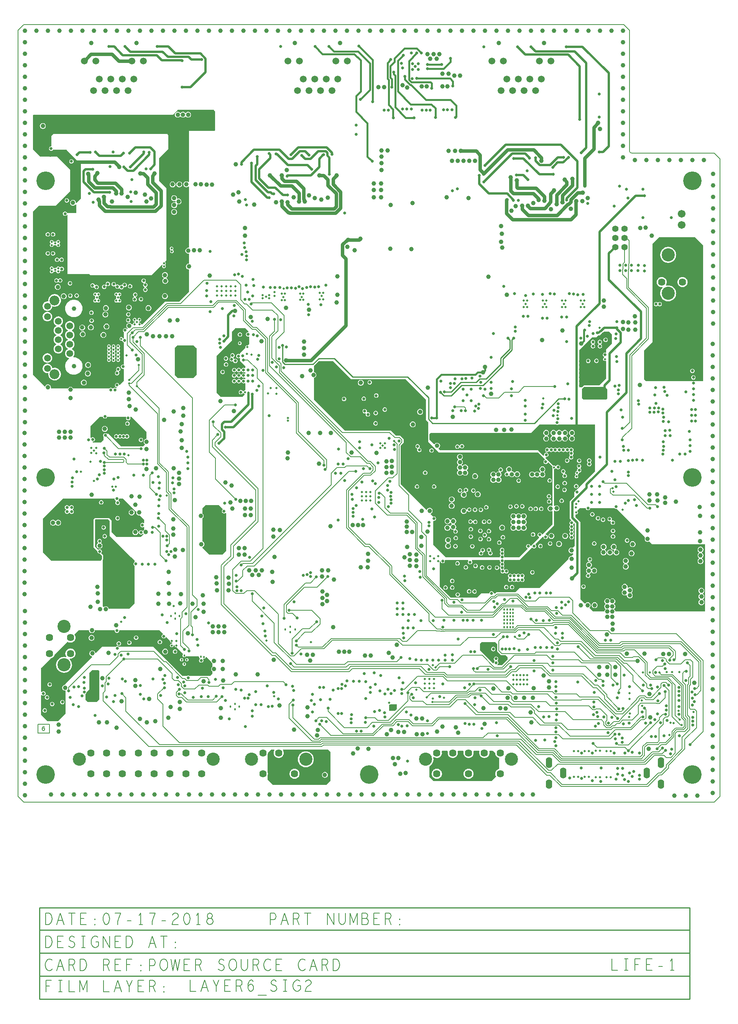
<source format=gbr>
G04 CAM350 V10.0.1 (Build 314) Date:  Tue Jul 17 14:42:57 2018 *
G04 Database: D:\LGR\2018\JULY\REL50470_POWER SOURCE BOARD\REL50470_FINAL.cam *
G04 Layer 8: L6S *
%FSLAX25Y25*%
%MOIN*%
%SFA1.000B1.000*%

%MIA0B0*%
%IPPOS*%
%ADD10C,0.00600*%
%ADD12C,0.01000*%
%ADD16C,0.00800*%
%ADD78C,0.05512*%
%ADD79C,0.06378*%
%ADD83C,0.02000*%
%ADD86C,0.11417*%
%ADD88C,0.05906*%
%ADD89C,0.05866*%
%ADD97C,0.06700*%
%ADD99C,0.01800*%
%ADD103O,0.05512X0.08268*%
%ADD104O,0.05512X0.09449*%
%ADD105C,0.08543*%
%ADD110C,0.01500*%
%ADD114C,0.03000*%
%ADD117C,0.03937*%
%ADD118C,0.03900*%
%ADD119C,0.02600*%
%ADD120C,0.16100*%
%ADD121C,0.00553*%
%LNL6S*%
%LPD*%
G36*
X322900Y79400D02*
G01Y84478D01*
X322996Y84590*
X323069Y84602*
X323346Y84672*
X323607Y84790*
X323843Y84954*
X323903Y84988*
X323971Y85000*
X329100*
X329200Y84973*
X329273Y84900*
X329300Y84800*
Y80546*
X329285Y80469*
X329241Y80404*
X328096Y79259*
X328031Y79215*
X327954Y79200*
X323100*
X323000Y79227*
X322927Y79300*
X322900Y79400*
G37*
G36*
X490400Y350883D02*
G01Y358817D01*
X490415Y358894*
X490459Y358959*
X492041Y360541*
X492106Y360585*
X492183Y360600*
X510117*
X510194Y360585*
X510259Y360541*
X512441Y358359*
X512485Y358294*
X512500Y358217*
Y350783*
X512485Y350706*
X512441Y350641*
X511259Y349459*
X511194Y349415*
X511117Y349400*
X491883*
X491806Y349415*
X491741Y349459*
X490459Y350741*
X490415Y350806*
X490400Y350883*
G37*
G36*
X58700Y88883D02*
G01Y93751D01*
X58720Y93838*
X58776Y93908*
X59053Y94175*
X59270Y94494*
X59419Y94849*
X59492Y95227*
X59496Y95262*
X59525Y95325*
X61941Y97741*
X61985Y97806*
X62000Y97883*
Y112017*
X62015Y112094*
X62059Y112159*
X64441Y114541*
X64506Y114585*
X64583Y114600*
X69817*
X69894Y114585*
X69959Y114541*
X70741Y113759*
X70785Y113694*
X70800Y113617*
Y108004*
X70796Y107985*
X70755Y107663*
Y107337*
X70796Y107015*
X70800Y106996*
Y89283*
X70785Y89206*
X70741Y89141*
X68659Y87059*
X68594Y87015*
X68517Y87000*
X60583*
X60506Y87015*
X60441Y87059*
X58759Y88741*
X58715Y88806*
X58700Y88883*
G37*
G36*
X401800Y131983D02*
G01Y137417D01*
X401815Y137494*
X401859Y137559*
X403241Y138941*
X403306Y138985*
X403383Y139000*
X414717*
X414794Y138985*
X414859Y138941*
X416641Y137159*
X416685Y137094*
X416700Y137017*
Y131161*
X416715Y131085*
X416758Y131020*
X420220Y127558*
X420285Y127515*
X420361Y127500*
X424017*
X424094Y127485*
X424159Y127441*
X425541Y126059*
X425585Y125994*
X425600Y125917*
Y123746*
X425585Y123669*
X425541Y123604*
X420796Y118859*
X420731Y118815*
X420654Y118800*
X417232*
X417116Y118837*
X417043Y118934*
X416898Y119351*
X416933Y119473*
X416983Y119513*
X417250Y119771*
X417461Y120076*
X417608Y120417*
X417687Y120779*
X417694Y121150*
X417629Y121516*
X417494Y121861*
X417294Y122174*
X417038Y122442*
X416937Y122573*
X416898Y122734*
X416928Y122896*
X417020Y123033*
X417266Y123323*
X417449Y123656*
X417562Y124019*
X417600Y124397*
X417563Y124775*
X417451Y125138*
X417269Y125471*
X417025Y125762*
X416728Y125998*
X416389Y126171*
X416023Y126273*
X415644Y126299*
X415267Y126250*
X414908Y126127*
X414580Y125935*
X414297Y125682*
X414070Y125377*
X413909Y125034*
X413818Y124665*
X413803Y124285*
X413864Y123910*
X413998Y123555*
X414200Y123233*
X414462Y122958*
X414563Y122827*
X414602Y122666*
X414572Y122504*
X414480Y122367*
X414254Y122105*
X414080Y121807*
X413962Y121482*
X413905Y121141*
X413911Y120796*
X413918Y120732*
X413856Y120621*
X413458Y120431*
X413338Y120414*
X413230Y120470*
X401859Y131841*
X401815Y131906*
X401800Y131983*
G37*
G36*
X136500Y371083D02*
G01Y394517D01*
X136515Y394594*
X136559Y394659*
X138441Y396541*
X138506Y396585*
X138583Y396600*
X152717*
X152794Y396585*
X152859Y396541*
X155241Y394159*
X155285Y394094*
X155300Y394017*
Y370983*
X155285Y370906*
X155241Y370841*
X152659Y368259*
X152594Y368215*
X152517Y368200*
X139383*
X139306Y368215*
X139241Y368259*
X136559Y370941*
X136515Y371006*
X136500Y371083*
G37*
G36*
X160500Y220583D02*
G01Y221525D01*
X160530Y221632*
X160613Y221705*
X160989Y221930*
X161322Y222216*
X161601Y222554*
X161817Y222936*
X161966Y223349*
X162041Y223781*
Y224219*
X161966Y224651*
X161817Y225064*
X161601Y225446*
X161322Y225784*
X160989Y226070*
X160613Y226295*
X160530Y226368*
X160500Y226475*
Y246338*
X160520Y246426*
X160576Y246495*
X160883Y246781*
X161139Y247112*
X161338Y247481*
X161473Y247877*
X161542Y248291*
Y248709*
X161473Y249123*
X161338Y249519*
X161139Y249888*
X160883Y250219*
X160576Y250505*
X160520Y250574*
X160500Y250662*
Y254917*
X160515Y254994*
X160559Y255059*
X163441Y257941*
X163506Y257985*
X163583Y258000*
X174417*
X174494Y257985*
X174559Y257941*
X177925Y254575*
X177969Y254508*
X177984Y254429*
X177977Y254100*
X177943Y254026*
X177913Y253998*
X177671Y253729*
X177485Y253418*
X177361Y253078*
X177304Y252721*
X177315Y252359*
X177395Y252006*
X177540Y251675*
X177746Y251377*
X178004Y251123*
X178305Y250923*
X178640Y250784*
X178994Y250711*
X179356Y250706*
X179712Y250770*
X180050Y250900*
X180356Y251092*
X180402Y251127*
X180516Y251138*
X180889Y250954*
X180970Y250880*
X181000Y250775*
Y218083*
X180985Y218006*
X180941Y217941*
X178059Y215059*
X177994Y215015*
X177917Y215000*
X166083*
X166006Y215015*
X165941Y215059*
X160559Y220441*
X160515Y220506*
X160500Y220583*
G37*
G36*
X63100Y316653D02*
G01Y326317D01*
X63115Y326394*
X63159Y326459*
X71341Y334641*
X71406Y334685*
X71483Y334700*
X73749*
X73858Y334616*
X73874Y334549*
X74007Y334187*
X74210Y333858*
X74475Y333578*
X74791Y333357*
X75145Y333204*
X75523Y333126*
X75909*
X76287Y333204*
X76642Y333357*
X76958Y333578*
X77223Y333858*
X77426Y334187*
X77558Y334549*
X77575Y334616*
X77683Y334700*
X93783*
X93878Y334676*
X93950Y334610*
X94162Y334290*
X94171Y334190*
X94151Y334144*
X94039Y333786*
X94000Y333414*
X94034Y333041*
X94140Y332683*
X94315Y332352*
X94551Y332061*
X94840Y331823*
X95170Y331646*
X95528Y331537*
X95900Y331500*
X96272Y331537*
X96630Y331646*
X96960Y331823*
X97249Y332061*
X97485Y332352*
X97660Y332683*
X97766Y333041*
X97800Y333414*
X97761Y333786*
X97649Y334144*
X97629Y334190*
X97638Y334290*
X97850Y334610*
X97922Y334676*
X98017Y334700*
X98517*
X98594Y334685*
X98659Y334641*
X111541Y321759*
X111585Y321694*
X111600Y321617*
Y315632*
X111508Y315521*
X111436Y315508*
X111002Y315387*
X110596Y315191*
X110230Y314927*
X109917Y314603*
X109665Y314229*
X109484Y313816*
X109378Y313377*
X109351Y312927*
X109403Y312479*
X109534Y312048*
X109739Y311646*
X110011Y311287*
X110343Y310981*
X110377Y310954*
X110417Y310878*
X110439Y310535*
X110427Y310452*
X110381Y310381*
X108859Y308859*
X108794Y308815*
X108717Y308800*
X107610*
X107580Y308809*
X107293Y308877*
X107000Y308900*
X106707Y308877*
X106420Y308809*
X106390Y308800*
X89783*
X89706Y308815*
X89641Y308859*
X78659Y319841*
X78594Y319885*
X78517Y319900*
X77361*
X77291Y319912*
X77231Y319948*
X76929Y320158*
X76592Y320306*
X76233Y320386*
X75865Y320395*
X75502Y320334*
X75158Y320203*
X74845Y320009*
X74576Y319758*
X74360Y319460*
X74206Y319126*
X74119Y318768*
X74102Y318401*
X74157Y318037*
X74281Y317690*
X74300Y317605*
Y314283*
X74285Y314206*
X74241Y314141*
X72259Y312159*
X72194Y312115*
X72117Y312100*
X65383*
X65306Y312115*
X65241Y312159*
X64977Y312423*
X64923Y312522*
X64931Y312634*
X65080Y313030*
X65174Y313100*
X65232Y313104*
X65610Y313170*
X65967Y313309*
X66289Y313518*
X66563Y313787*
X66776Y314105*
X66922Y314460*
X66993Y314837*
X66987Y315220*
X66905Y315595*
X66749Y315945*
X66525Y316257*
X66244Y316517*
X65916Y316716*
X65555Y316845*
X65175Y316899*
X64792Y316875*
X64422Y316775*
X64079Y316603*
X63778Y316365*
X63735Y316323*
X63617Y316301*
X63222Y316468*
X63133Y316542*
X63100Y316653*
G37*
G36*
X488100Y360783D02*
G01Y392217D01*
X488115Y392294*
X488159Y392359*
X499241Y403441*
X499306Y403485*
X499383Y403500*
X502617*
X502694Y403515*
X502759Y403559*
X504341Y405141*
X504406Y405185*
X504483Y405200*
X505629*
X505705Y405215*
X505770Y405258*
X507283Y406772*
X507348Y406815*
X507425Y406830*
X507695*
X507771Y406846*
X507836Y406889*
X509489Y408541*
X509554Y408585*
X509630Y408600*
X513917*
X513994Y408585*
X514059Y408541*
X516441Y406159*
X516485Y406094*
X516500Y406017*
Y398183*
X516485Y398106*
X516441Y398041*
X511559Y393159*
X511515Y393094*
X511500Y393017*
Y390713*
X511479Y390623*
X511421Y390553*
X511128Y390332*
X511036Y390315*
X510991Y390328*
X510627Y390394*
X510257Y390388*
X509895Y390311*
X509555Y390165*
X509250Y389956*
X508991Y389692*
X508789Y389383*
X508649Y389040*
X508579Y388677*
X508581Y388307*
X508654Y387945*
X508796Y387603*
X509001Y387296*
X509262Y387034*
X509569Y386828*
X509618Y386801*
X509674Y386706*
X509671Y386241*
X509613Y386146*
X509563Y386121*
X509271Y385926*
X509029Y385672*
X508848Y385372*
X508736Y385040*
X508700Y384691*
X508740Y384342*
X508856Y384011*
X509040Y383713*
X509286Y383462*
X509580Y383271*
X509908Y383149*
X510256Y383101*
X510605Y383129*
X510940Y383233*
X510986Y383254*
X511087Y383245*
X511409Y383034*
X511476Y382962*
X511500Y382867*
Y367783*
X511485Y367706*
X511441Y367641*
X505859Y362059*
X505794Y362015*
X505717Y362000*
X492183*
X492106Y361985*
X492041Y361941*
X491700Y361600*
X491686*
X490444Y360359*
X490379Y360315*
X490303Y360300*
X488583*
X488506Y360315*
X488441Y360359*
X488159Y360641*
X488115Y360706*
X488100Y360783*
G37*
G36*
X357600Y21883D02*
G01Y30859D01*
X357628Y30961*
X357704Y31034*
X358293Y31395*
X358843Y31812*
X359349Y32282*
X359805Y32800*
X360208Y33361*
X360552Y33960*
X360835Y34589*
X361053Y35244*
X361205Y35918*
X361289Y36603*
X361305Y37293*
X361251Y37982*
X361129Y38661*
X361115Y38721*
X361160Y38837*
X361571Y39116*
X361695*
X361746Y39081*
X362232Y38789*
X362750Y38563*
X363294Y38406*
X363854Y38320*
X364420Y38306*
X364982Y38366*
X365533Y38497*
X366062Y38698*
X366561Y38966*
X367021Y39295*
X367435Y39681*
X367796Y40117*
X368098Y40596*
X368335Y41110*
X368505Y41650*
X368603Y42208*
X368629Y42773*
X368582Y43337*
X368463Y43891*
X368450Y43936*
X368468Y44028*
X368688Y44321*
X368759Y44379*
X368848Y44400*
X373414*
X373503Y44379*
X373573Y44321*
X373794Y44028*
X373811Y43936*
X373798Y43891*
X373677Y43325*
X373632Y42748*
X373662Y42170*
X373769Y41601*
X373950Y41051*
X374201Y40529*
X374519Y40046*
X374897Y39608*
X375330Y39224*
X375810Y38900*
X376328Y38642*
X376875Y38454*
X377443Y38341*
X378021Y38302*
X378598Y38341*
X379166Y38454*
X379713Y38642*
X380231Y38900*
X380711Y39224*
X381144Y39608*
X381522Y40046*
X381840Y40529*
X382091Y41051*
X382272Y41601*
X382379Y42170*
X382409Y42748*
X382364Y43325*
X382243Y43891*
X382230Y43936*
X382247Y44028*
X382468Y44321*
X382538Y44379*
X382628Y44400*
X387193*
X387282Y44379*
X387353Y44321*
X387573Y44028*
X387591Y43936*
X387578Y43891*
X387457Y43325*
X387411Y42748*
X387442Y42170*
X387549Y41601*
X387729Y41051*
X387980Y40529*
X388298Y40046*
X388677Y39608*
X389110Y39224*
X389589Y38900*
X390107Y38642*
X390655Y38454*
X391222Y38341*
X391800Y38302*
X392378Y38341*
X392945Y38454*
X393493Y38642*
X394011Y38900*
X394490Y39224*
X394923Y39608*
X395302Y40046*
X395620Y40529*
X395871Y41051*
X396051Y41601*
X396158Y42170*
X396189Y42748*
X396143Y43325*
X396022Y43891*
X396009Y43936*
X396027Y44028*
X396247Y44321*
X396318Y44379*
X396407Y44400*
X400973*
X401062Y44379*
X401132Y44321*
X401353Y44028*
X401370Y43936*
X401357Y43891*
X401236Y43325*
X401191Y42748*
X401222Y42170*
X401328Y41601*
X401509Y41051*
X401760Y40529*
X402078Y40046*
X402456Y39608*
X402889Y39224*
X403369Y38900*
X403887Y38642*
X404435Y38454*
X405002Y38341*
X405580Y38302*
X406157Y38341*
X406725Y38454*
X407272Y38642*
X407790Y38900*
X408270Y39224*
X408703Y39608*
X409082Y40046*
X409399Y40529*
X409651Y41051*
X409831Y41601*
X409938Y42170*
X409968Y42748*
X409923Y43325*
X409802Y43891*
X409789Y43936*
X409806Y44028*
X410027Y44321*
X410097Y44379*
X410187Y44400*
X412917*
X412994Y44385*
X413059Y44341*
X414951Y42449*
X414981Y42385*
X414983Y42349*
X415069Y41763*
X415233Y41194*
X415472Y40653*
X415782Y40148*
X416157Y39690*
X416590Y39286*
X417073Y38945*
X417598Y38671*
X418155Y38471*
X418219Y38452*
X418300Y38346*
Y28928*
X418219Y28821*
X418155Y28802*
X417613Y28609*
X417102Y28346*
X416629Y28018*
X416203Y27632*
X415832Y27193*
X415520Y26710*
X415275Y26190*
X415100Y25642*
X414998Y25076*
X414971Y24502*
X415019Y23929*
X415141Y23367*
X415336Y22826*
X415600Y22315*
X415636Y22256*
X415619Y22119*
X411859Y18359*
X411794Y18315*
X411717Y18300*
X361183*
X361106Y18315*
X361041Y18359*
X357659Y21741*
X357615Y21806*
X357600Y21883*
G37*
G36*
X217200Y19283D02*
G01Y23520D01*
X217206Y23544*
X217299Y24059*
X217330Y24581*
X217299Y25104*
X217206Y25619*
X217200Y25642*
Y41631*
X217206Y41654*
X217287Y42075*
X217326Y42501*
X217324Y42930*
X217321Y42972*
X217352Y43052*
X219941Y45641*
X220006Y45685*
X220083Y45700*
X222704*
X222806Y45672*
X222880Y45595*
X223074Y45238*
X223069Y45128*
X223039Y45082*
X222753Y44568*
X222537Y44021*
X222397Y43449*
X222335Y42864*
X222351Y42276*
X222446Y41695*
X222618Y41132*
X222863Y40597*
X223178Y40100*
X223557Y39650*
X223992Y39254*
X224476Y38920*
X225001Y38653*
X225557Y38460*
X226133Y38342*
X226721Y38302*
X227308Y38342*
X227884Y38460*
X228440Y38653*
X228965Y38920*
X229449Y39254*
X229884Y39650*
X230263Y40100*
X230578Y40597*
X230823Y41132*
X230995Y41695*
X231090Y42276*
X231106Y42864*
X231044Y43449*
X230904Y44021*
X230688Y44568*
X230402Y45082*
X230372Y45128*
X230367Y45238*
X230561Y45595*
X230635Y45672*
X230737Y45700*
X269517*
X269594Y45685*
X269659Y45641*
X271841Y43459*
X271885Y43394*
X271900Y43317*
Y18583*
X271885Y18506*
X271841Y18441*
X268359Y14959*
X268294Y14915*
X268217Y14900*
X221583*
X221506Y14915*
X221441Y14959*
X217259Y19141*
X217215Y19206*
X217200Y19283*
G37*
G36*
X172600Y355683D02*
G01Y387517D01*
X172615Y387594*
X172659Y387659*
X185941Y400941*
X185985Y401006*
X186000Y401083*
Y408517*
X186015Y408594*
X186059Y408659*
X188741Y411341*
X188806Y411385*
X188883Y411400*
X197617*
X197694Y411385*
X197759Y411341*
X200318Y408782*
X200372Y408681*
X200362Y408567*
X200204Y408170*
X200106Y408101*
X200046Y408099*
X199672Y408051*
X199315Y407931*
X198989Y407742*
X198707Y407492*
X198479Y407192*
X198315Y406853*
X198222Y406488*
X198202Y406111*
X198257Y405738*
X198384Y405384*
X198579Y405061*
X198834Y404783*
X199138Y404561*
X199481Y404404*
X199847Y404317*
X200224Y404304*
X200596Y404366*
X200641Y404378*
X200732Y404360*
X201022Y404138*
X201079Y404068*
X201100Y403979*
Y397883*
X201085Y397806*
X201041Y397741*
X200014Y396714*
X199908Y396687*
X199855Y396703*
X199517Y396764*
X199175Y396753*
X198842Y396668*
X198536Y396515*
X198268Y396300*
X198053Y396033*
X197900Y395726*
X197816Y395394*
X197804Y395051*
X197866Y394714*
X197881Y394661*
X197854Y394554*
X193259Y389959*
X193215Y389894*
X193200Y389817*
Y389320*
X193174Y389221*
X193102Y389148*
X192761Y388946*
X192655Y388944*
X192609Y388969*
X192264Y389114*
X191898Y389190*
X191524Y389192*
X191157Y389121*
X190811Y388979*
X190499Y388773*
X190234Y388509*
X190026Y388199*
X189882Y387854*
X189809Y387487*
Y387113*
X189882Y386746*
X190026Y386401*
X190234Y386091*
X190499Y385827*
X190811Y385621*
X191157Y385479*
X191524Y385408*
X191898Y385410*
X192264Y385486*
X192609Y385631*
X192655Y385656*
X192761Y385654*
X193102Y385452*
X193174Y385379*
X193200Y385280*
Y382983*
X193215Y382906*
X193259Y382841*
X197541Y378559*
X197585Y378494*
X197600Y378417*
Y377220*
X197574Y377121*
X197502Y377048*
X197161Y376846*
X197055Y376844*
X197009Y376869*
X196670Y377013*
X196309Y377089*
X195941Y377094*
X195579Y377027*
X195236Y376893*
X194926Y376694*
X194660Y376440*
X194448Y376139*
X194374Y376065*
X194274Y376037*
X193926*
X193826Y376065*
X193752Y376139*
X193543Y376436*
X193281Y376688*
X192976Y376886*
X192639Y377022*
X192282Y377091*
X191918*
X191561Y377022*
X191224Y376886*
X190919Y376688*
X190657Y376436*
X190448Y376139*
X190374Y376065*
X190274Y376037*
X189926*
X189826Y376065*
X189752Y376139*
X189530Y376451*
X189250Y376712*
X188924Y376912*
X188564Y377043*
X188185Y377098*
X187802Y377077*
X187432Y376979*
X187089Y376809*
X186787Y376573*
X186538Y376282*
X186353Y375947*
X186238Y375581*
X186200Y375200*
X186238Y374819*
X186353Y374453*
X186538Y374118*
X186787Y373827*
X187089Y373591*
X187432Y373421*
X187802Y373323*
X188185Y373302*
X188564Y373357*
X188924Y373488*
X189250Y373688*
X189530Y373949*
X189752Y374261*
X189826Y374335*
X189926Y374363*
X190274*
X190374Y374335*
X190448Y374261*
X190657Y373964*
X190919Y373712*
X191224Y373514*
X191561Y373378*
X191918Y373309*
X192282*
X192639Y373378*
X192976Y373514*
X193281Y373712*
X193543Y373964*
X193752Y374261*
X193826Y374335*
X193926Y374363*
X194274*
X194374Y374335*
X194448Y374261*
X194660Y373960*
X194926Y373706*
X195236Y373507*
X195579Y373373*
X195941Y373306*
X196309Y373311*
X196670Y373387*
X197009Y373531*
X197055Y373556*
X197161Y373554*
X197502Y373352*
X197574Y373279*
X197600Y373180*
Y372420*
X197574Y372321*
X197502Y372248*
X197161Y372046*
X197055Y372044*
X197009Y372069*
X196670Y372213*
X196309Y372289*
X195941Y372294*
X195579Y372227*
X195236Y372093*
X194926Y371894*
X194660Y371640*
X194448Y371339*
X194374Y371265*
X194274Y371237*
X193926*
X193826Y371265*
X193752Y371339*
X193543Y371636*
X193281Y371888*
X192976Y372086*
X192639Y372222*
X192282Y372291*
X191918*
X191561Y372222*
X191224Y372086*
X190919Y371888*
X190657Y371636*
X190448Y371339*
X190374Y371265*
X190274Y371237*
X189926*
X189826Y371265*
X189752Y371339*
X189530Y371651*
X189250Y371912*
X188924Y372112*
X188564Y372243*
X188185Y372298*
X187802Y372277*
X187432Y372179*
X187089Y372009*
X186787Y371773*
X186538Y371482*
X186353Y371147*
X186238Y370781*
X186200Y370400*
X186238Y370019*
X186353Y369653*
X186538Y369318*
X186787Y369027*
X187089Y368791*
X187432Y368621*
X187802Y368523*
X188185Y368502*
X188564Y368557*
X188924Y368688*
X189250Y368888*
X189530Y369149*
X189752Y369461*
X189826Y369535*
X189926Y369563*
X190274*
X190374Y369535*
X190448Y369461*
X190657Y369164*
X190919Y368912*
X191224Y368714*
X191561Y368578*
X191918Y368509*
X192282*
X192639Y368578*
X192976Y368714*
X193281Y368912*
X193543Y369164*
X193752Y369461*
X193826Y369535*
X193926Y369563*
X194274*
X194374Y369535*
X194448Y369461*
X194660Y369160*
X194926Y368906*
X195236Y368707*
X195579Y368573*
X195941Y368506*
X196309Y368511*
X196670Y368587*
X197009Y368731*
X197055Y368756*
X197161Y368754*
X197502Y368552*
X197574Y368479*
X197600Y368380*
Y367620*
X197574Y367521*
X197502Y367448*
X197161Y367246*
X197055Y367244*
X197009Y367269*
X196670Y367413*
X196309Y367489*
X195941Y367494*
X195579Y367427*
X195236Y367293*
X194926Y367094*
X194660Y366840*
X194448Y366539*
X194374Y366465*
X194274Y366437*
X193926*
X193826Y366465*
X193752Y366539*
X193543Y366836*
X193281Y367088*
X192976Y367286*
X192639Y367422*
X192282Y367491*
X191918*
X191561Y367422*
X191224Y367286*
X190919Y367088*
X190657Y366836*
X190448Y366539*
X190374Y366465*
X190274Y366437*
X189926*
X189826Y366465*
X189752Y366539*
X189530Y366851*
X189250Y367112*
X188924Y367312*
X188564Y367443*
X188185Y367498*
X187802Y367477*
X187432Y367379*
X187089Y367209*
X186787Y366973*
X186538Y366682*
X186353Y366347*
X186238Y365981*
X186200Y365600*
X186238Y365219*
X186353Y364853*
X186538Y364518*
X186787Y364227*
X187089Y363991*
X187432Y363821*
X187802Y363723*
X188185Y363702*
X188564Y363757*
X188924Y363888*
X189250Y364088*
X189530Y364349*
X189752Y364661*
X189826Y364735*
X189926Y364763*
X190274*
X190374Y364735*
X190448Y364661*
X190657Y364364*
X190919Y364112*
X191224Y363914*
X191561Y363778*
X191918Y363709*
X192282*
X192639Y363778*
X192976Y363914*
X193281Y364112*
X193543Y364364*
X193752Y364661*
X193826Y364735*
X193926Y364763*
X194274*
X194374Y364735*
X194448Y364661*
X194660Y364360*
X194926Y364106*
X195236Y363907*
X195579Y363773*
X195941Y363706*
X196309Y363711*
X196670Y363787*
X197009Y363931*
X197055Y363956*
X197161Y363954*
X197502Y363752*
X197574Y363679*
X197600Y363580*
Y357877*
X197586Y357803*
X197545Y357740*
X197464Y357654*
X197407Y357612*
X197339Y357592*
X196996Y357519*
X196677Y357373*
X196398Y357160*
X196172Y356893*
X196143Y356849*
X196050Y356802*
X195605Y356821*
X195516Y356875*
X195491Y356921*
X195270Y357236*
X194991Y357501*
X194665Y357703*
X194304Y357836*
X193924Y357894*
X193540Y357874*
X193168Y357777*
X192823Y357607*
X192520Y357372*
X192270Y357080*
X192084Y356743*
X191969Y356376*
X191931Y355994*
X191970Y355612*
X192085Y355245*
X192272Y354909*
X192523Y354618*
X192827Y354383*
X193172Y354214*
X193544Y354118*
X193928Y354098*
X194308Y354157*
X194669Y354291*
X194995Y354494*
X195273Y354759*
X195493Y355075*
X195518Y355120*
X195606Y355175*
X196052Y355195*
X196145Y355148*
X196174Y355104*
X196380Y354857*
X196631Y354656*
X196917Y354510*
X196964Y354491*
X197030Y354414*
X197109Y354037*
X197105Y353939*
X197054Y353854*
X195259Y352059*
X195194Y352015*
X195117Y352000*
X176283*
X176206Y352015*
X176141Y352059*
X172659Y355541*
X172615Y355606*
X172600Y355683*
G37*
G36*
X67200Y221683D02*
G01Y245017D01*
X67215Y245094*
X67259Y245159*
X67541Y245441*
X67606Y245485*
X67683Y245500*
X78417*
X78494Y245485*
X78559Y245441*
X79741Y244259*
X79785Y244194*
X79800Y244117*
Y231183*
X79815Y231106*
X79859Y231041*
X98141Y212759*
X98206Y212715*
X98283Y212700*
X98617*
X98694Y212685*
X98759Y212641*
X101441Y209959*
X101485Y209894*
X101500Y209817*
Y208589*
X101475Y208492*
X101405Y208419*
X101098Y208184*
X100844Y207891*
X100656Y207554*
X100539Y207185*
X100500Y206800*
X100539Y206415*
X100656Y206046*
X100844Y205709*
X101098Y205416*
X101405Y205181*
X101475Y205108*
X101500Y205011*
Y172683*
X101485Y172606*
X101441Y172541*
X96859Y167959*
X96794Y167915*
X96717Y167900*
X78991*
X78884Y167983*
X78866Y168049*
X78727Y168444*
X78524Y168811*
X78264Y169140*
X77954Y169422*
X77602Y169649*
X77217Y169816*
X76811Y169917*
X76393Y169950*
X75975Y169915*
X75569Y169811*
X75185Y169642*
X74835Y169413*
X74747Y169374*
X74652Y169380*
X74570Y169430*
X73959Y170041*
X73915Y170106*
X73900Y170183*
Y210317*
X73915Y210394*
X73959Y210459*
X74141Y210641*
X74185Y210706*
X74200Y210783*
Y214517*
X74185Y214594*
X74141Y214659*
X72524Y216276*
X72516Y216431*
X72566Y216490*
X72774Y216800*
X72917Y217145*
X72991Y217511*
Y217884*
X72919Y218250*
X72776Y218595*
X72569Y218905*
X72305Y219169*
X71995Y219376*
X71650Y219519*
X71284Y219591*
X70911*
X70545Y219517*
X70200Y219374*
X69890Y219166*
X69831Y219116*
X69676Y219124*
X67259Y221541*
X67215Y221606*
X67200Y221683*
G37*
G36*
X21600Y216983D02*
G01Y245917D01*
X21615Y245994*
X21659Y246059*
X39241Y263641*
X39306Y263685*
X39383Y263700*
X83702*
X83777Y263686*
X83840Y263644*
X84068Y263426*
X84100Y263356*
X84102Y263317*
X84144Y262991*
X84243Y262676*
X84395Y262383*
X84594Y262121*
X84836Y261898*
X85114Y261719*
X85154Y261698*
X85208Y261626*
X85286Y261233*
X85264Y261145*
X85235Y261111*
X85020Y260787*
X84874Y260427*
X84805Y260044*
X84816Y259656*
X84905Y259277*
X85069Y258925*
X85301Y258614*
X85592Y258356*
X85930Y258163*
X86299Y258043*
X86686Y258000*
X87073Y258037*
X87444Y258151*
X87784Y258339*
X88079Y258593*
X88316Y258901*
X88486Y259250*
X88581Y259627*
X88597Y260016*
X88533Y260399*
X88393Y260762*
X88183Y261088*
X87910Y261365*
X87586Y261581*
X87546Y261602*
X87493Y261674*
X87414Y262067*
X87436Y262155*
X87465Y262189*
X87641Y262441*
X87774Y262718*
X87860Y263013*
X87898Y263317*
X87900Y263356*
X87932Y263426*
X88160Y263644*
X88223Y263686*
X88298Y263700*
X91317*
X91394Y263685*
X91459Y263641*
X102914Y252186*
X102943Y252083*
X102929Y252032*
X102858Y251598*
X102861Y251159*
X102941Y250726*
X103093Y250314*
X103314Y249933*
X103597Y249597*
X103933Y249314*
X104314Y249093*
X104726Y248941*
X105159Y248861*
X105598Y248858*
X106032Y248929*
X106083Y248943*
X106186Y248914*
X109841Y245259*
X109885Y245194*
X109900Y245117*
Y242492*
X109871Y242389*
X109794Y242316*
X109434Y242124*
X109323Y242129*
X109277Y242160*
X108948Y242337*
X108592Y242446*
X108221Y242484*
X107849Y242448*
X107492Y242340*
X107163Y242165*
X106874Y241929*
X106637Y241640*
X106461Y241312*
X106353Y240955*
X106316Y240584*
X106353Y240212*
X106461Y239855*
X106637Y239527*
X106874Y239238*
X107163Y239002*
X107492Y238827*
X107849Y238719*
X108221Y238683*
X108592Y238721*
X108948Y238830*
X109277Y239007*
X109323Y239038*
X109434Y239043*
X109794Y238851*
X109871Y238778*
X109900Y238675*
Y236705*
X109876Y236610*
X109809Y236537*
X109482Y236285*
X109200Y235982*
X108971Y235638*
X108948Y235597*
X108870Y235544*
X108461Y235486*
X108372Y235515*
X108339Y235548*
X108044Y235788*
X107708Y235963*
X107344Y236069*
X106965Y236100*
X106589Y236055*
X106228Y235936*
X105899Y235748*
X105613Y235499*
X105382Y235197*
X105217Y234856*
X105122Y234489*
X105102Y234110*
X105158Y233734*
X105287Y233378*
X105485Y233054*
X105743Y232775*
X106051Y232554*
X106397Y232398*
X106767Y232314*
X107146Y232305*
X107520Y232372*
X107872Y232512*
X108190Y232719*
X108461Y232985*
X108491Y233021*
X108577Y233059*
X108989Y233040*
X109071Y232994*
X109147Y232887*
X109183Y232801*
X109176Y232707*
X109127Y232627*
X106759Y230259*
X106694Y230215*
X106617Y230200*
X85783*
X85706Y230215*
X85641Y230259*
X81359Y234541*
X81315Y234606*
X81300Y234683*
Y244317*
X81285Y244394*
X81241Y244459*
X79259Y246441*
X79194Y246485*
X79117Y246500*
X66983*
X66906Y246485*
X66841Y246441*
X65759Y245359*
X65715Y245294*
X65700Y245217*
Y221383*
X65715Y221306*
X65759Y221241*
X69170Y217830*
X69200Y217756*
Y217716*
X69234Y217341*
X69342Y216980*
X69518Y216648*
X69756Y216356*
X70048Y216118*
X70380Y215942*
X70741Y215834*
X71116Y215800*
X71156*
X71230Y215770*
X73041Y213959*
X73085Y213894*
X73100Y213817*
Y211097*
X73085Y211021*
X73041Y210956*
X72958Y210873*
X72915Y210808*
X72900Y210731*
Y210683*
X72885Y210606*
X72841Y210541*
X71959Y209659*
X71894Y209615*
X71817Y209600*
X28983*
X28906Y209615*
X28841Y209659*
X21659Y216841*
X21615Y216906*
X21600Y216983*
G37*
G36*
X544300Y367483D02*
G01Y392017D01*
X544315Y392094*
X544359Y392159*
X551841Y399641*
X551885Y399706*
X551900Y399783*
Y484917*
X551915Y484994*
X551959Y485059*
X557241Y490341*
X557306Y490385*
X557383Y490400*
X588917*
X588994Y490385*
X589059Y490341*
X595841Y483559*
X595885Y483494*
X595900Y483417*
Y365800*
X595873Y365700*
X595800Y365627*
X595700Y365600*
X587910*
X587880Y365609*
X587593Y365677*
X587300Y365700*
X587007Y365677*
X586720Y365609*
X586690Y365600*
X546183*
X546106Y365615*
X546041Y365659*
X544359Y367341*
X544315Y367406*
X544300Y367483*
G37*
G36*
X484900Y247297D02*
G01Y249461D01*
X484916Y249539*
X484961Y249605*
X485198Y249833*
X485274Y249862*
X485314Y249860*
X485663Y249886*
X485998Y249987*
X486303Y250158*
X486564Y250391*
X486768Y250676*
X486904Y250997*
X486968Y251341*
X486956Y251691*
X486868Y252029*
X486708Y252341*
X486485Y252610*
X486456Y252638*
X486424Y252712*
X486422Y253037*
X486437Y253115*
X486480Y253180*
X488441Y255141*
X488506Y255185*
X488583Y255200*
X493596*
X493709Y255102*
X493719Y255029*
X493813Y254653*
X493981Y254305*
X494216Y253998*
X494509Y253744*
X494846Y253556*
X495215Y253439*
X495600Y253400*
X495985Y253439*
X496354Y253556*
X496691Y253744*
X496984Y253998*
X497219Y254305*
X497387Y254653*
X497481Y255029*
X497491Y255102*
X497604Y255200*
X518730*
X518806Y255185*
X518870Y255143*
X519140Y254923*
X519445Y254756*
X519776Y254648*
X520121Y254601*
X520468Y254619*
X520515Y254626*
X520604Y254596*
X545232Y229968*
X545278Y229896*
X545290Y229812*
X545266Y229730*
X545089Y229330*
X544982Y228905*
X544950Y228469*
X544993Y228033*
X545110Y227612*
X545297Y227216*
X545549Y226858*
X545858Y226549*
X546216Y226297*
X546612Y226110*
X547033Y225993*
X547469Y225950*
X547905Y225982*
X548330Y226089*
X548730Y226266*
X548812Y226290*
X548896Y226278*
X548968Y226232*
X551241Y223959*
X551306Y223915*
X551383Y223900*
X597300*
X597400Y223873*
X597473Y223800*
X597500Y223700*
Y165900*
X597473Y165800*
X597400Y165727*
X597300Y165700*
X519532*
X519421Y165792*
X519408Y165864*
X519292Y166284*
X519107Y166678*
X518857Y167036*
X518549Y167345*
X518516Y167374*
X518479Y167453*
Y167847*
X518516Y167926*
X518549Y167955*
X518860Y168269*
X519113Y168632*
X519298Y169033*
X519412Y169460*
X519450Y169900*
X519412Y170340*
X519298Y170767*
X519113Y171168*
X518860Y171531*
X518549Y171845*
X518516Y171874*
X518479Y171953*
Y172347*
X518516Y172426*
X518549Y172455*
X518861Y172770*
X519114Y173134*
X519300Y173536*
X519413Y173965*
X519450Y174406*
X519411Y174848*
X519295Y175276*
X519107Y175677*
X518853Y176040*
X518540Y176353*
X518177Y176607*
X517776Y176795*
X517348Y176911*
X516906Y176950*
X516465Y176913*
X516036Y176800*
X515634Y176614*
X515270Y176361*
X514955Y176049*
X514926Y176016*
X514847Y175979*
X514453*
X514374Y176016*
X514345Y176049*
X514030Y176361*
X513666Y176614*
X513264Y176800*
X512835Y176913*
X512394Y176950*
X511952Y176911*
X511524Y176795*
X511123Y176607*
X510760Y176353*
X510447Y176040*
X510193Y175677*
X510005Y175276*
X509889Y174848*
X509850Y174406*
X509887Y173965*
X510000Y173536*
X510186Y173134*
X510439Y172770*
X510751Y172455*
X510784Y172426*
X510821Y172347*
Y171953*
X510784Y171874*
X510751Y171845*
X510440Y171531*
X510187Y171168*
X510002Y170767*
X509888Y170340*
X509850Y169900*
X509888Y169460*
X510002Y169033*
X510187Y168632*
X510440Y168269*
X510751Y167955*
X510784Y167926*
X510821Y167847*
Y167453*
X510784Y167374*
X510751Y167345*
X510443Y167036*
X510193Y166678*
X510008Y166284*
X509892Y165864*
X509879Y165792*
X509768Y165700*
X499883*
X499806Y165715*
X499741Y165759*
X497029Y168471*
X496985Y168539*
X496971Y168620*
X496984Y168956*
X497021Y169031*
X497053Y169058*
X497364Y169373*
X497616Y169737*
X497801Y170139*
X497913Y170567*
X497950Y171009*
X497910Y171449*
X497795Y171877*
X497607Y172278*
X497353Y172640*
X497040Y172953*
X496678Y173207*
X496277Y173395*
X495849Y173510*
X495409Y173550*
X494967Y173513*
X494539Y173401*
X494137Y173216*
X493773Y172964*
X493458Y172653*
X493431Y172621*
X493356Y172584*
X493020Y172571*
X492939Y172585*
X492871Y172629*
X489159Y176341*
X489115Y176406*
X489100Y176483*
Y242917*
X489085Y242994*
X489041Y243059*
X488600Y243500*
Y243511*
X488000Y244111*
Y244114*
X484959Y247156*
X484915Y247221*
X484900Y247297*
G37*
G36*
X20200Y75583D02*
G01Y92638D01*
X20233Y92749*
X20322Y92822*
X20717Y92989*
X20835Y92967*
X20878Y92925*
X21181Y92686*
X21527Y92514*
X21900Y92414*
X22285Y92392*
X22667Y92449*
X23029Y92581*
X23358Y92784*
X23638Y93049*
X23860Y93365*
X24012Y93720*
X24090Y94098*
Y94484*
X24012Y94862*
X23860Y95216*
X23638Y95532*
X23358Y95797*
X23029Y96000*
X22667Y96133*
X22285Y96189*
X21900Y96167*
X21527Y96067*
X21181Y95895*
X20878Y95656*
X20835Y95614*
X20717Y95592*
X20322Y95759*
X20233Y95833*
X20200Y95943*
Y116317*
X20215Y116394*
X20259Y116459*
X28522Y124722*
X28569Y124749*
X28595Y124755*
X29155Y124938*
X29686Y125194*
X30178Y125519*
X30622Y125907*
X31010Y126350*
X31334Y126842*
X31590Y127373*
X31773Y127933*
X31780Y127959*
X31806Y128006*
X42975Y139175*
X43118Y139189*
X43177Y139149*
X43675Y138859*
X44206Y138637*
X44761Y138487*
X45332Y138411*
X45908Y138409*
X46478Y138484*
X47034Y138632*
X47566Y138852*
X48065Y139139*
X48522Y139489*
X48929Y139896*
X49279Y140353*
X49567Y140852*
X49786Y141384*
X49934Y141940*
X50009Y142511*
X50008Y143086*
X49931Y143657*
X49781Y144212*
X49559Y144743*
X49269Y145241*
X49229Y145300*
X49243Y145443*
X53041Y149241*
X53106Y149285*
X53183Y149300*
X61636*
X61751Y149193*
X61757Y149114*
X61829Y148671*
X61977Y148248*
X62197Y147857*
X62483Y147511*
X62825Y147220*
X63212Y146993*
X63634Y146838*
X64076Y146760*
X64524*
X64966Y146838*
X65388Y146993*
X65775Y147220*
X66117Y147511*
X66403Y147857*
X66623Y148248*
X66771Y148671*
X66843Y149114*
X66849Y149193*
X66964Y149300*
X83804*
X83883Y149284*
X83949Y149237*
X84177Y148996*
X84206Y148918*
X84203Y148877*
X84220Y148491*
X84314Y148116*
X84483Y147768*
X84718Y147462*
X85010Y147209*
X85347Y147021*
X85716Y146905*
X86100Y146866*
X86484Y146905*
X86853Y147021*
X87190Y147209*
X87482Y147462*
X87717Y147768*
X87886Y148116*
X87980Y148491*
X87997Y148877*
X87994Y148918*
X88023Y148996*
X88251Y149237*
X88317Y149284*
X88396Y149300*
X123017*
X123094Y149285*
X123159Y149241*
X126058Y146342*
X126107Y146262*
X126114Y146168*
X126054Y145800*
X125997Y145723*
X125953Y145701*
X125633Y145500*
X125359Y145239*
X125142Y144929*
X124991Y144582*
X124912Y144212*
X124907Y143834*
X124977Y143462*
X125120Y143112*
X125329Y142797*
X125597Y142529*
X125912Y142320*
X126262Y142177*
X126634Y142107*
X127012Y142112*
X127382Y142191*
X127729Y142342*
X128039Y142559*
X128300Y142833*
X128501Y143153*
X128523Y143197*
X128600Y143254*
X128968Y143314*
X129062Y143307*
X129142Y143258*
X132175Y140225*
X132206Y140144*
X132203Y140101*
X132218Y139763*
X132303Y139435*
X132456Y139132*
X132668Y138868*
X132932Y138656*
X133235Y138503*
X133563Y138418*
X133901Y138403*
X133944Y138406*
X134025Y138375*
X134117Y138283*
X134172Y138179*
X134160Y138063*
X133991Y137666*
X133889Y137599*
X133828Y137600*
X133484Y137569*
X133156Y137465*
X132857Y137293*
X132602Y137061*
X132403Y136780*
X132268Y136463*
X132205Y136124*
X132215Y135780*
X132299Y135445*
X132452Y135137*
X132668Y134868*
X132937Y134652*
X133245Y134499*
X133580Y134415*
X133924Y134405*
X134263Y134468*
X134580Y134603*
X134861Y134802*
X135093Y135057*
X135265Y135356*
X135369Y135684*
X135400Y136028*
X135399Y136089*
X135466Y136191*
X135863Y136360*
X135979Y136372*
X136083Y136317*
X136175Y136225*
X136206Y136144*
X136203Y136101*
X136218Y135763*
X136303Y135435*
X136456Y135132*
X136668Y134868*
X136932Y134656*
X137235Y134503*
X137563Y134418*
X137901Y134403*
X137944Y134406*
X138025Y134375*
X143516Y128884*
X143559Y128820*
X143575Y128746*
X143580Y128429*
X143552Y128356*
X143526Y128328*
X143330Y128067*
X143196Y127771*
X143129Y127452*
X143132Y127126*
X143205Y126809*
X143345Y126515*
X143545Y126258*
X143796Y126050*
X144086Y125902*
X144401Y125819*
X144726Y125806*
X145046Y125864*
X145347Y125990*
X145613Y126177*
X145833Y126418*
X145904Y126478*
X145994Y126500*
X157100*
X157176Y126485*
X157241Y126441*
X157469Y126213*
X157500Y126140*
Y126100*
X157537Y125769*
X157646Y125455*
X157821Y125172*
X158055Y124935*
X158089Y124908*
X158127Y124831*
X158144Y124446*
X158112Y124366*
X158081Y124336*
X157834Y124045*
X157651Y123710*
X157538Y123346*
X157500Y122966*
X157539Y122586*
X157653Y122222*
X157837Y121888*
X158085Y121597*
X158385Y121362*
X158727Y121191*
X159096Y121093*
X159477Y121070*
X159855Y121124*
X160214Y121252*
X160541Y121449*
X160822Y121708*
X161045Y122017*
X161202Y122365*
X161286Y122738*
X161294Y123119*
X161226Y123495*
X161084Y123849*
X161057Y123900*
X161066Y124015*
X161350Y124397*
X161458Y124438*
X161514Y124427*
X161818Y124400*
X162122Y124435*
X162412Y124530*
X162676Y124682*
X162905Y124885*
X163087Y125130*
X163217Y125406*
X163287Y125703*
X163295Y125760*
X163367Y125848*
X163761Y125981*
X163871Y125987*
X163967Y125933*
X168009Y121891*
X168035Y121846*
X168042Y121821*
X168180Y121441*
X168376Y121088*
X168626Y120770*
X168924Y120495*
X168980Y120426*
X169000Y120338*
Y117662*
X168980Y117574*
X168924Y117505*
X168617Y117219*
X168361Y116888*
X168162Y116519*
X168027Y116123*
X167958Y115709*
Y115291*
X168027Y114877*
X168162Y114481*
X168361Y114112*
X168617Y113781*
X168924Y113495*
X168980Y113426*
X169000Y113338*
Y111583*
X168985Y111506*
X168941Y111441*
X167159Y109659*
X167094Y109615*
X167017Y109600*
X149082*
X148979Y109629*
X148671Y109778*
X148341Y109869*
X148000Y109900*
X147659Y109869*
X147329Y109778*
X147021Y109629*
X146918Y109600*
X143083*
X143006Y109615*
X142941Y109659*
X117759Y134841*
X117694Y134885*
X117617Y134900*
X87919*
X87840Y134916*
X87774Y134962*
X87483Y135211*
X87147Y135397*
X86781Y135511*
X86400Y135550*
X86019Y135511*
X85653Y135397*
X85317Y135211*
X85026Y134962*
X84960Y134916*
X84881Y134900*
X73383*
X73306Y134885*
X73241Y134841*
X67862Y129462*
X67770Y129409*
X67665Y129411*
X67275Y129524*
X67201Y129604*
X67189Y129657*
X67058Y130072*
X66858Y130459*
X66595Y130806*
X66278Y131104*
X65914Y131343*
X65515Y131516*
X65092Y131620*
X64658Y131650*
X64225Y131606*
X63806Y131488*
X63413Y131302*
X63057Y131051*
X62749Y130743*
X62498Y130387*
X62312Y129994*
X62194Y129575*
X62150Y129142*
X62180Y128708*
X62284Y128285*
X62457Y127886*
X62696Y127522*
X62994Y127205*
X63341Y126942*
X63728Y126742*
X64143Y126611*
X64196Y126599*
X64276Y126525*
X64389Y126135*
X64391Y126030*
X64338Y125938*
X41359Y102959*
X41315Y102894*
X41300Y102817*
Y102239*
X41285Y102164*
X41244Y102100*
X41024Y101872*
X40953Y101841*
X40914Y101839*
X40482Y101788*
X40065Y101663*
X39675Y101470*
X39324Y101213*
X39022Y100900*
X38777Y100541*
X38597Y100145*
X38487Y99724*
X38450Y99291*
X38487Y98857*
X38597Y98436*
X38777Y98041*
X39022Y97681*
X39324Y97368*
X39675Y97111*
X40065Y96918*
X40482Y96794*
X40914Y96742*
X40953Y96741*
X41024Y96709*
X41244Y96481*
X41285Y96417*
X41300Y96342*
Y76583*
X41285Y76506*
X41241Y76441*
X35159Y70359*
X35094Y70315*
X35017Y70300*
X25483*
X25406Y70315*
X25341Y70359*
X20259Y75441*
X20215Y75506*
X20200Y75583*
G37*
G36*
X357850Y314733D02*
G01Y319567D01*
X357865Y319644*
X357909Y319709*
X358841Y320641*
X358906Y320685*
X358983Y320700*
X446417*
X446494Y320715*
X446559Y320759*
X453591Y327791*
X453656Y327835*
X453733Y327850*
X467906*
X468001Y327826*
X468346Y327682*
X468713Y327609*
X469087*
X469454Y327682*
X469799Y327826*
X469894Y327850*
X501600*
X501700Y327823*
X501773Y327750*
X501800Y327650*
Y287183*
X501785Y287106*
X501741Y287041*
X485765Y271065*
X485720Y271039*
X485695Y271032*
X485389Y270918*
X485106Y270754*
X484856Y270544*
X484646Y270294*
X484482Y270011*
X484368Y269705*
X484361Y269680*
X484335Y269635*
X483759Y269059*
X483715Y268994*
X483700Y268917*
Y265294*
X483685Y265218*
X483641Y265153*
X479858Y261370*
X479815Y261305*
X479800Y261229*
Y246171*
X479815Y246095*
X479858Y246030*
X481016Y244872*
X481068Y244785*
X481069Y244684*
X480977Y244301*
X480906Y244224*
X480856Y244208*
X480509Y244057*
X480199Y243839*
X479938Y243564*
X479737Y243243*
X479603Y242888*
X479543Y242514*
X479558Y242135*
X479648Y241767*
X479810Y241424*
X480036Y241119*
X480061Y241092*
X480088Y241022*
Y240678*
X480061Y240608*
X480036Y240581*
X479825Y240301*
X479668Y239987*
X479572Y239649*
X479540Y239300*
X479572Y238951*
X479668Y238613*
X479825Y238299*
X480036Y238019*
X480061Y237992*
X480088Y237922*
Y237578*
X480061Y237508*
X480036Y237481*
X479825Y237201*
X479668Y236887*
X479572Y236549*
X479540Y236200*
X479572Y235851*
X479668Y235513*
X479825Y235199*
X480036Y234919*
X480061Y234892*
X480088Y234822*
Y234478*
X480061Y234408*
X480036Y234381*
X479825Y234101*
X479668Y233787*
X479572Y233449*
X479540Y233100*
X479572Y232751*
X479668Y232413*
X479825Y232099*
X480036Y231819*
X480061Y231792*
X480088Y231722*
Y231378*
X480061Y231308*
X480036Y231281*
X479809Y230975*
X479647Y230629*
X479558Y230259*
X479544Y229878*
X479606Y229502*
X479742Y229146*
X479947Y228825*
X480211Y228550*
X480525Y228334*
X480876Y228185*
X481249Y228109*
X481631*
X482004Y228185*
X482355Y228334*
X482669Y228550*
X482933Y228825*
X483138Y229146*
X483274Y229502*
X483336Y229878*
X483322Y230259*
X483233Y230629*
X483071Y230975*
X482844Y231281*
X482819Y231308*
X482792Y231378*
Y231722*
X482819Y231792*
X482844Y231819*
X483055Y232099*
X483212Y232413*
X483308Y232751*
X483340Y233100*
X483308Y233449*
X483212Y233787*
X483055Y234101*
X482844Y234381*
X482819Y234408*
X482792Y234478*
Y234822*
X482819Y234892*
X482844Y234919*
X483055Y235199*
X483212Y235513*
X483308Y235851*
X483340Y236200*
X483308Y236549*
X483212Y236887*
X483055Y237201*
X482844Y237481*
X482819Y237508*
X482792Y237578*
Y237922*
X482819Y237992*
X482844Y238019*
X483055Y238299*
X483212Y238613*
X483308Y238951*
X483340Y239300*
X483308Y239649*
X483212Y239987*
X483055Y240301*
X482844Y240581*
X482819Y240608*
X482792Y240678*
Y241022*
X482819Y241092*
X482844Y241119*
X483012Y241332*
X483147Y241566*
X483248Y241816*
X483264Y241866*
X483341Y241937*
X483724Y242029*
X483825Y242028*
X483912Y241976*
X484141Y241747*
X484185Y241682*
X484200Y241606*
Y222583*
X484185Y222506*
X484141Y222441*
X482700Y221000*
Y220975*
X482504Y220852*
X482413Y220822*
X482318Y220838*
X481909Y220976*
X481483Y221044*
X481051Y221038*
X480627Y220960*
X480221Y220811*
X479847Y220596*
X479514Y220321*
X479233Y219993*
X479011Y219623*
X478854Y219221*
X478767Y218798*
X478753Y218367*
X478812Y217939*
X478943Y217528*
X479140Y217144*
X479400Y216799*
X479714Y216503*
X480074Y216264*
X480469Y216089*
X480887Y215983*
X481317Y215950*
X481747Y215989*
X482164Y216101*
X482210Y216117*
X482307Y216104*
X482615Y215888*
X482677Y215817*
X482700Y215724*
Y215183*
X482685Y215106*
X482641Y215041*
X481381Y213781*
X481309Y213751*
X481269Y213750*
X480834Y213707*
X480412Y213591*
X480016Y213403*
X479658Y213151*
X479349Y212842*
X479097Y212484*
X478909Y212088*
X478793Y211666*
X478750Y211231*
X478749Y211191*
X478719Y211119*
X453509Y185909*
X453444Y185865*
X453367Y185850*
X436133*
X436056Y185835*
X435991Y185791*
X432359Y182159*
X432294Y182115*
X432217Y182100*
X415961*
X415885Y182085*
X415820Y182042*
X415137Y181359*
X415072Y181315*
X414996Y181300*
X413804*
X413691Y181398*
X413681Y181471*
X413587Y181847*
X413419Y182195*
X413184Y182502*
X412891Y182756*
X412554Y182944*
X412185Y183061*
X411800Y183100*
X411415Y183061*
X411046Y182944*
X410709Y182756*
X410416Y182502*
X410181Y182195*
X410013Y181847*
X409919Y181471*
X409909Y181398*
X409796Y181300*
X402783*
X402706Y181285*
X402641Y181241*
X398959Y177559*
X398894Y177515*
X398817Y177500*
X376404*
X376328Y177515*
X376263Y177559*
X366959Y186863*
X366915Y186928*
X366900Y187004*
Y208817*
X366915Y208894*
X366959Y208959*
X367088Y209088*
X367178Y209140*
X367281*
X367371Y209088*
X367393Y209066*
X367422Y209011*
X367427Y208981*
X367525Y208621*
X367692Y208287*
X367922Y207992*
X368204Y207748*
X368528Y207564*
X368882Y207446*
X369253Y207400*
X369625Y207428*
X369985Y207527*
X370318Y207695*
X370612Y207925*
X370855Y208208*
X371039Y208533*
X371155Y208888*
X371200Y209258*
X371171Y209630*
X371164Y209674*
X371186Y209760*
X371412Y210029*
X371481Y210081*
X371565Y210100*
X391275*
X391381Y210070*
X391454Y209989*
X391638Y209616*
X391627Y209502*
X391592Y209456*
X391391Y209130*
X391259Y208770*
X391202Y208390*
X391223Y208007*
X391320Y207636*
X391489Y207292*
X391725Y206989*
X392016Y206739*
X392352Y206553*
X392718Y206439*
X393100Y206400*
X393482Y206439*
X393848Y206553*
X394184Y206739*
X394475Y206989*
X394711Y207292*
X394880Y207636*
X394977Y208007*
X394998Y208390*
X394941Y208770*
X394809Y209130*
X394608Y209456*
X394573Y209502*
X394562Y209616*
X394746Y209989*
X394819Y210070*
X394925Y210100*
X418700*
X418776Y210085*
X418841Y210041*
X419069Y209813*
X419100Y209740*
Y209700*
X419132Y209351*
X419228Y209013*
X419385Y208699*
X419596Y208419*
X419621Y208392*
X419648Y208322*
Y207978*
X419621Y207908*
X419596Y207881*
X419385Y207601*
X419229Y207288*
X419133Y206952*
X419100Y206603*
X419131Y206254*
X419227Y205918*
X419382Y205604*
X419592Y205324*
X419617Y205296*
X419644Y205226*
X419643Y204882*
X419616Y204813*
X419590Y204785*
X419379Y204508*
X419222Y204197*
X419125Y203862*
X419090Y203515*
X419119Y203168*
X419211Y202832*
X419363Y202519*
X419570Y202238*
X419824Y202000*
X419854Y201977*
X419892Y201912*
X419949Y201570*
X419933Y201496*
X419913Y201464*
X419742Y201141*
X419636Y200791*
X419600Y200427*
X419634Y200062*
X419737Y199711*
X419905Y199387*
X420133Y199100*
X420411Y198863*
X420730Y198683*
X421077Y198568*
X421440Y198521*
X421805Y198544*
X422158Y198637*
X422488Y198797*
X422781Y199016*
X422808Y199041*
X422878Y199068*
X423222*
X423292Y199041*
X423319Y199016*
X423625Y198789*
X423971Y198627*
X424341Y198538*
X424722Y198524*
X425098Y198586*
X425454Y198722*
X425775Y198927*
X426050Y199191*
X426266Y199505*
X426415Y199856*
X426491Y200229*
Y200611*
X426415Y200984*
X426266Y201335*
X426050Y201649*
X425775Y201913*
X425454Y202118*
X425098Y202254*
X424722Y202316*
X424341Y202302*
X423971Y202213*
X423625Y202051*
X423319Y201824*
X423292Y201799*
X423222Y201772*
X422878*
X422808Y201799*
X422781Y201824*
X422666Y201920*
X422637Y201943*
X422598Y202008*
X422541Y202350*
X422557Y202424*
X422578Y202456*
X422745Y202771*
X422850Y203113*
X422890Y203468*
X422863Y203824*
X422769Y204169*
X422612Y204490*
X422398Y204776*
X422373Y204804*
X422346Y204874*
X422347Y205218*
X422375Y205287*
X422400Y205315*
X422613Y205595*
X422770Y205909*
X422867Y206247*
X422900Y206597*
X422868Y206947*
X422772Y207285*
X422616Y207600*
X422404Y207881*
X422379Y207908*
X422352Y207978*
Y208322*
X422379Y208392*
X422404Y208419*
X422615Y208699*
X422772Y209013*
X422868Y209351*
X422900Y209700*
Y209740*
X422931Y209813*
X423159Y210041*
X423224Y210085*
X423300Y210100*
X436017*
X436094Y210115*
X436159Y210159*
X446874Y220874*
X446939Y220917*
X447016Y220932*
X447341Y220931*
X447414Y220899*
X447442Y220871*
X447730Y220630*
X448059Y220450*
X448417Y220339*
X448790Y220300*
X449163Y220335*
X449523Y220443*
X449854Y220619*
X450144Y220856*
X450381Y221146*
X450557Y221477*
X450665Y221837*
X450700Y222210*
X450661Y222583*
X450550Y222941*
X450370Y223270*
X450129Y223558*
X450101Y223586*
X450069Y223659*
X450068Y223984*
X450083Y224061*
X450126Y224126*
X456331Y230331*
X456428Y230384*
X456539Y230378*
X456933Y230239*
X457005Y230149*
X457011Y230092*
X457093Y229713*
X457249Y229359*
X457474Y229044*
X457759Y228781*
X458091Y228581*
X458456Y228452*
X458840Y228401*
X459227Y228428*
X459599Y228533*
X459943Y228712*
X460244Y228956*
X460488Y229257*
X460667Y229601*
X460772Y229973*
X460799Y230360*
X460748Y230744*
X460619Y231109*
X460419Y231441*
X460156Y231726*
X459841Y231951*
X459487Y232107*
X459108Y232189*
X459051Y232195*
X458961Y232267*
X458822Y232661*
X458816Y232772*
X458869Y232869*
X466041Y240041*
X466085Y240106*
X466100Y240183*
Y252763*
X466130Y252868*
X466212Y252942*
X466585Y253126*
X466699Y253114*
X466744Y253079*
X467111Y252844*
X467513Y252674*
X467938Y252576*
X468374Y252551*
X468807Y252601*
X469226Y252724*
X469618Y252917*
X469970Y253173*
X470275Y253486*
X470521Y253846*
X470702Y254243*
X470813Y254665*
X470850Y255100*
X470813Y255535*
X470702Y255957*
X470521Y256354*
X470275Y256714*
X469970Y257027*
X469618Y257283*
X469226Y257476*
X468807Y257599*
X468374Y257649*
X467938Y257624*
X467513Y257526*
X467111Y257356*
X466744Y257121*
X466699Y257086*
X466585Y257074*
X466212Y257258*
X466130Y257332*
X466100Y257437*
Y288987*
X466202Y289101*
X466278Y289110*
X466608Y289183*
X466916Y289323*
X467187Y289526*
X467410Y289781*
X467438Y289820*
X467523Y289865*
X467946Y289868*
X468033Y289825*
X468061Y289785*
X468310Y289505*
X468609Y289278*
X468948Y289115*
X469311Y289022*
X469686Y289002*
X470057Y289056*
X470411Y289181*
X470733Y289374*
X471011Y289627*
X471233Y289929*
X471392Y290269*
X471481Y290633*
X471497Y291008*
X471439Y291379*
X471309Y291731*
X471112Y292051*
X470856Y292326*
X470552Y292545*
X470210Y292700*
X469844Y292784*
X469469Y292796*
X469099Y292733*
X468749Y292599*
X468431Y292398*
X468160Y292139*
X467944Y291832*
X467920Y291790*
X467839Y291736*
X467419Y291691*
X467329Y291726*
X467296Y291763*
X467035Y291998*
X466729Y292171*
X466392Y292273*
X466041Y292299*
X465693Y292248*
X465641Y292234*
X465538Y292262*
X458778Y299022*
X458722Y299132*
X458740Y299253*
X458938Y299650*
X459053Y299710*
X459116Y299701*
X459495Y299686*
X459869Y299746*
X460224Y299879*
X460545Y300080*
X460820Y300340*
X461038Y300650*
X461191Y300997*
X461271Y301368*
X461276Y301747*
X461206Y302119*
X461063Y302470*
X460854Y302786*
X460586Y303054*
X460270Y303263*
X459919Y303406*
X459547Y303476*
X459168Y303471*
X458797Y303391*
X458450Y303238*
X458140Y303020*
X457880Y302745*
X457679Y302424*
X457546Y302069*
X457486Y301695*
X457501Y301316*
X457510Y301253*
X457450Y301138*
X457053Y300940*
X456932Y300922*
X456822Y300978*
X452459Y305341*
X452394Y305385*
X452317Y305400*
X367183*
X367106Y305415*
X367041Y305459*
X365783Y306717*
X365736Y306792*
X365726Y306881*
X365766Y307237*
X365815Y307314*
X365854Y307339*
X366202Y307601*
X366500Y307918*
X366741Y308282*
X366915Y308681*
X367019Y309105*
X367050Y309539*
X367006Y309973*
X366889Y310393*
X366702Y310786*
X366451Y311143*
X366143Y311451*
X365786Y311702*
X365393Y311889*
X364973Y312006*
X364539Y312050*
X364105Y312019*
X363681Y311915*
X363282Y311741*
X362918Y311500*
X362601Y311202*
X362339Y310854*
X362314Y310815*
X362237Y310766*
X361881Y310726*
X361792Y310736*
X361717Y310783*
X357909Y314591*
X357865Y314656*
X357850Y314733*
G37*
G36*
X257500Y349583D02*
G01Y368511D01*
X257582Y368619*
X257647Y368637*
X258046Y368784*
X258413Y368999*
X258738Y369273*
X259011Y369600*
X259223Y369969*
X259367Y370368*
X259441Y370787*
Y371213*
X259367Y371632*
X259223Y372031*
X259011Y372400*
X258738Y372727*
X258413Y373001*
X258046Y373216*
X257647Y373363*
X257582Y373381*
X257500Y373489*
Y378613*
X257515Y378689*
X257559Y378754*
X261746Y382941*
X261811Y382985*
X261887Y383000*
X274017*
X274094Y382985*
X274159Y382941*
X289741Y367359*
X289806Y367315*
X289883Y367300*
X336817*
X336894Y367285*
X336959Y367241*
X354741Y349459*
X354785Y349394*
X354800Y349317*
Y331983*
X354815Y331906*
X354859Y331841*
X356791Y329909*
X356835Y329844*
X356850Y329767*
Y313033*
X356865Y312956*
X356909Y312891*
X366241Y303559*
X366306Y303515*
X366383Y303500*
X452417*
X452494Y303485*
X452559Y303441*
X458158Y297842*
X458207Y297762*
X458214Y297668*
X458154Y297300*
X458097Y297223*
X458053Y297201*
X457733Y297000*
X457459Y296739*
X457242Y296429*
X457091Y296082*
X457012Y295712*
X457007Y295334*
X457077Y294962*
X457220Y294612*
X457429Y294297*
X457697Y294029*
X458012Y293820*
X458362Y293677*
X458734Y293607*
X459112Y293612*
X459482Y293691*
X459829Y293842*
X460139Y294059*
X460400Y294333*
X460601Y294653*
X460623Y294697*
X460700Y294754*
X461068Y294814*
X461162Y294807*
X461242Y294758*
X464589Y291411*
X464614Y291298*
X464595Y291243*
X464520Y290954*
X464500Y290657*
X464536Y290362*
X464626Y290078*
X464767Y289815*
X464800Y289705*
Y257597*
X464774Y257498*
X464703Y257425*
X464362Y257222*
X464257Y257220*
X464210Y257245*
X463808Y257419*
X463382Y257522*
X462944Y257550*
X462508Y257502*
X462087Y257381*
X461693Y257190*
X461337Y256934*
X461031Y256620*
X460782Y256259*
X460599Y255861*
X460487Y255437*
X460450Y255000*
X460487Y254563*
X460599Y254139*
X460782Y253741*
X461031Y253380*
X461337Y253066*
X461693Y252810*
X462087Y252619*
X462508Y252498*
X462944Y252450*
X463382Y252478*
X463808Y252581*
X464210Y252755*
X464257Y252780*
X464362Y252778*
X464703Y252575*
X464774Y252502*
X464800Y252403*
Y241383*
X464785Y241306*
X464741Y241241*
X456133Y232633*
X456049Y232583*
X455950Y232579*
X455572Y232660*
X455495Y232727*
X455476Y232774*
X455308Y233113*
X455075Y233411*
X454789Y233657*
X454459Y233842*
X454099Y233958*
X453723Y234000*
X453346Y233967*
X452983Y233860*
X452649Y233683*
X452356Y233444*
X452117Y233151*
X451940Y232817*
X451833Y232454*
X451800Y232077*
X451842Y231701*
X451958Y231341*
X452143Y231011*
X452389Y230725*
X452687Y230492*
X453026Y230324*
X453073Y230305*
X453140Y230228*
X453221Y229850*
X453217Y229751*
X453167Y229667*
X446160Y222660*
X446073Y222609*
X445973Y222606*
X445592Y222695*
X445515Y222764*
X445498Y222814*
X445338Y223163*
X445111Y223473*
X444825Y223731*
X444494Y223926*
X444130Y224051*
X443749Y224100*
X443365Y224070*
X442995Y223965*
X442654Y223787*
X442356Y223544*
X442113Y223246*
X441935Y222905*
X441830Y222535*
X441800Y222151*
X441849Y221770*
X441974Y221406*
X442169Y221075*
X442427Y220789*
X442737Y220562*
X443086Y220402*
X443136Y220385*
X443205Y220308*
X443294Y219927*
X443291Y219827*
X443240Y219740*
X435959Y212459*
X435894Y212415*
X435817Y212400*
X423300*
X423224Y212415*
X423159Y212459*
X422931Y212687*
X422900Y212760*
Y212800*
X422868Y213149*
X422772Y213487*
X422615Y213801*
X422404Y214081*
X422379Y214108*
X422352Y214178*
Y214522*
X422379Y214592*
X422404Y214619*
X422615Y214899*
X422772Y215213*
X422868Y215551*
X422900Y215900*
X422868Y216249*
X422772Y216587*
X422615Y216901*
X422404Y217181*
X422379Y217208*
X422352Y217278*
Y217622*
X422379Y217692*
X422404Y217719*
X422631Y218025*
X422793Y218371*
X422882Y218741*
X422896Y219122*
X422834Y219498*
X422698Y219854*
X422493Y220175*
X422229Y220450*
X421915Y220666*
X421564Y220815*
X421191Y220891*
X420809*
X420436Y220815*
X420085Y220666*
X419771Y220450*
X419507Y220175*
X419302Y219854*
X419166Y219498*
X419104Y219122*
X419118Y218741*
X419207Y218371*
X419369Y218025*
X419596Y217719*
X419621Y217692*
X419648Y217622*
Y217278*
X419621Y217208*
X419596Y217181*
X419385Y216901*
X419228Y216587*
X419132Y216249*
X419100Y215900*
X419132Y215551*
X419228Y215213*
X419385Y214899*
X419596Y214619*
X419621Y214592*
X419648Y214522*
Y214178*
X419621Y214108*
X419596Y214081*
X419385Y213801*
X419228Y213487*
X419132Y213149*
X419100Y212800*
Y212760*
X419069Y212687*
X418841Y212459*
X418776Y212415*
X418700Y212400*
X372183*
X372106Y212415*
X372041Y212459*
X361059Y223441*
X361015Y223506*
X361000Y223583*
Y243819*
X361018Y243902*
X361068Y243970*
X361327Y244197*
X361409Y244222*
X361452Y244216*
X361825Y244204*
X362192Y244265*
X362541Y244396*
X362857Y244593*
X363129Y244848*
X363346Y245150*
X363500Y245490*
X363584Y245853*
X363596Y246225*
X363535Y246593*
X363404Y246941*
X363207Y247258*
X362952Y247529*
X362649Y247746*
X362309Y247900*
X361947Y247984*
X361574Y247996*
X361207Y247935*
X361155Y247921*
X361051Y247949*
X358953Y250047*
X358904Y250129*
X358898Y250224*
X358965Y250596*
X359026Y250674*
X359071Y250694*
X359460Y250914*
X359804Y251198*
X360094Y251538*
X360320Y251923*
X360475Y252342*
X360555Y252782*
X360557Y253229*
X360481Y253669*
X360329Y254089*
X360106Y254477*
X359819Y254819*
X359477Y255106*
X359089Y255329*
X358669Y255481*
X358229Y255557*
X357782Y255555*
X357342Y255475*
X356923Y255320*
X356538Y255094*
X356198Y254804*
X355914Y254460*
X355694Y254071*
X355674Y254026*
X355596Y253965*
X355224Y253898*
X355129Y253904*
X355047Y253953*
X332859Y276141*
X332815Y276206*
X332800Y276283*
Y309277*
X332815Y309354*
X332859Y309419*
X335342Y311901*
X335385Y311966*
X335400Y312043*
Y315109*
X335385Y315185*
X335342Y315250*
X332550Y318042*
X332485Y318085*
X332409Y318100*
X328783*
X328706Y318115*
X328641Y318159*
X324159Y322641*
X324094Y322685*
X324017Y322700*
X284383*
X284306Y322715*
X284241Y322759*
X257559Y349441*
X257515Y349506*
X257500Y349583*
G37*
G36*
X13000Y371283D02*
G01Y512617D01*
X13015Y512694*
X13059Y512759*
X18241Y517941*
X18306Y517985*
X18383Y518000*
X32917*
X32994Y518015*
X33059Y518059*
X45441Y530441*
X45485Y530506*
X45500Y530583*
Y548817*
X45485Y548894*
X45441Y548959*
X33959Y560441*
X33894Y560485*
X33817Y560500*
X19583*
X19506Y560515*
X19441Y560559*
X13159Y566841*
X13115Y566906*
X13100Y566983*
Y596317*
X13115Y596394*
X13159Y596459*
X13491Y596791*
X13556Y596835*
X13633Y596850*
X134567*
X134644Y596865*
X134709Y596909*
X138841Y601041*
X138906Y601085*
X138983Y601100*
X170217*
X170294Y601085*
X170359Y601041*
X171441Y599959*
X171485Y599894*
X171500Y599817*
Y583583*
X171485Y583506*
X171441Y583441*
X170959Y582959*
X170894Y582915*
X170817Y582900*
X148900*
X148800Y582873*
X148727Y582800*
X148700Y582700*
Y538798*
X148669Y538690*
X148584Y538617*
X148203Y538439*
X148087Y538454*
X148042Y538492*
X147678Y538748*
X147276Y538936*
X146846Y539052*
X146403Y539091*
X145960Y539053*
X145530Y538938*
X145127Y538750*
X144762Y538496*
X144447Y538181*
X144192Y537817*
X144004Y537414*
X143889Y536984*
X143850Y536541*
X143889Y536098*
X144004Y535668*
X144192Y535265*
X144447Y534901*
X144762Y534586*
X145127Y534332*
X145530Y534144*
X145960Y534029*
X146403Y533991*
X146846Y534030*
X147276Y534146*
X147678Y534334*
X148042Y534590*
X148087Y534628*
X148203Y534643*
X148584Y534465*
X148669Y534392*
X148700Y534284*
Y481844*
X148683Y481764*
X148637Y481697*
X148393Y481469*
X148314Y481441*
X148273Y481444*
X147834Y481436*
X147402Y481353*
X146992Y481197*
X146614Y480972*
X146280Y480687*
X146001Y480348*
X145783Y479966*
X145635Y479552*
X145559Y479120*
Y478680*
X145635Y478248*
X145783Y477834*
X146001Y477452*
X146280Y477113*
X146614Y476828*
X146992Y476603*
X147402Y476447*
X147834Y476364*
X148273Y476356*
X148353Y476345*
X148423Y476302*
X148636Y476103*
X148683Y476036*
X148700Y475957*
Y467890*
X148671Y467818*
X148562Y467705*
X148502Y467663*
X148431Y467645*
X147986Y467575*
X147560Y467428*
X147166Y467209*
X146817Y466923*
X146524Y466581*
X146295Y466192*
X146139Y465769*
X146060Y465325*
Y464875*
X146139Y464431*
X146295Y464008*
X146524Y463619*
X146817Y463277*
X147166Y462991*
X147560Y462772*
X147986Y462625*
X148431Y462555*
X148502Y462537*
X148562Y462495*
X148644Y462410*
X148685Y462346*
X148700Y462271*
Y443283*
X148685Y443206*
X148641Y443141*
X140259Y434759*
X140194Y434715*
X140117Y434700*
X128083*
X128006Y434685*
X127941Y434641*
X108159Y414859*
X108094Y414815*
X108017Y414800*
X107318*
X107202Y414909*
X107198Y414989*
X107138Y415341*
X107002Y415671*
X106796Y415963*
X106531Y416202*
X106219Y416376*
X105877Y416476*
X105520Y416498*
X105441Y416511*
X105402Y416525*
X105162Y416753*
X105116Y416819*
X105100Y416898*
Y416902*
X105116Y416981*
X105162Y417047*
X105372Y417247*
X105441Y417289*
X105480Y417304*
X105828Y417316*
X106164Y417403*
X106474Y417560*
X106743Y417780*
X106958Y418054*
X107109Y418367*
X107188Y418705*
X107193Y419053*
X107122Y419393*
X106980Y419710*
X106772Y419989*
X106510Y420216*
X106204Y420382*
X105870Y420477*
X105523Y420498*
X105179Y420444*
X104856Y420317*
X104568Y420123*
X104328Y419871*
X104148Y419573*
X104037Y419244*
X104000Y418898*
X103984Y418819*
X103938Y418753*
X103728Y418553*
X103659Y418511*
X103620Y418496*
X103500Y418500*
X103424Y418515*
X103359Y418559*
X103131Y418787*
X103100Y418860*
Y418900*
X103064Y419240*
X102956Y419565*
X102781Y419859*
X102548Y420109*
X102267Y420305*
X101951Y420435*
X101614Y420496*
X101272Y420484*
X100941Y420399*
X100635Y420246*
X100368Y420032*
X100154Y419765*
X100001Y419459*
X99916Y419128*
X99904Y418786*
X99965Y418449*
X100095Y418133*
X100291Y417852*
X100541Y417619*
X100835Y417444*
X101160Y417336*
X101500Y417300*
X101576Y417285*
X101641Y417241*
X101841Y417041*
X101885Y416976*
X101900Y416900*
Y416898*
X101884Y416819*
X101838Y416753*
X101628Y416553*
X101559Y416511*
X101520Y416496*
X101202Y416488*
X100893Y416418*
X100603Y416288*
X100345Y416103*
X100128Y415871*
X99961Y415600*
X99851Y415303*
X99802Y414989*
X99798Y414909*
X99682Y414800*
X99129*
X99032Y414825*
X98959Y414894*
X98692Y415247*
X98367Y415549*
X97996Y415789*
X97588Y415962*
X97156Y416062*
X96714Y416086*
X96274Y416032*
X95850Y415904*
X95454Y415703*
X95100Y415438*
X94797Y415115*
X94554Y414744*
X94379Y414337*
X94277Y413906*
X94251Y413464*
X94302Y413024*
X94429Y412599*
X94627Y412203*
X94891Y411847*
X95212Y411542*
X95245Y411515*
X95285Y411439*
X95304Y411099*
X95291Y411016*
X95246Y410946*
X95220Y410920*
X95151Y410875*
X95069Y410861*
X94775Y410875*
X94703Y410892*
X94643Y410933*
X94629Y410947*
X94624Y410953*
X94367Y411206*
X94066Y411406*
X93733Y411546*
X93380Y411620*
X93019Y411626*
X92664Y411563*
X92326Y411435*
X92020Y411245*
X91754Y411000*
X91540Y410710*
X91384Y410385*
X91293Y410035*
X91269Y409675*
X91314Y409317*
X91426Y408974*
X91601Y408658*
X91832Y408381*
X92111Y408153*
X92176Y408081*
X92200Y407986*
Y402982*
X92170Y402877*
X92089Y402803*
X92067Y402792*
X92056Y402788*
X91856Y402703*
X91819Y402684*
X91738Y402680*
X91389Y402806*
X91329Y402861*
X91313Y402899*
X91136Y403202*
X90897Y403460*
X90607Y403659*
X90282Y403791*
X89935Y403848*
X89584Y403828*
X89246Y403732*
X88937Y403564*
X88672Y403333*
X88464Y403050*
X88323Y402728*
X88255Y402383*
X88265Y402032*
X88351Y401691*
X88509Y401377*
X88732Y401105*
X89009Y400889*
X89326Y400738*
X89669Y400660*
X90020Y400659*
X90364Y400734*
X90402Y400748*
X90484Y400741*
X90813Y400570*
X90864Y400507*
X90876Y400468*
X91009Y400134*
X91202Y399831*
X91449Y399570*
X91741Y399360*
X92067Y399209*
X92127Y399187*
X92200Y399084*
Y380365*
X92181Y380281*
X92129Y380212*
X91894Y380015*
X91817Y379975*
X91730Y379971*
X91363Y380000*
X90998Y379957*
X90648Y379845*
X90325Y379667*
X90044Y379431*
X89813Y379144*
X89641Y378819*
X89536Y378466*
X89500Y378100*
X89536Y377734*
X89641Y377381*
X89813Y377056*
X90044Y376769*
X90325Y376533*
X90648Y376355*
X90998Y376243*
X91363Y376200*
X91730Y376229*
X91817Y376225*
X91894Y376185*
X92129Y375988*
X92181Y375919*
X92200Y375835*
Y365983*
X92185Y365906*
X92141Y365841*
X88706Y362406*
X88616Y362354*
X88513Y362355*
X88126Y362459*
X88051Y362535*
X88037Y362587*
X87904Y362941*
X87703Y363263*
X87442Y363538*
X87132Y363756*
X86785Y363908*
X86415Y363988*
X86036Y363993*
X85664Y363923*
X85313Y363780*
X84997Y363571*
X84729Y363303*
X84520Y362987*
X84377Y362636*
X84307Y362264*
X84312Y361885*
X84392Y361515*
X84544Y361168*
X84762Y360858*
X85037Y360597*
X85359Y360396*
X85713Y360263*
X85765Y360249*
X85841Y360174*
X85945Y359787*
X85946Y359684*
X85894Y359594*
X85724Y359424*
X85569Y359416*
X85510Y359466*
X85209Y359669*
X84875Y359811*
X84520Y359887*
X84157Y359895*
X83799Y359833*
X83459Y359704*
X83150Y359513*
X82884Y359267*
X82816Y359217*
X82734Y359200*
X82170*
X82094Y359215*
X82030Y359257*
X81744Y359488*
X81418Y359659*
X81066Y359765*
X80700Y359800*
X80334Y359765*
X79982Y359659*
X79656Y359488*
X79370Y359257*
X79306Y359215*
X79230Y359200*
X48224*
X48121Y359228*
X48047Y359306*
X47817Y359660*
X47532Y359972*
X47199Y360232*
X46828Y360434*
X46428Y360572*
X46011Y360641*
X45589*
X45172Y360572*
X44772Y360434*
X44401Y360232*
X44068Y359972*
X43783Y359660*
X43553Y359306*
X43479Y359228*
X43376Y359200*
X28989*
X28903Y359219*
X28833Y359274*
X28638Y359514*
X28598Y359593*
X28597Y359681*
X28649Y360118*
X28625Y360558*
X28526Y360987*
X28354Y361392*
X28116Y361762*
X27817Y362085*
X27468Y362352*
X27077Y362555*
X26658Y362688*
X26221Y362747*
X25782Y362730*
X25351Y362638*
X24943Y362473*
X24570Y362240*
X24242Y361947*
X23969Y361601*
X23760Y361214*
X23740Y361168*
X23663Y361106*
X23289Y361035*
X23193Y361040*
X23110Y361090*
X13059Y371141*
X13015Y371206*
X13000Y371283*
G37*
%LPC*%
G36*
X411430Y132529D02*
G01X411538Y132173D01*
X411714Y131844*
X411950Y131556*
X412238Y131320*
X412567Y131144*
X412923Y131036*
X413294Y131000*
X413665Y131036*
X414021Y131144*
X414350Y131320*
X414638Y131556*
X414874Y131844*
X415050Y132173*
X415158Y132529*
X415194Y132900*
X415158Y133271*
X415050Y133627*
X414874Y133956*
X414638Y134244*
X414350Y134480*
X414021Y134656*
X413665Y134764*
X413294Y134800*
X412923Y134764*
X412567Y134656*
X412238Y134480*
X411950Y134244*
X411714Y133956*
X411538Y133627*
X411430Y133271*
X411394Y132900*
X411430Y132529*
G37*
G36*
X93336Y328329D02*
G01X93444Y327973D01*
X93620Y327644*
X93856Y327356*
X94144Y327120*
X94473Y326944*
X94829Y326836*
X95200Y326800*
X95571Y326836*
X95927Y326944*
X96256Y327120*
X96544Y327356*
X96780Y327644*
X96956Y327973*
X97064Y328329*
X97100Y328700*
X97064Y329071*
X96956Y329427*
X96780Y329756*
X96544Y330044*
X96256Y330280*
X95927Y330456*
X95571Y330564*
X95200Y330600*
X94829Y330564*
X94473Y330456*
X94144Y330280*
X93856Y330044*
X93620Y329756*
X93444Y329427*
X93336Y329071*
X93300Y328700*
X93336Y328329*
G37*
G36*
X83689Y317039D02*
G01X83838Y316688D01*
X84054Y316374*
X84329Y316110*
X84650Y315905*
X85006Y315769*
X85382Y315707*
X85763Y315720*
X86133Y315810*
X86478Y315972*
X86784Y316199*
X86812Y316224*
X86882Y316251*
X87226*
X87296Y316224*
X87323Y316199*
X87603Y315987*
X87917Y315831*
X88255Y315735*
X88604Y315703*
X88953Y315735*
X89291Y315831*
X89605Y315987*
X89884Y316199*
X89912Y316224*
X89982Y316251*
X90326*
X90396Y316224*
X90423Y316199*
X90703Y315987*
X91017Y315831*
X91355Y315735*
X91704Y315703*
X92053Y315735*
X92391Y315831*
X92705Y315987*
X92984Y316199*
X93012Y316224*
X93082Y316251*
X93426*
X93496Y316224*
X93523Y316199*
X93829Y315972*
X94174Y315810*
X94545Y315720*
X94926Y315707*
X95302Y315769*
X95658Y315905*
X95979Y316110*
X96253Y316374*
X96469Y316688*
X96619Y317039*
X96695Y317412*
Y317793*
X96619Y318167*
X96469Y318518*
X96253Y318832*
X95979Y319096*
X95658Y319301*
X95302Y319437*
X94926Y319499*
X94545Y319485*
X94174Y319396*
X93829Y319234*
X93523Y319007*
X93496Y318982*
X93426Y318955*
X93082*
X93012Y318982*
X92984Y319007*
X92705Y319218*
X92391Y319375*
X92053Y319471*
X91704Y319503*
X91355Y319471*
X91017Y319375*
X90703Y319218*
X90423Y319007*
X90396Y318982*
X90326Y318955*
X89982*
X89912Y318982*
X89884Y319007*
X89605Y319218*
X89291Y319375*
X88953Y319471*
X88604Y319503*
X88255Y319471*
X87917Y319375*
X87603Y319218*
X87323Y319007*
X87296Y318982*
X87226Y318955*
X86882*
X86812Y318982*
X86784Y319007*
X86479Y319234*
X86133Y319396*
X85763Y319485*
X85382Y319499*
X85006Y319437*
X84650Y319301*
X84329Y319096*
X84054Y318832*
X83838Y318518*
X83689Y318167*
X83613Y317793*
Y317412*
X83689Y317039*
G37*
G36*
X105136Y314129D02*
G01X105244Y313773D01*
X105420Y313444*
X105656Y313156*
X105944Y312920*
X106273Y312744*
X106629Y312636*
X107000Y312600*
X107371Y312636*
X107727Y312744*
X108056Y312920*
X108344Y313156*
X108580Y313444*
X108756Y313773*
X108864Y314129*
X108900Y314500*
X108864Y314871*
X108756Y315227*
X108580Y315556*
X108344Y315844*
X108056Y316080*
X107727Y316256*
X107371Y316364*
X107000Y316400*
X106629Y316364*
X106273Y316256*
X105944Y316080*
X105656Y315844*
X105420Y315556*
X105244Y315227*
X105136Y314871*
X105100Y314500*
X105136Y314129*
G37*
G36*
X72989Y323657D02*
G01X73104Y323228D01*
X73291Y322825*
X73546Y322461*
X73861Y322146*
X74225Y321891*
X74628Y321704*
X75057Y321589*
X75500Y321550*
X75943Y321589*
X76372Y321704*
X76775Y321891*
X77139Y322146*
X77454Y322461*
X77709Y322825*
X77896Y323228*
X78011Y323657*
X78050Y324100*
X78011Y324543*
X77896Y324972*
X77709Y325375*
X77454Y325739*
X77139Y326054*
X76775Y326309*
X76372Y326496*
X75943Y326611*
X75500Y326650*
X75057Y326611*
X74628Y326496*
X74225Y326309*
X73861Y326054*
X73546Y325739*
X73291Y325375*
X73104Y324972*
X72989Y324543*
X72950Y324100*
X72989Y323657*
G37*
G36*
X498168Y395397D02*
G01X498305Y395042D01*
X498509Y394722*
X498774Y394448*
X499087Y394233*
X499437Y394085*
X499810Y394009*
X500190*
X500563Y394085*
X500913Y394233*
X501226Y394448*
X501491Y394722*
X501695Y395042*
X501832Y395397*
X501896Y395772*
X501883Y396152*
X501796Y396521*
X501636Y396867*
X501411Y397173*
X501129Y397428*
X501028Y397537*
X500974Y397676*
Y397824*
X501028Y397963*
X501129Y398072*
X501411Y398327*
X501636Y398633*
X501796Y398979*
X501883Y399348*
X501896Y399728*
X501832Y400103*
X501695Y400458*
X501491Y400778*
X501226Y401052*
X500913Y401267*
X500563Y401415*
X500190Y401491*
X499810*
X499437Y401415*
X499087Y401267*
X498774Y401052*
X498509Y400778*
X498305Y400458*
X498168Y400103*
X498104Y399728*
X498117Y399348*
X498204Y398979*
X498364Y398633*
X498589Y398327*
X498871Y398072*
X498972Y397963*
X499026Y397824*
Y397676*
X498972Y397537*
X498871Y397428*
X498589Y397173*
X498364Y396867*
X498204Y396521*
X498117Y396152*
X498104Y395772*
X498168Y395397*
G37*
G36*
X504168D02*
G01X504305Y395042D01*
X504509Y394722*
X504774Y394448*
X505087Y394233*
X505437Y394085*
X505810Y394009*
X506190*
X506563Y394085*
X506913Y394233*
X507226Y394448*
X507491Y394722*
X507695Y395042*
X507832Y395397*
X507896Y395772*
X507883Y396152*
X507796Y396521*
X507636Y396867*
X507411Y397173*
X507129Y397428*
X507028Y397537*
X506974Y397676*
Y397824*
X507028Y397963*
X507129Y398072*
X507411Y398327*
X507636Y398633*
X507796Y398979*
X507883Y399348*
X507896Y399728*
X507832Y400103*
X507695Y400458*
X507491Y400778*
X507226Y401052*
X506913Y401267*
X506563Y401415*
X506190Y401491*
X505810*
X505437Y401415*
X505087Y401267*
X504774Y401052*
X504509Y400778*
X504305Y400458*
X504168Y400103*
X504104Y399728*
X504117Y399348*
X504204Y398979*
X504364Y398633*
X504589Y398327*
X504871Y398072*
X504972Y397963*
X505026Y397824*
Y397676*
X504972Y397537*
X504871Y397428*
X504589Y397173*
X504364Y396867*
X504204Y396521*
X504117Y396152*
X504104Y395772*
X504168Y395397*
G37*
G36*
X501136Y382869D02*
G01X501244Y382512D01*
X501420Y382184*
X501656Y381896*
X501944Y381659*
X502273Y381484*
X502629Y381376*
X503000Y381339*
X503371Y381376*
X503727Y381484*
X504056Y381659*
X504344Y381896*
X504580Y382184*
X504756Y382512*
X504864Y382869*
X504900Y383239*
X504864Y383610*
X504756Y383967*
X504580Y384295*
X504344Y384583*
X504056Y384819*
X503727Y384995*
X503371Y385103*
X503000Y385140*
X502629Y385103*
X502273Y384995*
X501944Y384819*
X501656Y384583*
X501420Y384295*
X501244Y383967*
X501136Y383610*
X501100Y383239*
X501136Y382869*
G37*
G36*
X509136Y401029D02*
G01X509244Y400673D01*
X509420Y400344*
X509656Y400056*
X509944Y399820*
X510273Y399644*
X510629Y399536*
X511000Y399500*
X511371Y399536*
X511727Y399644*
X512056Y399820*
X512344Y400056*
X512580Y400344*
X512756Y400673*
X512864Y401029*
X512900Y401400*
X512864Y401771*
X512756Y402127*
X512580Y402456*
X512344Y402744*
X512056Y402980*
X511727Y403156*
X511371Y403264*
X511000Y403300*
X510629Y403264*
X510273Y403156*
X509944Y402980*
X509656Y402744*
X509420Y402456*
X509244Y402127*
X509136Y401771*
X509100Y401400*
X509136Y401029*
G37*
G36*
X494036Y382761D02*
G01X494144Y382404D01*
X494320Y382076*
X494556Y381788*
X494844Y381552*
X495173Y381376*
X495529Y381268*
X495900Y381231*
X496271Y381268*
X496627Y381376*
X496956Y381552*
X497244Y381788*
X497480Y382076*
X497656Y382404*
X497764Y382761*
X497800Y383131*
X497764Y383502*
X497656Y383859*
X497480Y384187*
X497244Y384475*
X496956Y384711*
X496627Y384887*
X496271Y384995*
X495900Y385032*
X495529Y384995*
X495173Y384887*
X494844Y384711*
X494556Y384475*
X494320Y384187*
X494144Y383859*
X494036Y383502*
X494000Y383131*
X494036Y382761*
G37*
G36*
X387448Y24008D02*
G01X387560Y23445D01*
X387745Y22902*
X387999Y22387*
X388318Y21909*
X388696Y21478*
X389128Y21099*
X389605Y20780*
X390120Y20526*
X390664Y20342*
X391227Y20230*
X391800Y20192*
X392373Y20230*
X392936Y20342*
X393480Y20526*
X393995Y20780*
X394472Y21099*
X394904Y21478*
X395282Y21909*
X395601Y22387*
X395855Y22902*
X396040Y23445*
X396152Y24008*
X396189Y24581*
X396152Y25154*
X396040Y25717*
X395855Y26261*
X395601Y26776*
X395282Y27253*
X394904Y27685*
X394472Y28064*
X393995Y28383*
X393480Y28636*
X392936Y28821*
X392373Y28933*
X391800Y28971*
X391227Y28933*
X390664Y28821*
X390120Y28636*
X389605Y28383*
X389128Y28064*
X388696Y27685*
X388318Y27253*
X387999Y26776*
X387745Y26261*
X387560Y25717*
X387448Y25154*
X387411Y24581*
X387448Y24008*
G37*
G36*
X359889D02*
G01X360001Y23445D01*
X360186Y22902*
X360440Y22387*
X360759Y21909*
X361137Y21478*
X361569Y21099*
X362046Y20780*
X362561Y20526*
X363105Y20342*
X363668Y20230*
X364241Y20192*
X364814Y20230*
X365377Y20342*
X365921Y20526*
X366436Y20780*
X366913Y21099*
X367345Y21478*
X367723Y21909*
X368042Y22387*
X368296Y22902*
X368481Y23445*
X368593Y24008*
X368630Y24581*
X368593Y25154*
X368481Y25717*
X368296Y26261*
X368042Y26776*
X367723Y27253*
X367345Y27685*
X366913Y28064*
X366436Y28383*
X365921Y28636*
X365377Y28821*
X364814Y28933*
X364241Y28971*
X363668Y28933*
X363105Y28821*
X362561Y28636*
X362046Y28383*
X361569Y28064*
X361137Y27685*
X360759Y27253*
X360440Y26776*
X360186Y26261*
X360001Y25717*
X359889Y25154*
X359852Y24581*
X359889Y24008*
G37*
G36*
X243471Y36379D02*
G01X243585Y35665D01*
X243772Y34966*
X244031Y34291*
X244359Y33647*
X244753Y33040*
X245208Y32478*
X245720Y31967*
X246282Y31512*
X246888Y31118*
X247532Y30790*
X248208Y30530*
X248906Y30343*
X249620Y30230*
X250343Y30192*
X251065Y30230*
X251779Y30343*
X252477Y30530*
X253153Y30790*
X253797Y31118*
X254403Y31512*
X254965Y31967*
X255477Y32478*
X255932Y33040*
X256326Y33647*
X256654Y34291*
X256913Y34966*
X257100Y35665*
X257214Y36379*
X257251Y37101*
X257214Y37823*
X257100Y38538*
X256913Y39236*
X256654Y39911*
X256326Y40556*
X255932Y41162*
X255477Y41724*
X254965Y42235*
X254403Y42691*
X253797Y43084*
X253153Y43413*
X252477Y43672*
X251779Y43859*
X251065Y43972*
X250343Y44010*
X249620Y43972*
X248906Y43859*
X248208Y43672*
X247532Y43413*
X246888Y43084*
X246282Y42691*
X245720Y42235*
X245208Y41724*
X244753Y41162*
X244359Y40556*
X244031Y39911*
X243772Y39236*
X243585Y38538*
X243471Y37823*
X243434Y37101*
X243471Y36379*
G37*
G36*
X264386Y23157D02*
G01X264501Y22728D01*
X264689Y22325*
X264944Y21961*
X265258Y21646*
X265622Y21391*
X266025Y21204*
X266455Y21089*
X266898Y21050*
X267340Y21089*
X267770Y21204*
X268173Y21391*
X268537Y21646*
X268851Y21961*
X269106Y22325*
X269294Y22728*
X269409Y23157*
X269448Y23600*
X269409Y24043*
X269294Y24472*
X269106Y24875*
X268851Y25239*
X268537Y25554*
X268173Y25809*
X267770Y25996*
X267340Y26111*
X266898Y26150*
X266455Y26111*
X266025Y25996*
X265623Y25809*
X265258Y25554*
X264944Y25239*
X264689Y24875*
X264501Y24472*
X264386Y24043*
X264347Y23600*
X264386Y23157*
G37*
G36*
X236148Y24008D02*
G01X236260Y23445D01*
X236445Y22902*
X236699Y22387*
X237018Y21909*
X237396Y21478*
X237828Y21099*
X238305Y20780*
X238820Y20526*
X239364Y20342*
X239927Y20230*
X240500Y20192*
X241073Y20230*
X241636Y20342*
X242180Y20526*
X242695Y20780*
X243172Y21099*
X243604Y21478*
X243982Y21909*
X244301Y22387*
X244555Y22902*
X244740Y23445*
X244852Y24008*
X244889Y24581*
X244852Y25154*
X244740Y25717*
X244555Y26261*
X244301Y26776*
X243982Y27253*
X243604Y27685*
X243172Y28064*
X242695Y28383*
X242180Y28636*
X241636Y28821*
X241073Y28933*
X240500Y28971*
X239927Y28933*
X239364Y28821*
X238820Y28636*
X238305Y28383*
X237828Y28064*
X237396Y27685*
X237018Y27253*
X236699Y26776*
X236445Y26261*
X236260Y25717*
X236148Y25154*
X236111Y24581*
X236148Y24008*
G37*
G36*
X179036Y384829D02*
G01X179144Y384473D01*
X179320Y384144*
X179556Y383856*
X179844Y383620*
X180173Y383444*
X180529Y383336*
X180900Y383300*
X181271Y383336*
X181627Y383444*
X181956Y383620*
X182244Y383856*
X182480Y384144*
X182656Y384473*
X182764Y384829*
X182800Y385200*
X182764Y385571*
X182656Y385927*
X182480Y386256*
X182244Y386544*
X181956Y386780*
X181627Y386956*
X181271Y387064*
X180900Y387100*
X180529Y387064*
X180173Y386956*
X179844Y386780*
X179556Y386544*
X179320Y386256*
X179144Y385927*
X179036Y385571*
X179000Y385200*
X179036Y384829*
G37*
G36*
X179136Y379629D02*
G01X179244Y379273D01*
X179420Y378944*
X179656Y378656*
X179944Y378420*
X180273Y378244*
X180629Y378136*
X181000Y378100*
X181371Y378136*
X181727Y378244*
X182056Y378420*
X182344Y378656*
X182580Y378944*
X182756Y379273*
X182864Y379629*
X182900Y380000*
X182864Y380371*
X182756Y380727*
X182580Y381056*
X182344Y381344*
X182056Y381580*
X181727Y381756*
X181371Y381864*
X181000Y381900*
X180629Y381864*
X180273Y381756*
X179944Y381580*
X179656Y381344*
X179420Y381056*
X179244Y380727*
X179136Y380371*
X179100Y380000*
X179136Y379629*
G37*
G36*
X183995Y384275D02*
G01X184103Y383906D01*
X184283Y383566*
X184528Y383269*
X184827Y383027*
X185169Y382851*
X185540Y382748*
X185924Y382721*
X186305Y382772*
X186669Y382899*
X186709Y382918*
X186799*
X187159Y382747*
X187215Y382678*
X187226Y382635*
X187359Y382271*
X187563Y381941*
X187829Y381660*
X188147Y381438*
X188503Y381286*
X188883Y381209*
X189271Y381211*
X189650Y381291*
X190005Y381446*
X190321Y381671*
X190585Y381954*
X190785Y382286*
X190915Y382651*
X190968Y383035*
X190941Y383422*
X190837Y383795*
X190659Y384139*
X190416Y384440*
X190116Y384686*
X189772Y384865*
X189400Y384971*
X189013Y384999*
X188629Y384949*
X188263Y384821*
X188223Y384802*
X188133*
X187773Y384973*
X187717Y385042*
X187706Y385085*
X187584Y385426*
X187401Y385737*
X187376Y385771*
X187358Y385854*
X187435Y386226*
X187484Y386294*
X187520Y386316*
X187826Y386542*
X188080Y386823*
X188274Y387150*
X188398Y387509*
X188449Y387885*
X188424Y388264*
X188324Y388631*
X188153Y388970*
X187918Y389268*
X187629Y389514*
X187296Y389698*
X186934Y389811*
X186556Y389850*
X186178Y389813*
X185815Y389702*
X185481Y389521*
X185190Y389277*
X184953Y388980*
X184780Y388642*
X184678Y388276*
X184651Y387897*
X184699Y387521*
X184821Y387161*
X185013Y386833*
X185038Y386799*
X185055Y386716*
X184979Y386344*
X184930Y386276*
X184893Y386254*
X184584Y386025*
X184327Y385738*
X184133Y385406*
X184011Y385041*
X183964Y384659*
X183995Y384275*
G37*
G36*
X191168Y405629D02*
G01X191276Y405273D01*
X191452Y404944*
X191688Y404656*
X191976Y404420*
X192304Y404244*
X192661Y404136*
X193031Y404100*
X193402Y404136*
X193759Y404244*
X194087Y404420*
X194375Y404656*
X194611Y404944*
X194787Y405273*
X194895Y405629*
X194932Y406000*
X194895Y406371*
X194787Y406727*
X194611Y407056*
X194375Y407344*
X194087Y407580*
X193759Y407756*
X193402Y407864*
X193031Y407900*
X192661Y407864*
X192304Y407756*
X191976Y407580*
X191688Y407344*
X191452Y407056*
X191276Y406727*
X191168Y406371*
X191131Y406000*
X191168Y405629*
G37*
G36*
X191335Y398167D02*
G01X191438Y397849D01*
X191605Y397559*
X191829Y397311*
X192100Y397114*
X192406Y396978*
X192733Y396909*
X193067*
X193394Y396978*
X193700Y397114*
X193971Y397311*
X194195Y397559*
X194362Y397849*
X194465Y398167*
X194500Y398500*
X194465Y398833*
X194362Y399151*
X194195Y399441*
X193971Y399689*
X193700Y399886*
X193394Y400022*
X193067Y400091*
X192733*
X192406Y400022*
X192100Y399886*
X191829Y399689*
X191605Y399441*
X191438Y399151*
X191335Y398833*
X191300Y398500*
X191335Y398167*
G37*
G36*
X176136Y373129D02*
G01X176244Y372773D01*
X176420Y372444*
X176656Y372156*
X176944Y371920*
X177273Y371744*
X177629Y371636*
X178000Y371600*
X178371Y371636*
X178727Y371744*
X179056Y371920*
X179344Y372156*
X179580Y372444*
X179756Y372773*
X179864Y373129*
X179900Y373500*
X179864Y373871*
X179756Y374227*
X179580Y374556*
X179344Y374844*
X179056Y375080*
X178727Y375256*
X178371Y375364*
X178000Y375400*
X177629Y375364*
X177273Y375256*
X176944Y375080*
X176656Y374844*
X176420Y374556*
X176244Y374227*
X176136Y373871*
X176100Y373500*
X176136Y373129*
G37*
G36*
X72636Y238129D02*
G01X72744Y237773D01*
X72920Y237444*
X73156Y237156*
X73444Y236920*
X73773Y236744*
X74129Y236636*
X74500Y236600*
X74871Y236636*
X75227Y236744*
X75556Y236920*
X75844Y237156*
X76080Y237444*
X76256Y237773*
X76364Y238129*
X76400Y238500*
X76364Y238871*
X76256Y239227*
X76080Y239556*
X75844Y239844*
X75556Y240080*
X75227Y240256*
X74871Y240364*
X74500Y240400*
X74129Y240364*
X73773Y240256*
X73444Y240080*
X73156Y239844*
X72920Y239556*
X72744Y239227*
X72636Y238871*
X72600Y238500*
X72636Y238129*
G37*
G36*
X73632Y230506D02*
G01X73741Y230149D01*
X73916Y229821*
X74152Y229533*
X74440Y229296*
X74769Y229121*
X75125Y229013*
X75496Y228976*
X75867Y229013*
X76223Y229121*
X76552Y229296*
X76840Y229533*
X77076Y229821*
X77252Y230149*
X77360Y230506*
X77396Y230876*
X77360Y231247*
X77252Y231604*
X77076Y231932*
X76840Y232220*
X76552Y232456*
X76223Y232632*
X75867Y232740*
X75496Y232777*
X75125Y232740*
X74769Y232632*
X74440Y232456*
X74152Y232220*
X73916Y231932*
X73741Y231604*
X73632Y231247*
X73596Y230876*
X73632Y230506*
G37*
G36*
X68535Y222047D02*
G01X68686Y221628D01*
X68908Y221242*
X69193Y220900*
X69534Y220613*
X69920Y220390*
X70338Y220237*
X70777Y220160*
X71223*
X71662Y220237*
X72080Y220390*
X72466Y220613*
X72807Y220900*
X73092Y221242*
X73314Y221628*
X73465Y222047*
X73541Y222487*
X73540Y222932*
X73460Y223371*
X73306Y223789*
X73082Y224173*
X72793Y224513*
X72450Y224798*
X72334Y224922*
X72280Y225084*
X72299Y225254*
X72386Y225400*
X72619Y225705*
X72786Y226050*
X72880Y226422*
X72897Y226805*
X72838Y227183*
X72703Y227542*
X72500Y227867*
X72235Y228144*
X71920Y228363*
X71567Y228514*
X71192Y228591*
X70808*
X70433Y228514*
X70080Y228363*
X69765Y228144*
X69500Y227867*
X69297Y227542*
X69162Y227183*
X69103Y226805*
X69120Y226422*
X69214Y226050*
X69381Y225705*
X69614Y225400*
X69701Y225254*
X69720Y225084*
X69666Y224922*
X69550Y224798*
X69207Y224513*
X68918Y224173*
X68694Y223789*
X68540Y223371*
X68460Y222932*
X68459Y222487*
X68535Y222047*
G37*
G36*
X40735Y255635D02*
G01X40846Y255269D01*
X41028Y254933*
X41273Y254640*
X41571Y254402*
X41613Y254375*
X41662Y254289*
X41673Y253859*
X41629Y253771*
X41589Y253741*
X41307Y253492*
X41079Y253192*
X40916Y252853*
X40822Y252489*
X40802Y252113*
X40856Y251741*
X40983Y251386*
X41177Y251064*
X41431Y250786*
X41734Y250563*
X42076Y250405*
X42442Y250317*
X42818Y250303*
X43190Y250364*
X43542Y250496*
X43861Y250696*
X44135Y250954*
X44352Y251261*
X44426Y251335*
X44526Y251363*
X44874*
X44974Y251335*
X45048Y251261*
X45269Y250950*
X45548Y250689*
X45873Y250489*
X46232Y250358*
X46610Y250302*
X46991Y250322*
X47361Y250418*
X47704Y250586*
X48006Y250820*
X48256Y251109*
X48442Y251442*
X48559Y251806*
X48600Y252185*
X48565Y252565*
X48454Y252931*
X48272Y253267*
X48027Y253560*
X47729Y253798*
X47687Y253825*
X47638Y253911*
X47627Y254341*
X47671Y254429*
X47711Y254459*
X47993Y254708*
X48221Y255008*
X48384Y255347*
X48478Y255711*
X48498Y256087*
X48444Y256459*
X48317Y256814*
X48123Y257136*
X47869Y257414*
X47566Y257637*
X47224Y257795*
X46858Y257883*
X46482Y257897*
X46110Y257836*
X45758Y257704*
X45439Y257504*
X45165Y257246*
X44948Y256939*
X44874Y256865*
X44774Y256837*
X44426*
X44326Y256865*
X44252Y256939*
X44031Y257250*
X43752Y257511*
X43427Y257711*
X43068Y257842*
X42690Y257898*
X42309Y257878*
X41939Y257782*
X41596Y257614*
X41294Y257380*
X41044Y257091*
X40858Y256758*
X40741Y256394*
X40700Y256015*
X40735Y255635*
G37*
G36*
X70536Y259929D02*
G01X70644Y259573D01*
X70820Y259244*
X71056Y258956*
X71344Y258720*
X71673Y258544*
X72029Y258436*
X72400Y258400*
X72771Y258436*
X73127Y258544*
X73456Y258720*
X73744Y258956*
X73980Y259244*
X74156Y259573*
X74264Y259929*
X74300Y260300*
X74264Y260671*
X74156Y261027*
X73980Y261356*
X73744Y261644*
X73456Y261880*
X73127Y262056*
X72771Y262164*
X72400Y262200*
X72029Y262164*
X71673Y262056*
X71344Y261880*
X71056Y261644*
X70820Y261356*
X70644Y261027*
X70536Y260671*
X70500Y260300*
X70536Y259929*
G37*
G36*
X84736Y246129D02*
G01X84844Y245773D01*
X85020Y245444*
X85256Y245156*
X85544Y244920*
X85873Y244744*
X86229Y244636*
X86600Y244600*
X86971Y244636*
X87327Y244744*
X87656Y244920*
X87944Y245156*
X88180Y245444*
X88356Y245773*
X88464Y246129*
X88500Y246500*
X88464Y246871*
X88356Y247227*
X88180Y247556*
X87944Y247844*
X87656Y248080*
X87327Y248256*
X86971Y248364*
X86600Y248400*
X86229Y248364*
X85873Y248256*
X85544Y248080*
X85256Y247844*
X85020Y247556*
X84844Y247227*
X84736Y246871*
X84700Y246500*
X84736Y246129*
G37*
G36*
X96389Y251057D02*
G01X96504Y250628D01*
X96691Y250225*
X96946Y249861*
X97261Y249546*
X97625Y249291*
X98028Y249104*
X98457Y248989*
X98900Y248950*
X99343Y248989*
X99772Y249104*
X100175Y249291*
X100539Y249546*
X100854Y249861*
X101109Y250225*
X101296Y250628*
X101411Y251057*
X101450Y251500*
X101411Y251943*
X101296Y252372*
X101109Y252775*
X100854Y253139*
X100539Y253454*
X100175Y253709*
X99772Y253896*
X99343Y254011*
X98900Y254050*
X98457Y254011*
X98028Y253896*
X97625Y253709*
X97261Y253454*
X96946Y253139*
X96691Y252775*
X96504Y252372*
X96389Y251943*
X96350Y251500*
X96389Y251057*
G37*
G36*
X99589Y233957D02*
G01X99704Y233528D01*
X99891Y233125*
X100146Y232761*
X100461Y232446*
X100825Y232191*
X101228Y232004*
X101657Y231889*
X102100Y231850*
X102543Y231889*
X102972Y232004*
X103375Y232191*
X103739Y232446*
X104054Y232761*
X104309Y233125*
X104496Y233528*
X104611Y233957*
X104650Y234400*
X104611Y234843*
X104496Y235272*
X104309Y235675*
X104054Y236039*
X103739Y236354*
X103375Y236609*
X102972Y236796*
X102543Y236911*
X102100Y236950*
X101657Y236911*
X101228Y236796*
X100825Y236609*
X100461Y236354*
X100146Y236039*
X99891Y235675*
X99704Y235272*
X99589Y234843*
X99550Y234400*
X99589Y233957*
G37*
G36*
X27988Y242158D02*
G01X28103Y241730D01*
X28290Y241327*
X28544Y240964*
X28857Y240650*
X29220Y240394*
X29621Y240206*
X30050Y240090*
X30491Y240050*
X30933Y240087*
X31362Y240200*
X31765Y240386*
X32130Y240638*
X32445Y240951*
X32582Y241055*
X32750Y241092*
X32918Y241055*
X33055Y240951*
X33370Y240638*
X33735Y240386*
X34138Y240200*
X34567Y240087*
X35009Y240050*
X35450Y240090*
X35879Y240206*
X36280Y240394*
X36643Y240650*
X36956Y240964*
X37210Y241327*
X37397Y241730*
X37512Y242158*
X37550Y242600*
X37512Y243042*
X37397Y243470*
X37210Y243873*
X36956Y244236*
X36643Y244550*
X36280Y244806*
X35879Y244994*
X35450Y245110*
X35009Y245150*
X34567Y245113*
X34138Y245000*
X33735Y244814*
X33370Y244562*
X33055Y244249*
X32918Y244145*
X32750Y244108*
X32582Y244145*
X32445Y244249*
X32130Y244562*
X31765Y244814*
X31362Y245000*
X30933Y245113*
X30491Y245150*
X30050Y245110*
X29621Y244994*
X29220Y244806*
X28857Y244550*
X28544Y244236*
X28290Y243873*
X28103Y243470*
X27988Y243042*
X27950Y242600*
X27988Y242158*
G37*
G36*
X558491Y474510D02*
G01X558604Y473796D01*
X558791Y473097*
X559051Y472422*
X559379Y471778*
X559773Y471171*
X560228Y470609*
X560739Y470098*
X561301Y469643*
X561908Y469249*
X562552Y468921*
X563227Y468662*
X563926Y468474*
X564640Y468361*
X565362Y468323*
X566084Y468361*
X566799Y468474*
X567497Y468662*
X568172Y468921*
X568817Y469249*
X569423Y469643*
X569985Y470098*
X570497Y470609*
X570952Y471171*
X571345Y471778*
X571674Y472422*
X571933Y473097*
X572120Y473796*
X572233Y474510*
X572271Y475232*
X572233Y475954*
X572120Y476669*
X571933Y477367*
X571674Y478042*
X571345Y478687*
X570952Y479293*
X570497Y479855*
X569985Y480367*
X569423Y480822*
X568817Y481216*
X568172Y481544*
X567497Y481803*
X566799Y481990*
X566084Y482103*
X565362Y482141*
X564640Y482103*
X563926Y481990*
X563227Y481803*
X562552Y481544*
X561908Y481216*
X561301Y480822*
X560739Y480367*
X560228Y479855*
X559773Y479293*
X559379Y478687*
X559051Y478042*
X558791Y477367*
X558604Y476669*
X558491Y475954*
X558453Y475232*
X558491Y474510*
G37*
G36*
X555436Y450923D02*
G01X555568Y450348D01*
X555775Y449795*
X556055Y449275*
X556402Y448798*
X556810Y448371*
X557271Y448003*
X557778Y447700*
X558321Y447468*
X558890Y447311*
X559475Y447231*
X560065*
X560223Y447210*
X560360Y447129*
X560454Y447001*
X560492Y446846*
X560466Y446689*
X560380Y446555*
X559903Y446003*
X559487Y445403*
X559137Y444763*
X558855Y444090*
X558647Y443391*
X558513Y442674*
X558456Y441946*
X558475Y441217*
X558572Y440494*
X558744Y439785*
X558990Y439098*
X559307Y438441*
X559692Y437821*
X560140Y437245*
X560646Y436719*
X561205Y436250*
X561810Y435842*
X562455Y435501*
X563132Y435229*
X563834Y435030*
X564553Y434907*
X565281Y434860*
X566010Y434890*
X566732Y434996*
X567439Y435178*
X568122Y435434*
X568775Y435761*
X569389Y436154*
X569959Y436610*
X570477Y437123*
X570938Y437689*
X571337Y438300*
X571670Y438949*
X571932Y439630*
X572121Y440335*
X572234Y441056*
X572271Y441784*
X572231Y442513*
X572114Y443233*
X571922Y443937*
X571656Y444617*
X571321Y445265*
X570919Y445873*
X570455Y446437*
X569934Y446948*
X569362Y447401*
X568746Y447791*
X568092Y448115*
X567407Y448367*
X566700Y448546*
X565978Y448649*
X565248Y448676*
X564521Y448625*
X563802Y448498*
X563643Y448494*
X563495Y448552*
X563381Y448663*
X563320Y448810*
Y448969*
X563383Y449115*
X563685Y449622*
X563916Y450166*
X564073Y450735*
X564151Y451320*
Y451910*
X564071Y452495*
X563913Y453064*
X563680Y453607*
X563377Y454113*
X563009Y454574*
X562582Y454982*
X562104Y455329*
X561584Y455608*
X561031Y455815*
X560455Y455946*
X559867Y455998*
X559278Y455972*
X558697Y455866*
X558135Y455683*
X557604Y455427*
X557111Y455101*
X556667Y454713*
X556278Y454268*
X555953Y453775*
X555697Y453243*
X555515Y452682*
X555410Y452101*
X555383Y451511*
X555436Y450923*
G37*
G36*
X573530Y451037D02*
G01X573642Y450474D01*
X573827Y449931*
X574081Y449416*
X574400Y448938*
X574778Y448507*
X575210Y448128*
X575687Y447809*
X576202Y447555*
X576746Y447371*
X577309Y447259*
X577882Y447221*
X578455Y447259*
X579018Y447371*
X579562Y447555*
X580077Y447809*
X580554Y448128*
X580986Y448507*
X581364Y448938*
X581683Y449416*
X581937Y449931*
X582122Y450474*
X582234Y451037*
X582271Y451610*
X582234Y452183*
X582122Y452746*
X581937Y453290*
X581683Y453805*
X581364Y454282*
X580986Y454714*
X580554Y455092*
X580077Y455411*
X579562Y455665*
X579018Y455850*
X578455Y455962*
X577882Y456000*
X577309Y455962*
X576746Y455850*
X576202Y455665*
X575687Y455411*
X575210Y455092*
X574778Y454714*
X574400Y454282*
X574081Y453805*
X573827Y453290*
X573642Y452746*
X573530Y452183*
X573493Y451610*
X573530Y451037*
G37*
G36*
X584536Y374098D02*
G01X584644Y373741D01*
X584820Y373413*
X585056Y373125*
X585344Y372889*
X585673Y372713*
X586029Y372605*
X586400Y372568*
X586771Y372605*
X587127Y372713*
X587456Y372889*
X587744Y373125*
X587980Y373413*
X588156Y373741*
X588264Y374098*
X588300Y374469*
X588264Y374839*
X588156Y375196*
X587980Y375524*
X587744Y375812*
X587456Y376048*
X587127Y376224*
X586771Y376332*
X586400Y376369*
X586029Y376332*
X585673Y376224*
X585344Y376048*
X585056Y375812*
X584820Y375524*
X584644Y375196*
X584536Y374839*
X584500Y374469*
X584536Y374098*
G37*
G36*
X585436Y368429D02*
G01X585544Y368073D01*
X585720Y367744*
X585956Y367456*
X586244Y367220*
X586573Y367044*
X586929Y366936*
X587300Y366900*
X587671Y366936*
X588027Y367044*
X588356Y367220*
X588644Y367456*
X588880Y367744*
X589056Y368073*
X589164Y368429*
X589200Y368800*
X589164Y369171*
X589056Y369527*
X588880Y369856*
X588644Y370144*
X588356Y370380*
X588027Y370556*
X587671Y370664*
X587300Y370700*
X586929Y370664*
X586573Y370556*
X586244Y370380*
X585956Y370144*
X585720Y369856*
X585544Y369527*
X585436Y369171*
X585400Y368800*
X585436Y368429*
G37*
G36*
X553035Y431936D02*
G01X553184Y431585D01*
X553400Y431271*
X553675Y431007*
X553996Y430802*
X554352Y430666*
X554728Y430604*
X555109Y430618*
X555479Y430707*
X555825Y430869*
X556131Y431096*
X556255Y431173*
X556400Y431200*
X556545Y431173*
X556669Y431096*
X556975Y430869*
X557321Y430707*
X557691Y430618*
X558072Y430604*
X558448Y430666*
X558804Y430802*
X559125Y431007*
X559400Y431271*
X559616Y431585*
X559765Y431936*
X559841Y432309*
Y432691*
X559765Y433064*
X559616Y433415*
X559400Y433729*
X559125Y433993*
X558804Y434198*
X558448Y434334*
X558072Y434396*
X557691Y434382*
X557321Y434293*
X556975Y434131*
X556669Y433904*
X556545Y433827*
X556400Y433800*
X556255Y433827*
X556131Y433904*
X555825Y434131*
X555479Y434293*
X555109Y434382*
X554728Y434396*
X554352Y434334*
X553996Y434198*
X553675Y433993*
X553400Y433729*
X553184Y433415*
X553035Y433064*
X552959Y432691*
Y432309*
X553035Y431936*
G37*
G36*
X497536Y249529D02*
G01X497644Y249173D01*
X497820Y248844*
X498056Y248556*
X498344Y248320*
X498673Y248144*
X499029Y248036*
X499400Y248000*
X499771Y248036*
X500127Y248144*
X500456Y248320*
X500744Y248556*
X500980Y248844*
X501156Y249173*
X501264Y249529*
X501300Y249900*
X501264Y250271*
X501156Y250627*
X500980Y250956*
X500744Y251244*
X500456Y251480*
X500127Y251656*
X499771Y251764*
X499400Y251800*
X499029Y251764*
X498673Y251656*
X498344Y251480*
X498056Y251244*
X497820Y250956*
X497644Y250627*
X497536Y250271*
X497500Y249900*
X497536Y249529*
G37*
G36*
X502436Y246129D02*
G01X502544Y245773D01*
X502720Y245444*
X502956Y245156*
X503244Y244920*
X503573Y244744*
X503929Y244636*
X504300Y244600*
X504671Y244636*
X505027Y244744*
X505356Y244920*
X505644Y245156*
X505880Y245444*
X506056Y245773*
X506164Y246129*
X506200Y246500*
X506164Y246871*
X506056Y247227*
X505880Y247556*
X505644Y247844*
X505356Y248080*
X505027Y248256*
X504671Y248364*
X504300Y248400*
X503929Y248364*
X503573Y248256*
X503244Y248080*
X502956Y247844*
X502720Y247556*
X502544Y247227*
X502436Y246871*
X502400Y246500*
X502436Y246129*
G37*
G36*
X499232Y224225D02*
G01X499341Y223869D01*
X499516Y223540*
X499752Y223252*
X500040Y223016*
X500369Y222841*
X500725Y222732*
X501096Y222696*
X501467Y222732*
X501823Y222841*
X502152Y223016*
X502440Y223252*
X502676Y223540*
X502852Y223869*
X502960Y224225*
X502996Y224596*
X502960Y224967*
X502852Y225323*
X502676Y225652*
X502440Y225940*
X502152Y226176*
X501823Y226352*
X501467Y226460*
X501096Y226496*
X500725Y226460*
X500369Y226352*
X500040Y226176*
X499752Y225940*
X499516Y225652*
X499341Y225323*
X499232Y224967*
X499196Y224596*
X499232Y224225*
G37*
G36*
X495436Y210429D02*
G01X495544Y210073D01*
X495720Y209744*
X495956Y209456*
X496244Y209220*
X496573Y209044*
X496929Y208936*
X497300Y208900*
X497671Y208936*
X498027Y209044*
X498356Y209220*
X498644Y209456*
X498880Y209744*
X499056Y210073*
X499164Y210429*
X499200Y210800*
X499164Y211171*
X499056Y211527*
X498880Y211856*
X498644Y212144*
X498356Y212380*
X498027Y212556*
X497671Y212664*
X497300Y212700*
X496929Y212664*
X496573Y212556*
X496244Y212380*
X495956Y212144*
X495720Y211856*
X495544Y211527*
X495436Y211171*
X495400Y210800*
X495436Y210429*
G37*
G36*
X493915Y196363D02*
G01X493999Y195995D01*
X494154Y195650*
X494374Y195344*
X494651Y195087*
X494973Y194889*
X495328Y194760*
X495701Y194702*
X496078Y194720*
X496444Y194812*
X496785Y194975*
X497087Y195202*
X497338Y195484*
X497528Y195810*
X497650Y196167*
X497699Y196542*
X497673Y196918*
X497573Y197282*
X497403Y197620*
X497170Y197917*
X497135Y197953*
X497108Y198051*
X497209Y198478*
X497276Y198553*
X497324Y198571*
X497636Y198705*
X497926Y198880*
X498191Y199092*
X498426Y199337*
X498454Y199371*
X498535Y199409*
X498931*
X499011Y199371*
X499039Y199337*
X499354Y199022*
X499717Y198767*
X500120Y198578*
X500550Y198462*
X500993Y198423*
X501436Y198461*
X501866Y198576*
X502269Y198763*
X502634Y199018*
X502949Y199333*
X503204Y199697*
X503392Y200100*
X503507Y200530*
X503546Y200973*
X503507Y201416*
X503392Y201846*
X503204Y202249*
X502949Y202613*
X502634Y202928*
X502269Y203183*
X501866Y203370*
X501436Y203485*
X500993Y203523*
X500550Y203484*
X500120Y203368*
X499717Y203179*
X499354Y202924*
X499039Y202609*
X499011Y202574*
X498931Y202537*
X498535*
X498454Y202574*
X498426Y202609*
X498137Y202902*
X497804Y203146*
X497734Y203218*
X497709Y203316*
Y203657*
X497734Y203755*
X497804Y203827*
X498158Y204089*
X498461Y204408*
X498705Y204774*
X498883Y205176*
X498988Y205603*
X499019Y206042*
X498974Y206480*
X498854Y206903*
X498663Y207299*
X498408Y207657*
X498094Y207965*
X497732Y208215*
X497333Y208400*
X496907Y208512*
X496469Y208550*
X496031Y208512*
X495606Y208400*
X495206Y208215*
X494844Y207965*
X494531Y207657*
X494275Y207299*
X494084Y206903*
X493964Y206480*
X493919Y206042*
X493950Y205603*
X494056Y205176*
X494233Y204774*
X494477Y204408*
X494780Y204089*
X495134Y203827*
X495204Y203755*
X495229Y203657*
Y203316*
X495204Y203218*
X495134Y203146*
X494773Y202877*
X494464Y202549*
X494218Y202172*
X494042Y201757*
X493942Y201318*
X493921Y200868*
X493979Y200422*
X494115Y199992*
X494324Y199594*
X494600Y199238*
X494934Y198936*
X494975Y198906*
X495017Y198813*
X494986Y198376*
X494931Y198291*
X494886Y198266*
X494575Y198052*
X494312Y197781*
X494108Y197464*
X493970Y197112*
X493905Y196740*
X493915Y196363*
G37*
G36*
X498889Y170557D02*
G01X499004Y170128D01*
X499191Y169725*
X499446Y169361*
X499761Y169046*
X500125Y168791*
X500528Y168604*
X500957Y168489*
X501400Y168450*
X501843Y168489*
X502272Y168604*
X502675Y168791*
X503039Y169046*
X503354Y169361*
X503609Y169725*
X503796Y170128*
X503911Y170557*
X503950Y171000*
X503911Y171443*
X503796Y171872*
X503609Y172275*
X503354Y172639*
X503039Y172954*
X502675Y173209*
X502272Y173396*
X501843Y173511*
X501400Y173550*
X500957Y173511*
X500528Y173396*
X500125Y173209*
X499761Y172954*
X499446Y172639*
X499191Y172275*
X499004Y171872*
X498889Y171443*
X498850Y171000*
X498889Y170557*
G37*
G36*
X506836Y244829D02*
G01X506944Y244473D01*
X507120Y244144*
X507356Y243856*
X507644Y243620*
X507973Y243444*
X508329Y243336*
X508700Y243300*
X509071Y243336*
X509427Y243444*
X509756Y243620*
X510044Y243856*
X510280Y244144*
X510456Y244473*
X510564Y244829*
X510600Y245200*
X510564Y245571*
X510456Y245927*
X510280Y246256*
X510044Y246544*
X509756Y246780*
X509427Y246956*
X509071Y247064*
X508700Y247100*
X508329Y247064*
X507973Y246956*
X507644Y246780*
X507356Y246544*
X507120Y246256*
X506944Y245927*
X506836Y245571*
X506800Y245200*
X506836Y244829*
G37*
G36*
X506730Y216165D02*
G01X506879Y215743D01*
X507100Y215353*
X507386Y215008*
X507727Y214718*
X508114Y214492*
X508535Y214338*
X508976Y214260*
X509424*
X509865Y214338*
X510286Y214492*
X510673Y214718*
X511014Y215008*
X511300Y215353*
X511521Y215743*
X511670Y216165*
X511743Y216608*
X511737Y217055*
X511653Y217496*
X511494Y217914*
X511263Y218298*
X510969Y218636*
X510621Y218918*
X510511Y219028*
X510451Y219172*
Y219328*
X510511Y219472*
X510621Y219582*
X510969Y219864*
X511263Y220202*
X511494Y220586*
X511653Y221004*
X511737Y221445*
X511743Y221892*
X511670Y222335*
X511521Y222757*
X511300Y223147*
X511014Y223492*
X510673Y223782*
X510286Y224008*
X509865Y224162*
X509424Y224240*
X508976*
X508535Y224162*
X508114Y224008*
X507727Y223782*
X507386Y223492*
X507100Y223147*
X506879Y222757*
X506730Y222335*
X506657Y221892*
X506663Y221445*
X506747Y221004*
X506906Y220586*
X507137Y220202*
X507431Y219864*
X507779Y219582*
X507889Y219472*
X507949Y219328*
Y219172*
X507889Y219028*
X507779Y218918*
X507431Y218636*
X507137Y218298*
X506906Y217914*
X506747Y217496*
X506663Y217055*
X506657Y216608*
X506730Y216165*
G37*
G36*
X512710Y245327D02*
G01X512842Y244968D01*
X513042Y244643*
X513304Y244365*
X513617Y244145*
X513967Y243992*
X514340Y243911*
X514722Y243908*
X515097Y243980*
X515249Y243996*
X515395Y243953*
X515514Y243859*
X515591Y243728*
X515612Y243577*
X515575Y243429*
X515451Y243068*
X515401Y242689*
X515427Y242308*
X515530Y241940*
X515704Y241600*
X515943Y241302*
X516236Y241057*
X516573Y240876*
X516938Y240766*
X517319Y240731*
X517699Y240774*
X518062Y240891*
X518395Y241078*
X518683Y241329*
X518916Y241632*
X519083Y241975*
X519179Y242345*
X519198Y242727*
X519140Y243105*
X519008Y243463*
X518808Y243788*
X518546Y244066*
X518233Y244287*
X517883Y244440*
X517510Y244520*
X517128Y244524*
X516753Y244451*
X516601Y244436*
X516455Y244478*
X516336Y244572*
X516259Y244704*
X516238Y244854*
X516275Y245002*
X516399Y245363*
X516449Y245742*
X516422Y246123*
X516320Y246491*
X516146Y246831*
X515907Y247130*
X515614Y247374*
X515277Y247555*
X514912Y247665*
X514531Y247700*
X514151Y247658*
X513788Y247541*
X513455Y247353*
X513166Y247103*
X512934Y246799*
X512767Y246456*
X512671Y246086*
X512652Y245704*
X512710Y245327*
G37*
G36*
X515536Y235129D02*
G01X515644Y234773D01*
X515820Y234444*
X516056Y234156*
X516344Y233920*
X516673Y233744*
X517029Y233636*
X517400Y233600*
X517771Y233636*
X518127Y233744*
X518456Y233920*
X518744Y234156*
X518980Y234444*
X519156Y234773*
X519264Y235129*
X519300Y235500*
X519264Y235871*
X519156Y236227*
X518980Y236556*
X518744Y236844*
X518456Y237080*
X518127Y237256*
X517771Y237364*
X517400Y237400*
X517029Y237364*
X516673Y237256*
X516344Y237080*
X516056Y236844*
X515820Y236556*
X515644Y236227*
X515536Y235871*
X515500Y235500*
X515536Y235129*
G37*
G36*
Y230329D02*
G01X515644Y229973D01*
X515820Y229644*
X516056Y229356*
X516344Y229120*
X516673Y228944*
X517029Y228836*
X517400Y228800*
X517771Y228836*
X518127Y228944*
X518456Y229120*
X518744Y229356*
X518980Y229644*
X519156Y229973*
X519264Y230329*
X519300Y230700*
X519264Y231071*
X519156Y231427*
X518980Y231756*
X518744Y232044*
X518456Y232280*
X518127Y232456*
X517771Y232564*
X517400Y232600*
X517029Y232564*
X516673Y232456*
X516344Y232280*
X516056Y232044*
X515820Y231756*
X515644Y231427*
X515536Y231071*
X515500Y230700*
X515536Y230329*
G37*
G36*
X515496Y221218D02*
G01X515619Y220786D01*
X515816Y220383*
X516081Y220020*
X516405Y219710*
X516779Y219461*
X517190Y219282*
X517627Y219177*
X518075Y219151*
X518227Y219126*
X518358Y219045*
X518449Y218921*
X518487Y218772*
X518465Y218619*
X518387Y218487*
X518121Y218125*
X517922Y217722*
X517797Y217291*
X517750Y216845*
X517782Y216397*
X517892Y215962*
X518076Y215552*
X518329Y215181*
X518644Y214861*
X519009Y214601*
X519415Y214408*
X519848Y214290*
X520295Y214250*
X520743Y214288*
X521176Y214405*
X521583Y214596*
X521949Y214855*
X522265Y215174*
X522519Y215544*
X522705Y215953*
X522817Y216388*
X522850Y216835*
X522804Y217282*
X522681Y217714*
X522484Y218117*
X522219Y218480*
X521895Y218790*
X521521Y219039*
X521110Y219218*
X520673Y219323*
X520225Y219349*
X520073Y219374*
X519942Y219455*
X519851Y219579*
X519813Y219728*
X519835Y219881*
X519913Y220013*
X520179Y220375*
X520378Y220778*
X520503Y221209*
X520550Y221655*
X520518Y222103*
X520408Y222538*
X520224Y222948*
X519971Y223319*
X519656Y223639*
X519291Y223899*
X518885Y224092*
X518452Y224210*
X518005Y224250*
X517557Y224212*
X517124Y224095*
X516717Y223904*
X516351Y223645*
X516035Y223326*
X515781Y222956*
X515595Y222547*
X515483Y222112*
X515450Y221665*
X515496Y221218*
G37*
G36*
X512239Y216357D02*
G01X512354Y215928D01*
X512541Y215525*
X512796Y215161*
X513111Y214846*
X513475Y214591*
X513878Y214404*
X514307Y214289*
X514750Y214250*
X515193Y214289*
X515622Y214404*
X516025Y214591*
X516389Y214846*
X516704Y215161*
X516959Y215525*
X517146Y215928*
X517261Y216357*
X517300Y216800*
X517261Y217243*
X517146Y217672*
X516959Y218075*
X516704Y218439*
X516389Y218754*
X516025Y219009*
X515622Y219196*
X515193Y219311*
X514750Y219350*
X514307Y219311*
X513878Y219196*
X513475Y219009*
X513111Y218754*
X512796Y218439*
X512541Y218075*
X512354Y217672*
X512239Y217243*
X512200Y216800*
X512239Y216357*
G37*
G36*
X527736Y226829D02*
G01X527844Y226473D01*
X528020Y226144*
X528256Y225856*
X528544Y225620*
X528873Y225444*
X529229Y225336*
X529600Y225300*
X529971Y225336*
X530327Y225444*
X530656Y225620*
X530944Y225856*
X531180Y226144*
X531356Y226473*
X531464Y226829*
X531500Y227200*
X531464Y227571*
X531356Y227927*
X531180Y228256*
X530944Y228544*
X530656Y228780*
X530327Y228956*
X529971Y229064*
X529600Y229100*
X529229Y229064*
X528873Y228956*
X528544Y228780*
X528256Y228544*
X528020Y228256*
X527844Y227927*
X527736Y227571*
X527700Y227200*
X527736Y226829*
G37*
G36*
X531989Y223557D02*
G01X532104Y223128D01*
X532291Y222725*
X532546Y222361*
X532861Y222046*
X533225Y221791*
X533628Y221604*
X534057Y221489*
X534500Y221450*
X534943Y221489*
X535372Y221604*
X535775Y221791*
X536139Y222046*
X536454Y222361*
X536709Y222725*
X536896Y223128*
X537011Y223557*
X537050Y224000*
X537011Y224443*
X536896Y224872*
X536709Y225275*
X536454Y225639*
X536139Y225954*
X535775Y226209*
X535372Y226396*
X534943Y226511*
X534500Y226550*
X534057Y226511*
X533628Y226396*
X533225Y226209*
X532861Y225954*
X532546Y225639*
X532291Y225275*
X532104Y224872*
X531989Y224443*
X531950Y224000*
X531989Y223557*
G37*
G36*
X530989Y215557D02*
G01X531104Y215128D01*
X531291Y214725*
X531546Y214361*
X531861Y214046*
X532225Y213791*
X532628Y213604*
X533057Y213489*
X533500Y213450*
X533943Y213489*
X534372Y213604*
X534775Y213791*
X535139Y214046*
X535454Y214361*
X535709Y214725*
X535896Y215128*
X536011Y215557*
X536050Y216000*
X536011Y216443*
X535896Y216872*
X535709Y217275*
X535454Y217639*
X535139Y217954*
X534775Y218209*
X534372Y218396*
X533943Y218511*
X533500Y218550*
X533057Y218511*
X532628Y218396*
X532225Y218209*
X531861Y217954*
X531546Y217639*
X531291Y217275*
X531104Y216872*
X530989Y216443*
X530950Y216000*
X530989Y215557*
G37*
G36*
X525998Y204009D02*
G01X526119Y203588D01*
X526310Y203193*
X526566Y202837*
X526880Y202531*
X527241Y202282*
X527639Y202099*
X528063Y201988*
X528500Y201950*
X528937Y201988*
X529361Y202099*
X529759Y202282*
X530120Y202531*
X530434Y202837*
X530690Y203193*
X530881Y203588*
X531002Y204009*
X531050Y204445*
X531021Y204882*
X530919Y205308*
X530744Y205711*
X530504Y206077*
X530204Y206397*
X529854Y206661*
X529738Y206772*
X529675Y206920*
Y207080*
X529738Y207228*
X529854Y207339*
X530204Y207603*
X530504Y207923*
X530744Y208289*
X530919Y208692*
X531021Y209118*
X531050Y209555*
X531002Y209991*
X530881Y210412*
X530690Y210807*
X530434Y211163*
X530120Y211469*
X529759Y211718*
X529361Y211901*
X528937Y212012*
X528500Y212050*
X528063Y212012*
X527639Y211901*
X527241Y211718*
X526880Y211469*
X526566Y211163*
X526310Y210807*
X526119Y210412*
X525998Y209991*
X525950Y209555*
X525979Y209118*
X526081Y208692*
X526256Y208289*
X526496Y207923*
X526796Y207603*
X527146Y207339*
X527262Y207228*
X527325Y207080*
Y206920*
X527262Y206772*
X527146Y206661*
X526796Y206397*
X526496Y206077*
X526256Y205711*
X526081Y205308*
X525979Y204882*
X525950Y204445*
X525998Y204009*
G37*
G36*
X525051Y181492D02*
G01X525176Y181070D01*
X525371Y180675*
X525632Y180319*
X525950Y180014*
X526316Y179768*
X526719Y179589*
X527147Y179482*
X527586Y179450*
X528025Y179494*
X528449Y179614*
X528847Y179804*
X528893Y179831*
X529000Y179832*
X529395Y179611*
X529449Y179519*
X529450Y179465*
X529494Y179025*
X529614Y178599*
X529806Y178200*
X530064Y177841*
X530379Y177531*
X530744Y177280*
X531147Y177097*
X531575Y176985*
X532016Y176950*
X532456Y176991*
X532883Y177108*
X533283Y177296*
X533645Y177551*
X533957Y177865*
X534210Y178228*
X534397Y178629*
X534511Y179056*
X534550Y179497*
X534512Y179938*
X534399Y180366*
X534213Y180767*
X533961Y181131*
X533649Y181445*
X533616Y181474*
X533579Y181553*
Y181947*
X533616Y182026*
X533649Y182055*
X533964Y182373*
X534218Y182742*
X534404Y183149*
X534516Y183582*
X534550Y184029*
X534506Y184474*
X534384Y184905*
X534189Y185308*
X533927Y185670*
X533606Y185981*
X533234Y186232*
X532825Y186413*
X532391Y186520*
X531944Y186550*
X531499Y186501*
X531070Y186375*
X530669Y186175*
X530619Y186145*
X530502Y186147*
X530103Y186416*
X530056Y186524*
X530066Y186582*
X530100Y187021*
X530059Y187458*
X529943Y187883*
X529755Y188281*
X529502Y188641*
X529191Y188952*
X528832Y189205*
X528434Y189392*
X528010Y189508*
X527572Y189550*
X527133Y189516*
X526707Y189407*
X526306Y189226*
X525942Y188979*
X525626Y188674*
X525367Y188318*
X525173Y187923*
X525050Y187501*
X525001Y187064*
X525028Y186625*
X525130Y186197*
X525304Y185793*
X525544Y185425*
X525845Y185104*
X526196Y184839*
X526265Y184766*
X526290Y184669*
Y184331*
X526265Y184234*
X526196Y184161*
X525844Y183896*
X525543Y183573*
X525302Y183204*
X525128Y182799*
X525027Y182370*
X525001Y181930*
X525051Y181492*
G37*
G36*
X590989Y208751D02*
G01X591110Y208330D01*
X591302Y207936*
X591558Y207580*
X591871Y207273*
X592232Y207025*
X592631Y206842*
X593055Y206730*
X593491Y206692*
X593928Y206730*
X594352Y206842*
X594750Y207025*
X595112Y207273*
X595425Y207580*
X595681Y207936*
X595873Y208330*
X595994Y208751*
X596041Y209187*
X596013Y209625*
X595910Y210051*
X595736Y210453*
X595495Y210820*
X595196Y211140*
X594845Y211404*
X594777Y211476*
X594752Y211573*
Y211912*
X594777Y212009*
X594845Y212081*
X595189Y212339*
X595484Y212651*
X595723Y213008*
X595898Y213399*
X596005Y213815*
X596042Y214242*
X596005Y214670*
X595898Y215086*
X595723Y215477*
X595484Y215834*
X595189Y216146*
X594845Y216404*
X594777Y216476*
X594752Y216573*
Y216912*
X594777Y217009*
X594845Y217081*
X595196Y217345*
X595495Y217665*
X595736Y218032*
X595910Y218434*
X596013Y218860*
X596041Y219298*
X595994Y219734*
X595873Y220155*
X595681Y220549*
X595425Y220905*
X595112Y221212*
X594751Y221460*
X594352Y221643*
X593928Y221755*
X593491Y221793*
X593055Y221755*
X592631Y221643*
X592232Y221460*
X591871Y221212*
X591558Y220905*
X591302Y220549*
X591110Y220155*
X590989Y219734*
X590942Y219298*
X590970Y218860*
X591073Y218434*
X591247Y218032*
X591488Y217665*
X591787Y217345*
X592137Y217081*
X592206Y217009*
X592231Y216912*
Y216573*
X592206Y216476*
X592137Y216404*
X591794Y216146*
X591499Y215834*
X591260Y215477*
X591085Y215086*
X590977Y214670*
X590941Y214242*
X590977Y213815*
X591085Y213399*
X591260Y213008*
X591499Y212651*
X591794Y212339*
X592137Y212081*
X592206Y212009*
X592231Y211912*
Y211573*
X592206Y211476*
X592137Y211404*
X591787Y211140*
X591488Y210820*
X591247Y210453*
X591073Y210051*
X590970Y209625*
X590942Y209187*
X590989Y208751*
G37*
G36*
X591789Y173051D02*
G01X591910Y172630D01*
X592102Y172236*
X592358Y171880*
X592671Y171573*
X593032Y171325*
X593431Y171142*
X593855Y171030*
X594291Y170992*
X594728Y171030*
X595152Y171142*
X595550Y171325*
X595912Y171573*
X596225Y171880*
X596481Y172236*
X596673Y172630*
X596794Y173051*
X596841Y173487*
X596813Y173925*
X596710Y174351*
X596536Y174753*
X596295Y175120*
X595996Y175440*
X595645Y175704*
X595577Y175776*
X595552Y175873*
Y176212*
X595577Y176309*
X595645Y176381*
X595989Y176639*
X596284Y176951*
X596523Y177308*
X596698Y177699*
X596805Y178115*
X596842Y178543*
X596805Y178970*
X596698Y179386*
X596523Y179777*
X596284Y180134*
X595989Y180446*
X595645Y180704*
X595577Y180776*
X595552Y180873*
Y181212*
X595577Y181309*
X595645Y181381*
X595996Y181645*
X596295Y181965*
X596536Y182332*
X596710Y182734*
X596813Y183160*
X596841Y183598*
X596794Y184034*
X596673Y184455*
X596481Y184849*
X596225Y185205*
X595912Y185512*
X595551Y185760*
X595152Y185943*
X594728Y186055*
X594291Y186093*
X593855Y186055*
X593431Y185943*
X593032Y185760*
X592671Y185512*
X592358Y185205*
X592102Y184849*
X591910Y184455*
X591789Y184034*
X591742Y183598*
X591770Y183160*
X591873Y182734*
X592047Y182332*
X592288Y181965*
X592587Y181645*
X592937Y181381*
X593006Y181309*
X593031Y181212*
Y180873*
X593006Y180776*
X592937Y180704*
X592594Y180446*
X592299Y180134*
X592060Y179777*
X591885Y179386*
X591777Y178970*
X591741Y178543*
X591777Y178115*
X591885Y177699*
X592060Y177308*
X592299Y176951*
X592594Y176639*
X592937Y176381*
X593006Y176309*
X593031Y176212*
Y175873*
X593006Y175776*
X592937Y175704*
X592587Y175440*
X592288Y175120*
X592047Y174753*
X591873Y174351*
X591770Y173925*
X591742Y173487*
X591789Y173051*
G37*
G36*
X489836Y186729D02*
G01X489944Y186373D01*
X490120Y186044*
X490356Y185756*
X490644Y185520*
X490973Y185344*
X491329Y185236*
X491700Y185200*
X492071Y185236*
X492427Y185344*
X492756Y185520*
X493044Y185756*
X493280Y186044*
X493456Y186373*
X493564Y186729*
X493600Y187100*
X493564Y187471*
X493456Y187827*
X493280Y188156*
X493044Y188444*
X492756Y188680*
X492427Y188856*
X492071Y188964*
X491700Y189000*
X491329Y188964*
X490973Y188856*
X490644Y188680*
X490356Y188444*
X490120Y188156*
X489944Y187827*
X489836Y187471*
X489800Y187100*
X489836Y186729*
G37*
G36*
X25736Y101729D02*
G01X25844Y101373D01*
X26020Y101044*
X26256Y100756*
X26544Y100520*
X26873Y100344*
X27229Y100236*
X27600Y100200*
X27971Y100236*
X28327Y100344*
X28656Y100520*
X28944Y100756*
X29180Y101044*
X29356Y101373*
X29464Y101729*
X29500Y102100*
X29464Y102471*
X29356Y102827*
X29180Y103156*
X28944Y103444*
X28656Y103680*
X28327Y103856*
X27971Y103964*
X27600Y104000*
X27229Y103964*
X26873Y103856*
X26544Y103680*
X26256Y103444*
X26020Y103156*
X25844Y102827*
X25736Y102471*
X25700Y102100*
X25736Y101729*
G37*
G36*
X23436Y90529D02*
G01X23544Y90173D01*
X23720Y89844*
X23956Y89556*
X24244Y89320*
X24573Y89144*
X24929Y89036*
X25300Y89000*
X25671Y89036*
X26027Y89144*
X26356Y89320*
X26644Y89556*
X26880Y89844*
X27056Y90173*
X27164Y90529*
X27200Y90900*
X27164Y91271*
X27056Y91627*
X26880Y91956*
X26644Y92244*
X26356Y92480*
X26027Y92656*
X25671Y92764*
X25300Y92800*
X24929Y92764*
X24573Y92656*
X24244Y92480*
X23956Y92244*
X23720Y91956*
X23544Y91627*
X23436Y91271*
X23400Y90900*
X23436Y90529*
G37*
G36*
X27936Y84729D02*
G01X28044Y84373D01*
X28220Y84044*
X28456Y83756*
X28744Y83520*
X29073Y83344*
X29429Y83236*
X29800Y83200*
X30171Y83236*
X30527Y83344*
X30856Y83520*
X31144Y83756*
X31380Y84044*
X31556Y84373*
X31664Y84729*
X31700Y85100*
X31664Y85471*
X31556Y85827*
X31380Y86156*
X31144Y86444*
X30856Y86680*
X30527Y86856*
X30171Y86964*
X29800Y87000*
X29429Y86964*
X29073Y86856*
X28744Y86680*
X28456Y86444*
X28220Y86156*
X28044Y85827*
X27936Y85471*
X27900Y85100*
X27936Y84729*
G37*
G36*
X33166Y118455D02*
G01X33279Y117735D01*
X33468Y117030*
X33730Y116349*
X34063Y115699*
X34462Y115089*
X34923Y114523*
X35441Y114010*
X36011Y113554*
X36625Y113160*
X37278Y112834*
X37961Y112578*
X38668Y112396*
X39390Y112289*
X40119Y112259*
X40847Y112306*
X41566Y112430*
X42268Y112629*
X42945Y112900*
X43590Y113242*
X44195Y113650*
X44754Y114119*
X45260Y114644*
X45708Y115220*
X46093Y115840*
X46410Y116498*
X46656Y117184*
X46828Y117894*
X46925Y118617*
X46944Y119346*
X46887Y120074*
X46753Y120791*
X46545Y121490*
X46263Y122163*
X45913Y122803*
X45497Y123402*
X45020Y123955*
X44934Y124089*
X44908Y124246*
X44946Y124401*
X45040Y124529*
X45177Y124610*
X45335Y124631*
X45925*
X46510Y124710*
X47079Y124868*
X47622Y125100*
X48129Y125403*
X48590Y125771*
X48998Y126198*
X49345Y126675*
X49625Y127195*
X49832Y127748*
X49964Y128323*
X50017Y128911*
X49990Y129501*
X49885Y130082*
X49703Y130643*
X49447Y131175*
X49122Y131668*
X48733Y132113*
X48289Y132501*
X47796Y132827*
X47265Y133083*
X46703Y133266*
X46122Y133372*
X45533Y133398*
X44945Y133346*
X44369Y133215*
X43816Y133008*
X43296Y132728*
X42818Y132382*
X42391Y131974*
X42023Y131513*
X41719Y131007*
X41487Y130464*
X41329Y129895*
X41249Y129310*
Y128720*
X41327Y128135*
X41484Y127565*
X41715Y127022*
X42017Y126515*
X42080Y126369*
Y126210*
X42019Y126063*
X41905Y125952*
X41757Y125894*
X41598Y125898*
X40879Y126025*
X40152Y126076*
X39422Y126049*
X38700Y125946*
X37993Y125767*
X37308Y125515*
X36654Y125191*
X36038Y124801*
X35466Y124348*
X34945Y123837*
X34481Y123273*
X34079Y122664*
X33744Y122017*
X33478Y121337*
X33286Y120633*
X33169Y119913*
X33129Y119184*
X33166Y118455*
G37*
G36*
X36779Y86429D02*
G01X36887Y86073D01*
X37063Y85744*
X37299Y85456*
X37587Y85220*
X37916Y85044*
X38272Y84936*
X38643Y84900*
X39014Y84936*
X39370Y85044*
X39699Y85220*
X39987Y85456*
X40223Y85744*
X40398Y86073*
X40507Y86429*
X40543Y86800*
X40507Y87171*
X40398Y87527*
X40223Y87856*
X39987Y88144*
X39699Y88380*
X39370Y88556*
X39014Y88664*
X38643Y88700*
X38272Y88664*
X37916Y88556*
X37587Y88380*
X37299Y88144*
X37063Y87856*
X36887Y87527*
X36779Y87171*
X36743Y86800*
X36779Y86429*
G37*
G36*
X61489Y142157D02*
G01X61604Y141728D01*
X61791Y141325*
X62046Y140961*
X62361Y140646*
X62725Y140391*
X63128Y140204*
X63557Y140089*
X64000Y140050*
X64443Y140089*
X64872Y140204*
X65275Y140391*
X65639Y140646*
X65954Y140961*
X66209Y141325*
X66396Y141728*
X66511Y142157*
X66550Y142600*
X66511Y143043*
X66396Y143472*
X66209Y143875*
X65954Y144239*
X65639Y144554*
X65275Y144809*
X64872Y144996*
X64443Y145111*
X64000Y145150*
X63557Y145111*
X63128Y144996*
X62725Y144809*
X62361Y144554*
X62046Y144239*
X61791Y143875*
X61604Y143472*
X61489Y143043*
X61450Y142600*
X61489Y142157*
G37*
G36*
X85833Y137329D02*
G01X85941Y136973D01*
X86117Y136644*
X86353Y136356*
X86641Y136120*
X86970Y135944*
X87326Y135836*
X87697Y135800*
X88067Y135836*
X88424Y135944*
X88752Y136120*
X89040Y136356*
X89277Y136644*
X89452Y136973*
X89560Y137329*
X89597Y137700*
X89560Y138071*
X89452Y138427*
X89277Y138756*
X89040Y139044*
X88752Y139280*
X88424Y139456*
X88067Y139564*
X87697Y139600*
X87326Y139564*
X86970Y139456*
X86641Y139280*
X86353Y139044*
X86117Y138756*
X85941Y138427*
X85833Y138071*
X85797Y137700*
X85833Y137329*
G37*
G36*
X94987Y138067D02*
G01X95096Y137711D01*
X95271Y137382*
X95507Y137094*
X95795Y136858*
X96124Y136682*
X96480Y136574*
X96851Y136538*
X97222Y136574*
X97578Y136682*
X97907Y136858*
X98195Y137094*
X98431Y137382*
X98607Y137711*
X98715Y138067*
X98751Y138438*
X98715Y138809*
X98607Y139165*
X98431Y139494*
X98195Y139782*
X97907Y140018*
X97578Y140193*
X97222Y140302*
X96851Y140338*
X96480Y140302*
X96124Y140193*
X95795Y140018*
X95507Y139782*
X95271Y139494*
X95096Y139165*
X94987Y138809*
X94951Y138438*
X94987Y138067*
G37*
G36*
X100882Y142375D02*
G01X100990Y142018D01*
X101166Y141690*
X101402Y141402*
X101690Y141166*
X102018Y140990*
X102375Y140882*
X102746Y140845*
X103116Y140882*
X103473Y140990*
X103801Y141166*
X104089Y141402*
X104325Y141690*
X104501Y142018*
X104609Y142375*
X104646Y142746*
X104609Y143116*
X104501Y143473*
X104325Y143801*
X104089Y144089*
X103801Y144325*
X103473Y144501*
X103116Y144609*
X102746Y144646*
X102375Y144609*
X102018Y144501*
X101690Y144325*
X101402Y144089*
X101166Y143801*
X100990Y143473*
X100882Y143116*
X100845Y142746*
X100882Y142375*
G37*
G36*
X121536Y138629D02*
G01X121644Y138273D01*
X121820Y137944*
X122056Y137656*
X122344Y137420*
X122673Y137244*
X123029Y137136*
X123400Y137100*
X123771Y137136*
X124127Y137244*
X124456Y137420*
X124744Y137656*
X124980Y137944*
X125156Y138273*
X125264Y138629*
X125300Y139000*
X125264Y139371*
X125156Y139727*
X124980Y140056*
X124744Y140344*
X124456Y140580*
X124127Y140756*
X123771Y140864*
X123400Y140900*
X123029Y140864*
X122673Y140756*
X122344Y140580*
X122056Y140344*
X121820Y140056*
X121644Y139727*
X121536Y139371*
X121500Y139000*
X121536Y138629*
G37*
G36*
X125489Y130257D02*
G01X125604Y129828D01*
X125791Y129425*
X126046Y129061*
X126361Y128746*
X126725Y128491*
X127128Y128304*
X127557Y128189*
X128000Y128150*
X128443Y128189*
X128872Y128304*
X129275Y128491*
X129639Y128746*
X129954Y129061*
X130209Y129425*
X130396Y129828*
X130511Y130257*
X130550Y130700*
X130511Y131143*
X130396Y131572*
X130209Y131975*
X129954Y132339*
X129639Y132654*
X129275Y132909*
X128872Y133096*
X128443Y133211*
X128000Y133250*
X127557Y133211*
X127128Y133096*
X126725Y132909*
X126361Y132654*
X126046Y132339*
X125791Y131975*
X125604Y131572*
X125489Y131143*
X125450Y130700*
X125489Y130257*
G37*
G36*
X134736Y130329D02*
G01X134844Y129973D01*
X135020Y129644*
X135256Y129356*
X135544Y129120*
X135873Y128944*
X136229Y128836*
X136600Y128800*
X136971Y128836*
X137327Y128944*
X137656Y129120*
X137944Y129356*
X138180Y129644*
X138356Y129973*
X138464Y130329*
X138500Y130700*
X138464Y131071*
X138356Y131427*
X138180Y131756*
X137944Y132044*
X137656Y132280*
X137327Y132456*
X136971Y132564*
X136600Y132600*
X136229Y132564*
X135873Y132456*
X135544Y132280*
X135256Y132044*
X135020Y131756*
X134844Y131427*
X134736Y131071*
X134700Y130700*
X134736Y130329*
G37*
G36*
X140895Y123229D02*
G01X141006Y122912D01*
X141185Y122627*
X141422Y122390*
X141707Y122211*
X142024Y122100*
X142358Y122063*
X142691Y122100*
X143008Y122211*
X143293Y122390*
X143530Y122627*
X143709Y122912*
X143820Y123229*
X143858Y123563*
X143820Y123897*
X143709Y124214*
X143530Y124498*
X143293Y124736*
X143008Y124914*
X142691Y125025*
X142358Y125063*
X142024Y125025*
X141707Y124914*
X141422Y124736*
X141185Y124498*
X141006Y124214*
X140895Y123897*
X140857Y123563*
X140895Y123229*
G37*
G36*
X145423D02*
G01X145533Y122912D01*
X145712Y122627*
X145950Y122390*
X146234Y122211*
X146551Y122100*
X146885Y122063*
X147219Y122100*
X147536Y122211*
X147820Y122390*
X148058Y122627*
X148237Y122912*
X148348Y123229*
X148385Y123563*
X148348Y123897*
X148237Y124214*
X148058Y124498*
X147820Y124736*
X147536Y124914*
X147219Y125025*
X146885Y125063*
X146551Y125025*
X146234Y124914*
X145950Y124736*
X145712Y124498*
X145533Y124214*
X145423Y123897*
X145385Y123563*
X145423Y123229*
G37*
G36*
X143159Y119489D02*
G01X143270Y119172D01*
X143448Y118887*
X143686Y118650*
X143970Y118471*
X144287Y118360*
X144621Y118322*
X144955Y118360*
X145272Y118471*
X145557Y118650*
X145794Y118887*
X145973Y119172*
X146084Y119489*
X146121Y119823*
X146084Y120156*
X145973Y120474*
X145794Y120758*
X145557Y120995*
X145272Y121174*
X144955Y121285*
X144621Y121323*
X144287Y121285*
X143970Y121174*
X143686Y120995*
X143448Y120758*
X143270Y120474*
X143159Y120156*
X143121Y119823*
X143159Y119489*
G37*
G36*
X21436Y79229D02*
G01X21544Y78873D01*
X21720Y78544*
X21956Y78256*
X22244Y78020*
X22573Y77844*
X22929Y77736*
X23300Y77700*
X23671Y77736*
X24027Y77844*
X24356Y78020*
X24644Y78256*
X24880Y78544*
X25056Y78873*
X25164Y79229*
X25200Y79600*
X25164Y79971*
X25056Y80327*
X24880Y80656*
X24644Y80944*
X24356Y81180*
X24027Y81356*
X23671Y81464*
X23300Y81500*
X22929Y81464*
X22573Y81356*
X22244Y81180*
X21956Y80944*
X21720Y80656*
X21544Y80327*
X21436Y79971*
X21400Y79600*
X21436Y79229*
G37*
G36*
X375736Y191629D02*
G01X375844Y191273D01*
X376020Y190944*
X376256Y190656*
X376544Y190420*
X376873Y190244*
X377229Y190136*
X377600Y190100*
X377971Y190136*
X378327Y190244*
X378656Y190420*
X378944Y190656*
X379180Y190944*
X379356Y191273*
X379464Y191629*
X379500Y192000*
X379464Y192371*
X379356Y192727*
X379180Y193056*
X378944Y193344*
X378656Y193580*
X378327Y193756*
X377971Y193864*
X377600Y193900*
X377229Y193864*
X376873Y193756*
X376544Y193580*
X376256Y193344*
X376020Y193056*
X375844Y192727*
X375736Y192371*
X375700Y192000*
X375736Y191629*
G37*
G36*
Y185929D02*
G01X375844Y185573D01*
X376020Y185244*
X376256Y184956*
X376544Y184720*
X376873Y184544*
X377229Y184436*
X377600Y184400*
X377971Y184436*
X378327Y184544*
X378656Y184720*
X378944Y184956*
X379180Y185244*
X379356Y185573*
X379464Y185929*
X379500Y186300*
X379464Y186671*
X379356Y187027*
X379180Y187356*
X378944Y187644*
X378656Y187880*
X378327Y188056*
X377971Y188164*
X377600Y188200*
X377229Y188164*
X376873Y188056*
X376544Y187880*
X376256Y187644*
X376020Y187356*
X375844Y187027*
X375736Y186671*
X375700Y186300*
X375736Y185929*
G37*
G36*
X380272Y308180D02*
G01X380414Y307823D01*
X380625Y307502*
X380895Y307230*
X381215Y307018*
X381571Y306875*
X381949Y306806*
X382332Y306814*
X382706Y306899*
X383056Y307058*
X383366Y307283*
X383625Y307567*
X383822Y307896*
X383923Y308030*
X384071Y308111*
X384239Y308123*
X384397Y308066*
X384517Y307948*
X384761Y307652*
X385059Y307410*
X385400Y307234*
X385769Y307129*
X386152Y307101*
X386532Y307150*
X386895Y307274*
X387226Y307469*
X387510Y307727*
X387738Y308036*
X387898Y308385*
X387985Y308759*
X387995Y309142*
X387928Y309520*
X387786Y309877*
X387575Y310198*
X387305Y310470*
X386985Y310682*
X386629Y310825*
X386251Y310894*
X385868Y310886*
X385494Y310801*
X385144Y310642*
X384834Y310417*
X384575Y310133*
X384378Y309804*
X384277Y309670*
X384129Y309589*
X383961Y309577*
X383803Y309634*
X383683Y309752*
X383439Y310048*
X383141Y310290*
X382800Y310466*
X382431Y310571*
X382048Y310599*
X381668Y310550*
X381305Y310426*
X380974Y310231*
X380690Y309973*
X380462Y309664*
X380302Y309315*
X380215Y308941*
X380205Y308558*
X380272Y308180*
G37*
G36*
X380336Y206929D02*
G01X380444Y206573D01*
X380620Y206244*
X380856Y205956*
X381144Y205720*
X381473Y205544*
X381829Y205436*
X382200Y205400*
X382571Y205436*
X382927Y205544*
X383256Y205720*
X383544Y205956*
X383780Y206244*
X383956Y206573*
X384064Y206929*
X384100Y207300*
X384064Y207671*
X383956Y208027*
X383780Y208356*
X383544Y208644*
X383256Y208880*
X382927Y209056*
X382571Y209164*
X382200Y209200*
X381829Y209164*
X381473Y209056*
X381144Y208880*
X380856Y208644*
X380620Y208356*
X380444Y208027*
X380336Y207671*
X380300Y207300*
X380336Y206929*
G37*
G36*
X380536Y179729D02*
G01X380644Y179373D01*
X380820Y179044*
X381056Y178756*
X381344Y178520*
X381673Y178344*
X382029Y178236*
X382400Y178200*
X382771Y178236*
X383127Y178344*
X383456Y178520*
X383744Y178756*
X383980Y179044*
X384156Y179373*
X384264Y179729*
X384300Y180100*
X384264Y180471*
X384156Y180827*
X383980Y181156*
X383744Y181444*
X383456Y181680*
X383127Y181856*
X382771Y181964*
X382400Y182000*
X382029Y181964*
X381673Y181856*
X381344Y181680*
X381056Y181444*
X380820Y181156*
X380644Y180827*
X380536Y180471*
X380500Y180100*
X380536Y179729*
G37*
G36*
X387605Y203561D02*
G01X387713Y203204D01*
X387889Y202876*
X388125Y202588*
X388413Y202352*
X388741Y202176*
X389098Y202068*
X389469Y202031*
X389839Y202068*
X390196Y202176*
X390524Y202352*
X390812Y202588*
X391048Y202876*
X391224Y203204*
X391332Y203561*
X391369Y203931*
X391332Y204302*
X391224Y204659*
X391048Y204987*
X390812Y205275*
X390524Y205511*
X390196Y205687*
X389839Y205795*
X389469Y205832*
X389098Y205795*
X388741Y205687*
X388413Y205511*
X388125Y205275*
X387889Y204987*
X387713Y204659*
X387605Y204302*
X387568Y203931*
X387605Y203561*
G37*
G36*
X390436Y182629D02*
G01X390544Y182273D01*
X390720Y181944*
X390956Y181656*
X391244Y181420*
X391573Y181244*
X391929Y181136*
X392300Y181100*
X392671Y181136*
X393027Y181244*
X393356Y181420*
X393644Y181656*
X393880Y181944*
X394056Y182273*
X394164Y182629*
X394200Y183000*
X394164Y183371*
X394056Y183727*
X393880Y184056*
X393644Y184344*
X393356Y184580*
X393027Y184756*
X392671Y184864*
X392300Y184900*
X391929Y184864*
X391573Y184756*
X391244Y184580*
X390956Y184344*
X390720Y184056*
X390544Y183727*
X390436Y183371*
X390400Y183000*
X390436Y182629*
G37*
G36*
X396036Y204729D02*
G01X396144Y204373D01*
X396320Y204044*
X396556Y203756*
X396844Y203520*
X397173Y203344*
X397529Y203236*
X397900Y203200*
X398271Y203236*
X398627Y203344*
X398956Y203520*
X399244Y203756*
X399480Y204044*
X399656Y204373*
X399764Y204729*
X399800Y205100*
X399764Y205471*
X399656Y205827*
X399480Y206156*
X399244Y206444*
X398956Y206680*
X398627Y206856*
X398271Y206964*
X397900Y207000*
X397529Y206964*
X397173Y206856*
X396844Y206680*
X396556Y206444*
X396320Y206156*
X396144Y205827*
X396036Y205471*
X396000Y205100*
X396036Y204729*
G37*
G36*
X395136Y182529D02*
G01X395244Y182173D01*
X395420Y181844*
X395656Y181556*
X395944Y181320*
X396273Y181144*
X396629Y181036*
X397000Y181000*
X397371Y181036*
X397727Y181144*
X398056Y181320*
X398344Y181556*
X398580Y181844*
X398756Y182173*
X398864Y182529*
X398900Y182900*
X398864Y183271*
X398756Y183627*
X398580Y183956*
X398344Y184244*
X398056Y184480*
X397727Y184656*
X397371Y184764*
X397000Y184800*
X396629Y184764*
X396273Y184656*
X395944Y184480*
X395656Y184244*
X395420Y183956*
X395244Y183627*
X395136Y183271*
X395100Y182900*
X395136Y182529*
G37*
G36*
X401736Y203329D02*
G01X401844Y202973D01*
X402020Y202644*
X402256Y202356*
X402544Y202120*
X402873Y201944*
X403229Y201836*
X403600Y201800*
X403971Y201836*
X404327Y201944*
X404656Y202120*
X404944Y202356*
X405180Y202644*
X405356Y202973*
X405464Y203329*
X405500Y203700*
X405464Y204071*
X405356Y204427*
X405180Y204756*
X404944Y205044*
X404656Y205280*
X404327Y205456*
X403971Y205564*
X403600Y205600*
X403229Y205564*
X402873Y205456*
X402544Y205280*
X402256Y205044*
X402020Y204756*
X401844Y204427*
X401736Y204071*
X401700Y203700*
X401736Y203329*
G37*
G36*
X408136Y203429D02*
G01X408244Y203073D01*
X408420Y202744*
X408656Y202456*
X408944Y202220*
X409273Y202044*
X409629Y201936*
X410000Y201900*
X410371Y201936*
X410727Y202044*
X411056Y202220*
X411344Y202456*
X411580Y202744*
X411756Y203073*
X411864Y203429*
X411900Y203800*
X411864Y204171*
X411756Y204527*
X411580Y204856*
X411344Y205144*
X411056Y205380*
X410727Y205556*
X410371Y205664*
X410000Y205700*
X409629Y205664*
X409273Y205556*
X408944Y205380*
X408656Y205144*
X408420Y204856*
X408244Y204527*
X408136Y204171*
X408100Y203800*
X408136Y203429*
G37*
G36*
X414636Y203129D02*
G01X414744Y202773D01*
X414920Y202444*
X415156Y202156*
X415444Y201920*
X415773Y201744*
X416129Y201636*
X416500Y201600*
X416871Y201636*
X417227Y201744*
X417556Y201920*
X417844Y202156*
X418080Y202444*
X418256Y202773*
X418364Y203129*
X418400Y203500*
X418364Y203871*
X418256Y204227*
X418080Y204556*
X417844Y204844*
X417556Y205080*
X417227Y205256*
X416871Y205364*
X416500Y205400*
X416129Y205364*
X415773Y205256*
X415444Y205080*
X415156Y204844*
X414920Y204556*
X414744Y204227*
X414636Y203871*
X414600Y203500*
X414636Y203129*
G37*
G36*
X426110Y192799D02*
G01X426185Y192438D01*
X426327Y192099*
X426532Y191793*
X426793Y191532*
X427099Y191327*
X427438Y191185*
X427799Y191110*
X428167Y191107*
X428529Y191175*
X428871Y191311*
X429181Y191511*
X429446Y191767*
X429514Y191819*
X429598Y191837*
X429902*
X429986Y191819*
X430054Y191767*
X430316Y191513*
X430622Y191315*
X430960Y191178*
X431318Y191109*
X431682*
X432040Y191178*
X432378Y191315*
X432684Y191513*
X432946Y191767*
X433014Y191819*
X433098Y191837*
X433402*
X433486Y191819*
X433554Y191767*
X433816Y191513*
X434122Y191315*
X434460Y191178*
X434818Y191109*
X435182*
X435540Y191178*
X435878Y191315*
X436184Y191513*
X436446Y191767*
X436514Y191819*
X436598Y191837*
X436902*
X436986Y191819*
X437054Y191767*
X437319Y191511*
X437629Y191311*
X437971Y191175*
X438333Y191107*
X438701Y191110*
X439062Y191185*
X439401Y191327*
X439707Y191532*
X439968Y191793*
X440173Y192099*
X440315Y192438*
X440390Y192799*
X440393Y193167*
X440325Y193529*
X440189Y193871*
X439989Y194181*
X439733Y194446*
X439681Y194514*
X439663Y194598*
Y194902*
X439681Y194986*
X439733Y195054*
X439989Y195319*
X440189Y195629*
X440325Y195971*
X440393Y196333*
X440390Y196701*
X440315Y197062*
X440173Y197401*
X439968Y197707*
X439707Y197968*
X439401Y198173*
X439062Y198315*
X438701Y198390*
X438333Y198393*
X437971Y198325*
X437629Y198189*
X437319Y197989*
X437054Y197733*
X436986Y197681*
X436902Y197663*
X436598*
X436514Y197681*
X436446Y197733*
X436184Y197987*
X435878Y198185*
X435540Y198322*
X435182Y198391*
X434818*
X434460Y198322*
X434122Y198185*
X433816Y197987*
X433554Y197733*
X433486Y197681*
X433402Y197663*
X433098*
X433014Y197681*
X432946Y197733*
X432684Y197987*
X432378Y198185*
X432040Y198322*
X431682Y198391*
X431318*
X430960Y198322*
X430622Y198185*
X430316Y197987*
X430054Y197733*
X429986Y197681*
X429902Y197663*
X429598*
X429514Y197681*
X429446Y197733*
X429181Y197989*
X428871Y198189*
X428529Y198325*
X428167Y198393*
X427799Y198390*
X427438Y198315*
X427099Y198173*
X426793Y197968*
X426532Y197707*
X426327Y197401*
X426185Y197062*
X426110Y196701*
X426107Y196333*
X426175Y195971*
X426311Y195629*
X426511Y195319*
X426767Y195054*
X426819Y194986*
X426837Y194902*
Y194598*
X426819Y194514*
X426767Y194446*
X426511Y194181*
X426311Y193871*
X426175Y193529*
X426107Y193167*
X426110Y192799*
G37*
G36*
X422736Y186329D02*
G01X422844Y185973D01*
X423020Y185644*
X423256Y185356*
X423544Y185120*
X423873Y184944*
X424229Y184836*
X424600Y184800*
X424971Y184836*
X425327Y184944*
X425656Y185120*
X425944Y185356*
X426180Y185644*
X426356Y185973*
X426464Y186329*
X426500Y186700*
X426464Y187071*
X426356Y187427*
X426180Y187756*
X425944Y188044*
X425656Y188280*
X425327Y188456*
X424971Y188564*
X424600Y188600*
X424229Y188564*
X423873Y188456*
X423544Y188280*
X423256Y188044*
X423020Y187756*
X422844Y187427*
X422736Y187071*
X422700Y186700*
X422736Y186329*
G37*
G36*
X427736D02*
G01X427844Y185973D01*
X428020Y185644*
X428256Y185356*
X428544Y185120*
X428873Y184944*
X429229Y184836*
X429600Y184800*
X429971Y184836*
X430327Y184944*
X430656Y185120*
X430944Y185356*
X431180Y185644*
X431356Y185973*
X431464Y186329*
X431500Y186700*
X431464Y187071*
X431356Y187427*
X431180Y187756*
X430944Y188044*
X430656Y188280*
X430327Y188456*
X429971Y188564*
X429600Y188600*
X429229Y188564*
X428873Y188456*
X428544Y188280*
X428256Y188044*
X428020Y187756*
X427844Y187427*
X427736Y187071*
X427700Y186700*
X427736Y186329*
G37*
G36*
X445425Y199117D02*
G01X445533Y198761D01*
X445708Y198433*
X445945Y198145*
X446233Y197908*
X446561Y197733*
X446917Y197625*
X447288Y197588*
X447659Y197625*
X448015Y197733*
X448344Y197908*
X448632Y198145*
X448868Y198433*
X449044Y198761*
X449152Y199117*
X449188Y199488*
X449152Y199859*
X449044Y200215*
X448868Y200544*
X448632Y200832*
X448344Y201068*
X448015Y201244*
X447659Y201352*
X447288Y201388*
X446917Y201352*
X446561Y201244*
X446233Y201068*
X445945Y200832*
X445708Y200544*
X445533Y200215*
X445425Y199859*
X445388Y199488*
X445425Y199117*
G37*
G36*
X452425Y222017D02*
G01X452533Y221661D01*
X452708Y221333*
X452945Y221045*
X453233Y220808*
X453561Y220633*
X453917Y220525*
X454288Y220488*
X454659Y220525*
X455015Y220633*
X455344Y220808*
X455632Y221045*
X455868Y221333*
X456044Y221661*
X456152Y222017*
X456188Y222388*
X456152Y222759*
X456044Y223115*
X455868Y223444*
X455632Y223732*
X455344Y223968*
X455015Y224144*
X454659Y224252*
X454288Y224288*
X453917Y224252*
X453561Y224144*
X453233Y223968*
X452945Y223732*
X452708Y223444*
X452533Y223115*
X452425Y222759*
X452388Y222388*
X452425Y222017*
G37*
G36*
X456798Y315209D02*
G01X456919Y314788D01*
X457110Y314393*
X457366Y314037*
X457680Y313731*
X458041Y313482*
X458439Y313299*
X458863Y313188*
X459300Y313150*
X459737Y313188*
X460161Y313299*
X460559Y313482*
X460920Y313731*
X461234Y314037*
X461490Y314393*
X461681Y314788*
X461802Y315209*
X461850Y315645*
X461821Y316082*
X461719Y316508*
X461544Y316911*
X461304Y317277*
X461004Y317597*
X460654Y317861*
X460538Y317972*
X460475Y318120*
Y318280*
X460538Y318428*
X460654Y318539*
X461004Y318803*
X461304Y319123*
X461544Y319489*
X461719Y319892*
X461821Y320318*
X461850Y320755*
X461802Y321191*
X461681Y321612*
X461490Y322007*
X461234Y322363*
X460920Y322669*
X460559Y322918*
X460161Y323101*
X459737Y323212*
X459300Y323250*
X458863Y323212*
X458439Y323101*
X458041Y322918*
X457680Y322669*
X457366Y322363*
X457110Y322007*
X456919Y321612*
X456798Y321191*
X456750Y320755*
X456779Y320318*
X456881Y319892*
X457056Y319489*
X457296Y319123*
X457596Y318803*
X457946Y318539*
X458062Y318428*
X458125Y318280*
Y318120*
X458062Y317972*
X457946Y317861*
X457596Y317597*
X457296Y317277*
X457056Y316911*
X456881Y316508*
X456779Y316082*
X456750Y315645*
X456798Y315209*
G37*
G36*
X463094Y315227D02*
G01X463211Y314807D01*
X463398Y314414*
X463649Y314057*
X463957Y313749*
X464314Y313498*
X464707Y313311*
X465127Y313194*
X465561Y313150*
X465995Y313181*
X466418Y313285*
X466818Y313459*
X467181Y313699*
X467499Y313998*
X467761Y314346*
X467834Y314415*
X467931Y314440*
X468269*
X468366Y314415*
X468439Y314346*
X468697Y314003*
X469008Y313708*
X469365Y313469*
X469757Y313293*
X470172Y313186*
X470600Y313150*
X471028Y313186*
X471443Y313293*
X471835Y313469*
X472192Y313708*
X472503Y314003*
X472761Y314346*
X472834Y314415*
X472931Y314440*
X473269*
X473366Y314415*
X473439Y314346*
X473701Y313998*
X474019Y313699*
X474382Y313459*
X474782Y313285*
X475205Y313181*
X475639Y313150*
X476073Y313194*
X476493Y313311*
X476886Y313498*
X477243Y313749*
X477551Y314057*
X477802Y314414*
X477989Y314807*
X478106Y315227*
X478150Y315661*
X478119Y316095*
X478015Y316518*
X477841Y316918*
X477601Y317281*
X477302Y317599*
X476954Y317861*
X476885Y317934*
X476860Y318031*
Y318369*
X476885Y318466*
X476954Y318539*
X477302Y318801*
X477601Y319119*
X477841Y319482*
X478015Y319882*
X478119Y320305*
X478150Y320739*
X478106Y321173*
X477989Y321593*
X477802Y321986*
X477551Y322343*
X477243Y322651*
X476886Y322902*
X476493Y323089*
X476073Y323206*
X475639Y323250*
X475205Y323219*
X474782Y323115*
X474382Y322941*
X474019Y322701*
X473701Y322402*
X473439Y322054*
X473366Y321985*
X473269Y321960*
X472931*
X472834Y321985*
X472761Y322054*
X472503Y322397*
X472192Y322692*
X471835Y322931*
X471443Y323107*
X471028Y323214*
X470600Y323250*
X470172Y323214*
X469757Y323107*
X469365Y322931*
X469008Y322692*
X468697Y322397*
X468439Y322054*
X468366Y321985*
X468269Y321960*
X467931*
X467834Y321985*
X467761Y322054*
X467499Y322402*
X467181Y322701*
X466818Y322941*
X466418Y323115*
X465995Y323219*
X465561Y323250*
X465127Y323206*
X464707Y323089*
X464314Y322902*
X463957Y322651*
X463649Y322343*
X463398Y321986*
X463211Y321593*
X463094Y321173*
X463050Y320739*
X463081Y320305*
X463185Y319882*
X463359Y319482*
X463599Y319119*
X463898Y318801*
X464246Y318539*
X464315Y318466*
X464340Y318369*
Y318031*
X464315Y317934*
X464246Y317861*
X463898Y317599*
X463599Y317281*
X463359Y316918*
X463185Y316518*
X463081Y316095*
X463050Y315661*
X463094Y315227*
G37*
G36*
X479198Y315209D02*
G01X479319Y314788D01*
X479510Y314393*
X479766Y314037*
X480080Y313731*
X480441Y313482*
X480839Y313299*
X481263Y313188*
X481700Y313150*
X482137Y313188*
X482561Y313299*
X482959Y313482*
X483320Y313731*
X483634Y314037*
X483890Y314393*
X484081Y314788*
X484202Y315209*
X484250Y315645*
X484221Y316082*
X484119Y316508*
X483944Y316911*
X483704Y317277*
X483404Y317597*
X483054Y317861*
X482938Y317972*
X482875Y318120*
Y318280*
X482938Y318428*
X483054Y318539*
X483404Y318803*
X483704Y319123*
X483944Y319489*
X484119Y319892*
X484221Y320318*
X484250Y320755*
X484202Y321191*
X484081Y321612*
X483890Y322007*
X483634Y322363*
X483320Y322669*
X482959Y322918*
X482561Y323101*
X482137Y323212*
X481700Y323250*
X481263Y323212*
X480839Y323101*
X480441Y322918*
X480080Y322669*
X479766Y322363*
X479510Y322007*
X479319Y321612*
X479198Y321191*
X479150Y320755*
X479179Y320318*
X479281Y319892*
X479456Y319489*
X479696Y319123*
X479996Y318803*
X480346Y318539*
X480462Y318428*
X480525Y318280*
Y318120*
X480462Y317972*
X480346Y317861*
X479996Y317597*
X479696Y317277*
X479456Y316911*
X479281Y316508*
X479179Y316082*
X479150Y315645*
X479198Y315209*
G37*
G36*
X458361Y305517D02*
G01X458477Y305150D01*
X458664Y304813*
X458915Y304521*
X459219Y304286*
X459565Y304117*
X459938Y304021*
X460323Y304002*
X460703Y304062*
X461064Y304196*
X461390Y304401*
X461668Y304667*
X461737Y304719*
X461820Y304737*
X462125*
X462208Y304719*
X462277Y304667*
X462539Y304413*
X462845Y304215*
X463182Y304078*
X463540Y304009*
X463905*
X464263Y304078*
X464600Y304215*
X464906Y304413*
X465168Y304667*
X465237Y304719*
X465320Y304737*
X465625*
X465708Y304719*
X465777Y304667*
X466039Y304413*
X466345Y304215*
X466682Y304078*
X467040Y304009*
X467405*
X467763Y304078*
X468100Y304215*
X468406Y304413*
X468668Y304667*
X468737Y304719*
X468820Y304737*
X469125*
X469208Y304719*
X469277Y304667*
X469539Y304413*
X469845Y304215*
X470182Y304078*
X470540Y304009*
X470905*
X471263Y304078*
X471600Y304215*
X471906Y304413*
X472168Y304667*
X472237Y304719*
X472320Y304737*
X472625*
X472708Y304719*
X472777Y304667*
X473039Y304413*
X473345Y304215*
X473682Y304078*
X474040Y304009*
X474405*
X474763Y304078*
X475100Y304215*
X475406Y304413*
X475668Y304667*
X475737Y304719*
X475820Y304737*
X476125*
X476208Y304719*
X476277Y304667*
X476539Y304413*
X476844Y304215*
X477182Y304078*
X477540Y304009*
X477905*
X478263Y304078*
X478600Y304215*
X478906Y304413*
X479168Y304667*
X479237Y304719*
X479320Y304737*
X479625*
X479708Y304719*
X479777Y304667*
X479822Y304615*
X479848Y304588*
X479875Y304518*
Y304172*
X479848Y304102*
X479822Y304074*
X479608Y303792*
X479450Y303474*
X479353Y303132*
X479322Y302778*
X479358Y302425*
X479458Y302085*
X479620Y301769*
X479838Y301488*
X479867Y301458*
X479895Y301378*
X479866Y300999*
X479826Y300925*
X479792Y300899*
X479518Y300637*
X479300Y300325*
X479150Y299977*
X479071Y299605*
X479068Y299225*
X479141Y298852*
X479286Y298501*
X479498Y298186*
X479768Y297920*
X480087Y297712*
X480440Y297572*
X480814Y297505*
X481193Y297514*
X481564Y297598*
X481910Y297754*
X482218Y297976*
X482476Y298255*
X482674Y298579*
X482803Y298936*
X482858Y299312*
X482838Y299691*
X482743Y300059*
X482576Y300400*
X482345Y300701*
X482316Y300732*
X482288Y300812*
X482317Y301191*
X482357Y301265*
X482390Y301291*
X482644Y301529*
X482850Y301810*
X483002Y302123*
X483094Y302459*
X483123Y302806*
X483088Y303152*
X482990Y303487*
X482834Y303797*
X482623Y304074*
X482597Y304102*
X482570Y304172*
Y304518*
X482597Y304588*
X482623Y304615*
X482849Y304917*
X483011Y305257*
X483102Y305623*
X483120Y305999*
X483063Y306371*
X482934Y306725*
X482738Y307047*
X482482Y307323*
X482176Y307544*
X481833Y307699*
X481466Y307785*
X481089Y307796*
X480718Y307732*
X480366Y307596*
X480049Y307394*
X479777Y307133*
X479708Y307081*
X479625Y307063*
X479320*
X479237Y307081*
X479168Y307133*
X478906Y307387*
X478600Y307585*
X478263Y307722*
X477905Y307791*
X477540*
X477182Y307722*
X476845Y307585*
X476539Y307387*
X476277Y307133*
X476208Y307081*
X476125Y307063*
X475820*
X475737Y307081*
X475668Y307133*
X475406Y307387*
X475101Y307585*
X474763Y307722*
X474405Y307791*
X474040*
X473682Y307722*
X473345Y307585*
X473039Y307387*
X472777Y307133*
X472708Y307081*
X472625Y307063*
X472320*
X472237Y307081*
X472168Y307133*
X471906Y307387*
X471601Y307585*
X471263Y307722*
X470905Y307791*
X470540*
X470182Y307722*
X469845Y307585*
X469539Y307387*
X469277Y307133*
X469208Y307081*
X469125Y307063*
X468820*
X468737Y307081*
X468668Y307133*
X468406Y307387*
X468101Y307585*
X467763Y307722*
X467405Y307791*
X467040*
X466682Y307722*
X466345Y307585*
X466039Y307387*
X465777Y307133*
X465708Y307081*
X465625Y307063*
X465320*
X465237Y307081*
X465168Y307133*
X464906Y307387*
X464601Y307585*
X464263Y307722*
X463905Y307791*
X463540*
X463182Y307722*
X462845Y307585*
X462539Y307387*
X462277Y307133*
X462208Y307081*
X462125Y307063*
X461820*
X461737Y307081*
X461668Y307133*
X461390Y307399*
X461064Y307604*
X460703Y307738*
X460323Y307798*
X459938Y307779*
X459565Y307683*
X459219Y307514*
X458915Y307279*
X458664Y306987*
X458477Y306650*
X458361Y306283*
X458322Y305900*
X458361Y305517*
G37*
G36*
X461289Y230657D02*
G01X461404Y230228D01*
X461591Y229825*
X461846Y229461*
X462161Y229146*
X462525Y228891*
X462928Y228704*
X463357Y228589*
X463800Y228550*
X464243Y228589*
X464672Y228704*
X465075Y228891*
X465439Y229146*
X465754Y229461*
X466009Y229825*
X466196Y230228*
X466311Y230657*
X466350Y231100*
X466311Y231543*
X466196Y231972*
X466009Y232375*
X465754Y232739*
X465439Y233054*
X465075Y233309*
X464672Y233496*
X464243Y233611*
X463800Y233650*
X463357Y233611*
X462928Y233496*
X462525Y233309*
X462161Y233054*
X461846Y232739*
X461591Y232375*
X461404Y231972*
X461289Y231543*
X461250Y231100*
X461289Y230657*
G37*
G36*
X460836Y224129D02*
G01X460944Y223773D01*
X461120Y223444*
X461356Y223156*
X461644Y222920*
X461973Y222744*
X462329Y222636*
X462700Y222600*
X463071Y222636*
X463427Y222744*
X463756Y222920*
X464044Y223156*
X464280Y223444*
X464456Y223773*
X464564Y224129*
X464600Y224500*
X464564Y224871*
X464456Y225227*
X464280Y225556*
X464044Y225844*
X463756Y226080*
X463427Y226256*
X463071Y226364*
X462700Y226400*
X462329Y226364*
X461973Y226256*
X461644Y226080*
X461356Y225844*
X461120Y225556*
X460944Y225227*
X460836Y224871*
X460800Y224500*
X460836Y224129*
G37*
G36*
X467436Y273529D02*
G01X467544Y273173D01*
X467720Y272844*
X467956Y272556*
X468244Y272320*
X468573Y272144*
X468929Y272036*
X469300Y272000*
X469671Y272036*
X470027Y272144*
X470356Y272320*
X470644Y272556*
X470880Y272844*
X471056Y273173*
X471164Y273529*
X471200Y273900*
X471164Y274271*
X471056Y274627*
X470880Y274956*
X470644Y275244*
X470356Y275480*
X470027Y275656*
X469671Y275764*
X469300Y275800*
X468929Y275764*
X468573Y275656*
X468244Y275480*
X467956Y275244*
X467720Y274956*
X467544Y274627*
X467436Y274271*
X467400Y273900*
X467436Y273529*
G37*
G36*
X467989Y223757D02*
G01X468104Y223328D01*
X468291Y222925*
X468546Y222561*
X468861Y222246*
X469225Y221991*
X469628Y221804*
X470057Y221689*
X470500Y221650*
X470943Y221689*
X471372Y221804*
X471775Y221991*
X472139Y222246*
X472454Y222561*
X472709Y222925*
X472896Y223328*
X473011Y223757*
X473050Y224200*
X473011Y224643*
X472896Y225072*
X472709Y225475*
X472454Y225839*
X472139Y226154*
X471775Y226409*
X471372Y226596*
X470943Y226711*
X470500Y226750*
X470057Y226711*
X469628Y226596*
X469225Y226409*
X468861Y226154*
X468546Y225839*
X468291Y225475*
X468104Y225072*
X467989Y224643*
X467950Y224200*
X467989Y223757*
G37*
G36*
X475636Y296129D02*
G01X475744Y295773D01*
X475920Y295444*
X476156Y295156*
X476444Y294920*
X476773Y294744*
X477129Y294636*
X477500Y294600*
X477871Y294636*
X478227Y294744*
X478556Y294920*
X478844Y295156*
X479080Y295444*
X479256Y295773*
X479364Y296129*
X479400Y296500*
X479364Y296871*
X479256Y297227*
X479080Y297556*
X478844Y297844*
X478556Y298080*
X478227Y298256*
X477871Y298364*
X477500Y298400*
X477129Y298364*
X476773Y298256*
X476444Y298080*
X476156Y297844*
X475920Y297556*
X475744Y297227*
X475636Y296871*
X475600Y296500*
X475636Y296129*
G37*
G36*
X472288Y286799D02*
G01X472411Y286442D01*
X472603Y286116*
X472855Y285835*
X473157Y285609*
X473499Y285447*
X473865Y285356*
X474031Y285293*
X474153Y285164*
X474207Y284995*
X474183Y284820*
X474085Y284672*
X473840Y284385*
X473656Y284055*
X473541Y283695*
X473500Y283319*
X473534Y282943*
X473641Y282581*
X473818Y282247*
X474057Y281955*
X474350Y281716*
X474684Y281540*
X475046Y281433*
X475422Y281400*
X475798Y281442*
X476157Y281557*
X476487Y281741*
X476774Y281987*
X477006Y282285*
X477175Y282623*
X477274Y282987*
X477299Y283364*
X477249Y283738*
X477126Y284095*
X476934Y284421*
X476682Y284702*
X476380Y284928*
X476038Y285090*
X475672Y285181*
X475506Y285244*
X475384Y285373*
X475330Y285542*
X475354Y285717*
X475452Y285865*
X475697Y286152*
X475881Y286482*
X475996Y286842*
X476037Y287218*
X476003Y287594*
X475896Y287956*
X475719Y288290*
X475480Y288582*
X475187Y288821*
X474853Y288997*
X474491Y289104*
X474115Y289137*
X473739Y289095*
X473380Y288980*
X473050Y288796*
X472763Y288550*
X472531Y288252*
X472362Y287914*
X472263Y287550*
X472238Y287173*
X472288Y286799*
G37*
G36*
X473536Y276629D02*
G01X473644Y276273D01*
X473820Y275944*
X474056Y275656*
X474344Y275420*
X474673Y275244*
X475029Y275136*
X475400Y275100*
X475771Y275136*
X476127Y275244*
X476456Y275420*
X476744Y275656*
X476980Y275944*
X477156Y276273*
X477264Y276629*
X477300Y277000*
X477264Y277371*
X477156Y277727*
X476980Y278056*
X476744Y278344*
X476456Y278580*
X476127Y278756*
X475771Y278864*
X475400Y278900*
X475029Y278864*
X474673Y278756*
X474344Y278580*
X474056Y278344*
X473820Y278056*
X473644Y277727*
X473536Y277371*
X473500Y277000*
X473536Y276629*
G37*
G36*
X473344Y270767D02*
G01X473452Y270411D01*
X473628Y270082*
X473864Y269794*
X474152Y269558*
X474481Y269382*
X474837Y269274*
X475208Y269237*
X475578Y269274*
X475935Y269382*
X476263Y269558*
X476551Y269794*
X476788Y270082*
X476963Y270411*
X477071Y270767*
X477108Y271138*
X477071Y271508*
X476963Y271865*
X476788Y272193*
X476551Y272481*
X476263Y272718*
X475935Y272893*
X475578Y273001*
X475208Y273038*
X474837Y273001*
X474481Y272893*
X474152Y272718*
X473864Y272481*
X473628Y272193*
X473452Y271865*
X473344Y271508*
X473307Y271138*
X473344Y270767*
G37*
G36*
X470884Y261276D02*
G01X470992Y260920D01*
X471167Y260592*
X471404Y260304*
X471692Y260067*
X472020Y259892*
X472376Y259784*
X472747Y259747*
X473118Y259784*
X473474Y259892*
X473803Y260067*
X474091Y260304*
X474327Y260592*
X474503Y260920*
X474611Y261276*
X474647Y261647*
X474611Y262018*
X474503Y262374*
X474327Y262703*
X474091Y262991*
X473803Y263227*
X473474Y263403*
X473118Y263511*
X472747Y263547*
X472376Y263511*
X472020Y263403*
X471692Y263227*
X471404Y262991*
X471167Y262703*
X470992Y262374*
X470884Y262018*
X470847Y261647*
X470884Y261276*
G37*
G36*
X473289Y230657D02*
G01X473404Y230228D01*
X473591Y229825*
X473846Y229461*
X474161Y229146*
X474525Y228891*
X474928Y228704*
X475357Y228589*
X475800Y228550*
X476243Y228589*
X476672Y228704*
X477075Y228891*
X477439Y229146*
X477754Y229461*
X478009Y229825*
X478196Y230228*
X478311Y230657*
X478350Y231100*
X478311Y231543*
X478196Y231972*
X478009Y232375*
X477754Y232739*
X477439Y233054*
X477075Y233309*
X476672Y233496*
X476243Y233611*
X475800Y233650*
X475357Y233611*
X474928Y233496*
X474525Y233309*
X474161Y233054*
X473846Y232739*
X473591Y232375*
X473404Y231972*
X473289Y231543*
X473250Y231100*
X473289Y230657*
G37*
G36*
X486136Y296029D02*
G01X486244Y295673D01*
X486420Y295344*
X486656Y295056*
X486944Y294820*
X487273Y294644*
X487629Y294536*
X488000Y294500*
X488371Y294536*
X488727Y294644*
X489056Y294820*
X489344Y295056*
X489580Y295344*
X489756Y295673*
X489864Y296029*
X489900Y296400*
X489864Y296771*
X489756Y297127*
X489580Y297456*
X489344Y297744*
X489056Y297980*
X488727Y298156*
X488371Y298264*
X488000Y298300*
X487629Y298264*
X487273Y298156*
X486944Y297980*
X486656Y297744*
X486420Y297456*
X486244Y297127*
X486136Y296771*
X486100Y296400*
X486136Y296029*
G37*
G36*
X484114Y282324D02*
G01X484259Y282003D01*
X484470Y281721*
X484739Y281493*
X485050Y281329*
X485390Y281237*
X485742Y281221*
X486088Y281283*
X486413Y281419*
X486700Y281623*
X486936Y281885*
X487109Y282192*
X487210Y282529*
X487235Y282880*
X487183Y283228*
X487055Y283557*
X486859Y283849*
X486831Y283883*
X486808Y283966*
X486868Y284350*
X486915Y284422*
X486952Y284446*
X487207Y284644*
X487416Y284890*
X487572Y285172*
X487668Y285480*
X487700Y285802*
Y285840*
X487729Y285912*
X487974Y286168*
X488044Y286200*
X488083Y286202*
X488443Y286252*
X488786Y286370*
X489101Y286551*
X489376Y286789*
X489600Y287075*
X489766Y287398*
X489867Y287747*
X489900Y288109*
X489864Y288470*
X489759Y288818*
X489590Y289140*
X489363Y289424*
X489087Y289659*
X489048Y289686*
X489002Y289770*
X488991Y290187*
X489032Y290273*
X489069Y290302*
X489344Y290565*
X489561Y290877*
X489712Y291227*
X489789Y291599*
X489792Y291979*
X489718Y292352*
X489572Y292703*
X489358Y293018*
X489087Y293284*
X488768Y293491*
X488413Y293629*
X488039Y293695*
X487659Y293685*
X487288Y293599*
X486942Y293441*
X486635Y293218*
X486378Y292937*
X486182Y292611*
X486055Y292253*
X486001Y291877*
X486024Y291497*
X486122Y291130*
X486291Y290789*
X486525Y290489*
X486813Y290241*
X486852Y290214*
X486898Y290130*
X486909Y289713*
X486868Y289627*
X486831Y289598*
X486587Y289370*
X486387Y289104*
X486236Y288806*
X486140Y288487*
X486101Y288156*
X486120Y287823*
X486126Y287785*
X486108Y287709*
X485903Y287421*
X485838Y287379*
X485799Y287372*
X485481Y287276*
X485189Y287116*
X484937Y286899*
X484735Y286635*
X484592Y286335*
X484514Y286011*
X484504Y285679*
X484564Y285352*
X484690Y285044*
X484877Y284769*
X484905Y284735*
X484928Y284652*
X484868Y284268*
X484821Y284195*
X484784Y284172*
X484508Y283953*
X484287Y283679*
X484132Y283363*
X484049Y283021*
X484043Y282669*
X484114Y282324*
G37*
G36*
X483544Y273972D02*
G01X483653Y273615D01*
X483828Y273287*
X484064Y272999*
X484352Y272763*
X484681Y272587*
X485037Y272479*
X485408Y272442*
X485779Y272479*
X486135Y272587*
X486464Y272763*
X486752Y272999*
X486988Y273287*
X487164Y273615*
X487272Y273972*
X487308Y274343*
X487272Y274713*
X487164Y275070*
X486988Y275398*
X486752Y275686*
X486464Y275922*
X486135Y276098*
X485779Y276206*
X485408Y276243*
X485037Y276206*
X484681Y276098*
X484352Y275922*
X484064Y275686*
X483828Y275398*
X483653Y275070*
X483544Y274713*
X483508Y274343*
X483544Y273972*
G37*
G36*
X494830Y296284D02*
G01X494932Y295916D01*
X495104Y295576*
X495342Y295278*
X495423Y295155*
X495455Y295011*
X495432Y294866*
X495359Y294738*
X495140Y294425*
X494989Y294075*
X494911Y293702*
X494908Y293321*
X494982Y292947*
X495129Y292595*
X495343Y292280*
X495616Y292013*
X495937Y291807*
X496293Y291669*
X496668Y291604*
X497049Y291616*
X497421Y291704*
X497767Y291864*
X498074Y292090*
X498330Y292373*
X498524Y292701*
X498649Y293061*
X498699Y293439*
X498673Y293820*
X498572Y294187*
X498399Y294527*
X498161Y294826*
X498080Y294948*
X498048Y295092*
X498071Y295238*
X498145Y295365*
X498363Y295678*
X498514Y296028*
X498593Y296401*
X498595Y296782*
X498521Y297156*
X498374Y297508*
X498160Y297824*
X497887Y298090*
X497566Y298296*
X497211Y298434*
X496835Y298499*
X496454Y298487*
X496083Y298399*
X495737Y298239*
X495429Y298013*
X495174Y297730*
X494979Y297402*
X494854Y297042*
X494804Y296664*
X494830Y296284*
G37*
G36*
X369936Y185929D02*
G01X370044Y185573D01*
X370220Y185244*
X370456Y184956*
X370744Y184720*
X371073Y184544*
X371429Y184436*
X371800Y184400*
X372171Y184436*
X372527Y184544*
X372856Y184720*
X373144Y184956*
X373380Y185244*
X373556Y185573*
X373664Y185929*
X373700Y186300*
X373664Y186671*
X373556Y187027*
X373380Y187356*
X373144Y187644*
X372856Y187880*
X372527Y188056*
X372171Y188164*
X371800Y188200*
X371429Y188164*
X371073Y188056*
X370744Y187880*
X370456Y187644*
X370220Y187356*
X370044Y187027*
X369936Y186671*
X369900Y186300*
X369936Y185929*
G37*
G36*
X295591Y363760D02*
G01X295706Y363330D01*
X295894Y362927*
X296149Y362563*
X296463Y362249*
X296827Y361994*
X297230Y361806*
X297660Y361691*
X298102Y361652*
X298545Y361691*
X298975Y361806*
X299378Y361994*
X299742Y362249*
X300056Y362563*
X300311Y362927*
X300499Y363330*
X300614Y363760*
X300653Y364202*
X300614Y364645*
X300499Y365075*
X300311Y365477*
X300056Y365842*
X299742Y366156*
X299378Y366411*
X298975Y366599*
X298545Y366714*
X298102Y366753*
X297660Y366714*
X297230Y366599*
X296827Y366411*
X296463Y366156*
X296149Y365842*
X295894Y365477*
X295706Y365075*
X295591Y364645*
X295552Y364202*
X295591Y363760*
G37*
G36*
X298836Y349929D02*
G01X298944Y349573D01*
X299120Y349244*
X299356Y348956*
X299644Y348720*
X299973Y348544*
X300329Y348436*
X300700Y348400*
X301071Y348436*
X301427Y348544*
X301756Y348720*
X302044Y348956*
X302280Y349244*
X302456Y349573*
X302564Y349929*
X302600Y350300*
X302564Y350671*
X302456Y351027*
X302280Y351356*
X302044Y351644*
X301756Y351880*
X301427Y352056*
X301071Y352164*
X300700Y352200*
X300329Y352164*
X299973Y352056*
X299644Y351880*
X299356Y351644*
X299120Y351356*
X298944Y351027*
X298836Y350671*
X298800Y350300*
X298836Y349929*
G37*
G36*
X304036Y364129D02*
G01X304144Y363773D01*
X304320Y363444*
X304556Y363156*
X304844Y362920*
X305173Y362744*
X305529Y362636*
X305900Y362600*
X306271Y362636*
X306627Y362744*
X306956Y362920*
X307244Y363156*
X307480Y363444*
X307656Y363773*
X307764Y364129*
X307800Y364500*
X307764Y364871*
X307656Y365227*
X307480Y365556*
X307244Y365844*
X306956Y366080*
X306627Y366256*
X306271Y366364*
X305900Y366400*
X305529Y366364*
X305173Y366256*
X304844Y366080*
X304556Y365844*
X304320Y365556*
X304144Y365227*
X304036Y364871*
X304000Y364500*
X304036Y364129*
G37*
G36*
X299643Y339096D02*
G01X299761Y338735D01*
X299948Y338404*
X300197Y338117*
X300498Y337886*
X300839Y337719*
X301207Y337623*
X301586Y337602*
X301962Y337657*
X302126Y337663*
X302279Y337603*
X302395Y337487*
X302454Y337334*
X302447Y337170*
X302390Y336794*
X302409Y336415*
X302504Y336047*
X302669Y335705*
X302900Y335403*
X303186Y335152*
X303516Y334964*
X303877Y334845*
X304254Y334800*
X304633Y334831*
X304998Y334937*
X305334Y335114*
X305629Y335354*
X305870Y335647*
X306048Y335983*
X306155Y336347*
X306188Y336726*
X306145Y337104*
X306027Y337465*
X305841Y337796*
X305591Y338083*
X305290Y338314*
X304949Y338481*
X304581Y338577*
X304202Y338598*
X303826Y338543*
X303662Y338537*
X303509Y338597*
X303393Y338713*
X303334Y338866*
X303341Y339030*
X303398Y339406*
X303379Y339785*
X303284Y340153*
X303119Y340495*
X302888Y340797*
X302602Y341048*
X302272Y341236*
X301912Y341355*
X301534Y341400*
X301156Y341369*
X300791Y341263*
X300454Y341086*
X300159Y340846*
X299918Y340553*
X299740Y340217*
X299633Y339853*
X299600Y339474*
X299643Y339096*
G37*
G36*
X309718Y352680D02*
G01X309826Y352324D01*
X310001Y351995*
X310238Y351707*
X310526Y351471*
X310854Y351296*
X311211Y351187*
X311581Y351151*
X311952Y351187*
X312308Y351296*
X312637Y351471*
X312925Y351707*
X313161Y351995*
X313337Y352324*
X313445Y352680*
X313481Y353051*
X313445Y353422*
X313337Y353778*
X313161Y354107*
X312925Y354395*
X312637Y354631*
X312308Y354807*
X311952Y354915*
X311581Y354951*
X311211Y354915*
X310854Y354807*
X310526Y354631*
X310238Y354395*
X310001Y354107*
X309826Y353778*
X309718Y353422*
X309681Y353051*
X309718Y352680*
G37*
G36*
X309199Y337529D02*
G01X309307Y337173D01*
X309483Y336844*
X309719Y336556*
X310007Y336320*
X310336Y336144*
X310692Y336036*
X311063Y336000*
X311434Y336036*
X311790Y336144*
X312119Y336320*
X312407Y336556*
X312643Y336844*
X312819Y337173*
X312927Y337529*
X312963Y337900*
X312927Y338271*
X312819Y338627*
X312643Y338956*
X312407Y339244*
X312119Y339480*
X311790Y339656*
X311434Y339764*
X311063Y339800*
X310692Y339764*
X310336Y339656*
X310007Y339480*
X309719Y339244*
X309483Y338956*
X309307Y338627*
X309199Y338271*
X309163Y337900*
X309199Y337529*
G37*
G36*
X309105Y328498D02*
G01X309213Y328141D01*
X309389Y327813*
X309625Y327525*
X309913Y327289*
X310241Y327113*
X310598Y327005*
X310969Y326968*
X311339Y327005*
X311696Y327113*
X312024Y327289*
X312312Y327525*
X312548Y327813*
X312724Y328141*
X312832Y328498*
X312869Y328869*
X312832Y329239*
X312724Y329596*
X312548Y329924*
X312312Y330212*
X312024Y330448*
X311696Y330624*
X311339Y330732*
X310969Y330769*
X310598Y330732*
X310241Y330624*
X309913Y330448*
X309625Y330212*
X309389Y329924*
X309213Y329596*
X309105Y329239*
X309068Y328869*
X309105Y328498*
G37*
G36*
X317073Y340492D02*
G01X317181Y340136D01*
X317357Y339807*
X317593Y339519*
X317881Y339283*
X318210Y339107*
X318566Y338999*
X318937Y338963*
X319308Y338999*
X319664Y339107*
X319993Y339283*
X320281Y339519*
X320517Y339807*
X320693Y340136*
X320801Y340492*
X320837Y340863*
X320801Y341234*
X320693Y341590*
X320517Y341919*
X320281Y342207*
X319993Y342443*
X319664Y342619*
X319308Y342727*
X318937Y342763*
X318566Y342727*
X318210Y342619*
X317881Y342443*
X317593Y342207*
X317357Y341919*
X317181Y341590*
X317073Y341234*
X317037Y340863*
X317073Y340492*
G37*
G36*
X340789Y327564D02*
G01X340904Y327135D01*
X341091Y326732*
X341346Y326368*
X341661Y326053*
X342025Y325798*
X342428Y325611*
X342857Y325496*
X343300Y325457*
X343743Y325496*
X344172Y325611*
X344575Y325798*
X344939Y326053*
X345254Y326368*
X345509Y326732*
X345696Y327135*
X345811Y327564*
X345850Y328007*
X345811Y328450*
X345696Y328879*
X345509Y329282*
X345254Y329646*
X344939Y329961*
X344575Y330216*
X344172Y330403*
X343743Y330518*
X343300Y330557*
X342857Y330518*
X342428Y330403*
X342025Y330216*
X341661Y329961*
X341346Y329646*
X341091Y329282*
X340904Y328879*
X340789Y328450*
X340750Y328007*
X340789Y327564*
G37*
G36*
X347189Y338455D02*
G01X347304Y338025D01*
X347491Y337622*
X347746Y337258*
X348061Y336944*
X348425Y336689*
X348828Y336501*
X349257Y336386*
X349700Y336347*
X350143Y336386*
X350572Y336501*
X350975Y336689*
X351339Y336944*
X351654Y337258*
X351909Y337622*
X352096Y338025*
X352211Y338455*
X352250Y338898*
X352211Y339340*
X352096Y339770*
X351909Y340173*
X351654Y340537*
X351339Y340851*
X350975Y341106*
X350572Y341294*
X350143Y341409*
X349700Y341448*
X349257Y341409*
X348828Y341294*
X348425Y341106*
X348061Y340851*
X347746Y340537*
X347491Y340173*
X347304Y339770*
X347189Y339340*
X347150Y338898*
X347189Y338455*
G37*
G36*
X345676Y308467D02*
G01X345822Y308109D01*
X346036Y307788*
X346311Y307517*
X346636Y307308*
X346996Y307168*
X347148Y307087*
X347253Y306949*
X347289Y306780*
X347251Y306611*
X347123Y306247*
X347070Y305865*
X347096Y305480*
X347200Y305108*
X347376Y304764*
X347618Y304464*
X347916Y304218*
X348258Y304038*
X348629Y303931*
X349014Y303900*
X349397Y303949*
X349762Y304073*
X350095Y304269*
X350381Y304528*
X350609Y304840*
X350769Y305191*
X350855Y305568*
X350863Y305954*
X350793Y306333*
X350648Y306691*
X350433Y307012*
X350158Y307283*
X349834Y307492*
X349474Y307632*
X349321Y307713*
X349216Y307851*
X349180Y308020*
X349218Y308189*
X349347Y308553*
X349399Y308935*
X349373Y309320*
X349270Y309692*
X349093Y310036*
X348851Y310336*
X348553Y310582*
X348211Y310762*
X347841Y310869*
X347456Y310900*
X347073Y310851*
X346707Y310727*
X346374Y310531*
X346088Y310272*
X345860Y309960*
X345700Y309609*
X345614Y309232*
X345606Y308846*
X345676Y308467*
G37*
G36*
X345136Y273613D02*
G01X345244Y273257D01*
X345420Y272928*
X345656Y272640*
X345944Y272404*
X346273Y272228*
X346629Y272120*
X347000Y272084*
X347371Y272120*
X347727Y272228*
X348056Y272404*
X348344Y272640*
X348580Y272928*
X348756Y273257*
X348864Y273613*
X348900Y273984*
X348864Y274355*
X348756Y274711*
X348580Y275039*
X348344Y275327*
X348056Y275564*
X347727Y275739*
X347371Y275847*
X347000Y275884*
X346629Y275847*
X346273Y275739*
X345944Y275564*
X345656Y275327*
X345420Y275039*
X345244Y274711*
X345136Y274355*
X345100Y273984*
X345136Y273613*
G37*
G36*
X352241Y285629D02*
G01X352349Y285273D01*
X352525Y284944*
X352761Y284656*
X353049Y284420*
X353378Y284244*
X353734Y284136*
X354105Y284100*
X354476Y284136*
X354832Y284244*
X355161Y284420*
X355449Y284656*
X355685Y284944*
X355860Y285273*
X355969Y285629*
X356005Y286000*
X355969Y286371*
X355860Y286727*
X355685Y287056*
X355449Y287344*
X355161Y287580*
X354832Y287756*
X354476Y287864*
X354105Y287900*
X353734Y287864*
X353378Y287756*
X353049Y287580*
X352761Y287344*
X352525Y287056*
X352349Y286727*
X352241Y286371*
X352205Y286000*
X352241Y285629*
G37*
G36*
X357783Y304982D02*
G01X357891Y304626D01*
X358067Y304298*
X358303Y304010*
X358591Y303773*
X358920Y303598*
X359276Y303490*
X359647Y303453*
X360018Y303490*
X360374Y303598*
X360702Y303773*
X360990Y304010*
X361227Y304298*
X361402Y304626*
X361510Y304982*
X361547Y305353*
X361510Y305724*
X361402Y306080*
X361227Y306409*
X360990Y306697*
X360702Y306933*
X360374Y307109*
X360018Y307217*
X359647Y307253*
X359276Y307217*
X358920Y307109*
X358591Y306933*
X358303Y306697*
X358067Y306409*
X357891Y306080*
X357783Y305724*
X357747Y305353*
X357783Y304982*
G37*
G36*
X359991Y273613D02*
G01X360099Y273257D01*
X360274Y272928*
X360511Y272640*
X360799Y272404*
X361127Y272228*
X361484Y272120*
X361854Y272084*
X362225Y272120*
X362581Y272228*
X362910Y272404*
X363198Y272640*
X363434Y272928*
X363610Y273257*
X363718Y273613*
X363754Y273984*
X363718Y274355*
X363610Y274711*
X363434Y275039*
X363198Y275327*
X362910Y275564*
X362581Y275739*
X362225Y275847*
X361854Y275884*
X361484Y275847*
X361127Y275739*
X360799Y275564*
X360511Y275327*
X360274Y275039*
X360099Y274711*
X359991Y274355*
X359954Y273984*
X359991Y273613*
G37*
G36*
X374689Y262357D02*
G01X374804Y261928D01*
X374991Y261525*
X375246Y261161*
X375561Y260846*
X375925Y260591*
X376328Y260404*
X376757Y260289*
X377200Y260250*
X377643Y260289*
X378072Y260404*
X378475Y260591*
X378839Y260846*
X379154Y261161*
X379409Y261525*
X379596Y261928*
X379711Y262357*
X379750Y262800*
X379711Y263243*
X379596Y263672*
X379409Y264075*
X379154Y264439*
X378839Y264754*
X378475Y265009*
X378072Y265196*
X377643Y265311*
X377200Y265350*
X376757Y265311*
X376328Y265196*
X375925Y265009*
X375561Y264754*
X375246Y264439*
X374991Y264075*
X374804Y263672*
X374689Y263243*
X374650Y262800*
X374689Y262357*
G37*
G36*
X374589Y256857D02*
G01X374704Y256428D01*
X374891Y256025*
X375146Y255661*
X375461Y255346*
X375825Y255091*
X376228Y254904*
X376657Y254789*
X377100Y254750*
X377543Y254789*
X377972Y254904*
X378375Y255091*
X378739Y255346*
X379054Y255661*
X379309Y256025*
X379496Y256428*
X379611Y256857*
X379650Y257300*
X379611Y257743*
X379496Y258172*
X379309Y258575*
X379054Y258939*
X378739Y259254*
X378375Y259509*
X377972Y259696*
X377543Y259811*
X377100Y259850*
X376657Y259811*
X376228Y259696*
X375825Y259509*
X375461Y259254*
X375146Y258939*
X374891Y258575*
X374704Y258172*
X374589Y257743*
X374550Y257300*
X374589Y256857*
G37*
G36*
X381785Y285577D02*
G01X381899Y285141D01*
X382087Y284732*
X382345Y284363*
X382663Y284045*
X383032Y283787*
X383441Y283599*
X383877Y283485*
X384326Y283450*
X384774Y283494*
X385207Y283617*
X385612Y283813*
X385976Y284078*
X386288Y284403*
X386317Y284438*
X386399Y284478*
X386801*
X386883Y284438*
X386912Y284403*
X387224Y284078*
X387588Y283813*
X387993Y283617*
X388426Y283494*
X388874Y283450*
X389323Y283485*
X389759Y283599*
X390168Y283787*
X390537Y284045*
X390855Y284363*
X391113Y284732*
X391301Y285141*
X391415Y285577*
X391450Y286026*
X391406Y286474*
X391283Y286907*
X391087Y287312*
X390822Y287676*
X390497Y287988*
X390462Y288017*
X390422Y288099*
Y288501*
X390462Y288583*
X390497Y288612*
X390822Y288924*
X391087Y289288*
X391283Y289693*
X391406Y290126*
X391450Y290574*
X391415Y291023*
X391301Y291459*
X391113Y291868*
X390855Y292237*
X390537Y292555*
X390168Y292813*
X389759Y293001*
X389323Y293115*
X388874Y293150*
X388426Y293106*
X387993Y292983*
X387588Y292787*
X387224Y292522*
X386912Y292197*
X386883Y292162*
X386801Y292122*
X386399*
X386317Y292162*
X386288Y292197*
X386103Y292403*
X385897Y292588*
X385862Y292617*
X385822Y292699*
Y293101*
X385862Y293183*
X385897Y293212*
X386198Y293496*
X386448Y293826*
X386643Y294192*
X386775Y294584*
X386842Y294993*
Y295407*
X386775Y295816*
X386643Y296208*
X386448Y296574*
X386198Y296904*
X385897Y297188*
X385862Y297217*
X385822Y297299*
Y297701*
X385862Y297783*
X385897Y297812*
X386221Y298122*
X386485Y298485*
X386681Y298888*
X386804Y299319*
X386850Y299765*
X386817Y300212*
X386706Y300647*
X386520Y301055*
X386266Y301424*
X385951Y301744*
X385585Y302003*
X385180Y302194*
X384747Y302311*
X384300Y302350*
X383853Y302311*
X383420Y302194*
X383015Y302003*
X382649Y301744*
X382334Y301424*
X382080Y301055*
X381894Y300647*
X381783Y300212*
X381750Y299765*
X381796Y299319*
X381919Y298888*
X382115Y298485*
X382379Y298122*
X382703Y297812*
X382738Y297783*
X382778Y297701*
Y297299*
X382738Y297217*
X382703Y297188*
X382402Y296904*
X382152Y296574*
X381957Y296208*
X381825Y295816*
X381758Y295407*
Y294993*
X381825Y294584*
X381957Y294192*
X382152Y293826*
X382402Y293496*
X382703Y293212*
X382738Y293183*
X382778Y293101*
Y292699*
X382738Y292617*
X382703Y292588*
X382402Y292304*
X382152Y291974*
X381957Y291608*
X381825Y291216*
X381758Y290807*
Y290393*
X381825Y289984*
X381957Y289592*
X382152Y289226*
X382402Y288896*
X382703Y288612*
X382738Y288583*
X382778Y288501*
Y288099*
X382738Y288017*
X382703Y287988*
X382378Y287676*
X382113Y287312*
X381917Y286907*
X381794Y286474*
X381750Y286026*
X381785Y285577*
G37*
G36*
X370881Y237805D02*
G01X370989Y237371D01*
X371171Y236962*
X371422Y236591*
X371733Y236270*
X372096Y236008*
X372500Y235814*
X372931Y235693*
X373376Y235650*
X373822Y235685*
X374256Y235798*
X374662Y235984*
X375030Y236239*
X375348Y236554*
X375606Y236920*
X375796Y237326*
X375814Y237377*
X375899Y237446*
X376352Y237517*
X376454Y237477*
X376487Y237434*
X376742Y237153*
X377035Y236912*
X377362Y236718*
X377713Y236574*
X378082Y236484*
X378460Y236450*
X378512Y236449*
X378601Y236398*
X378830Y236017*
X378833Y235914*
X378809Y235868*
X378670Y235513*
X378605Y235138*
X378615Y234758*
X378702Y234387*
X378860Y234040*
X379084Y233733*
X379365Y233476*
X379692Y233280*
X380051Y233154*
X380428Y233101*
X380808Y233125*
X381175Y233224*
X381516Y233394*
X381816Y233629*
X382062Y233919*
X382247Y234252*
X382361Y234615*
X382400Y234994*
X382363Y235373*
X382252Y235736*
X382070Y236071*
X381825Y236362*
X381527Y236599*
X381187Y236772*
X380820Y236873*
X380769Y236882*
X380688Y236947*
X380521Y237357*
X380534Y237460*
X380564Y237502*
X380781Y237859*
X380936Y238246*
X381027Y238654*
X381049Y239071*
X381003Y239486*
X380891Y239888*
X380714Y240266*
X380478Y240610*
X380188Y240911*
X379854Y241161*
X379785Y241234*
X379760Y241331*
Y241669*
X379785Y241766*
X379854Y241839*
X380202Y242101*
X380501Y242419*
X380741Y242782*
X380915Y243182*
X381019Y243605*
X381050Y244039*
X381006Y244473*
X380889Y244893*
X380702Y245286*
X380451Y245643*
X380143Y245951*
X379786Y246202*
X379393Y246389*
X378973Y246506*
X378539Y246550*
X378105Y246519*
X377682Y246415*
X377282Y246241*
X376919Y246001*
X376601Y245702*
X376339Y245354*
X376266Y245285*
X376169Y245260*
X375831*
X375734Y245285*
X375661Y245354*
X375397Y245704*
X375077Y246004*
X374711Y246244*
X374308Y246419*
X373882Y246521*
X373445Y246550*
X373009Y246502*
X372588Y246381*
X372193Y246190*
X371837Y245934*
X371531Y245620*
X371282Y245259*
X371099Y244861*
X370988Y244437*
X370950Y244000*
X370988Y243563*
X371099Y243139*
X371282Y242741*
X371531Y242380*
X371837Y242066*
X372193Y241810*
X372588Y241619*
X373009Y241498*
X373445Y241450*
X373882Y241479*
X374308Y241581*
X374711Y241756*
X375077Y241996*
X375397Y242296*
X375661Y242646*
X375734Y242715*
X375831Y242740*
X376169*
X376266Y242715*
X376339Y242646*
X376566Y242337*
X376837Y242066*
X377146Y241839*
X377215Y241766*
X377240Y241669*
Y241331*
X377215Y241234*
X377146Y241161*
X376809Y240909*
X376518Y240605*
X376281Y240257*
X376104Y239874*
X376086Y239823*
X376001Y239754*
X375548Y239683*
X375446Y239723*
X375413Y239766*
X375108Y240094*
X374751Y240363*
X374352Y240566*
X373924Y240696*
X373479Y240749*
X373032Y240724*
X372597Y240620*
X372186Y240443*
X371813Y240196*
X371488Y239888*
X371222Y239527*
X371024Y239126*
X370899Y238696*
X370850Y238251*
X370881Y237805*
G37*
G36*
X371498Y222009D02*
G01X371619Y221588D01*
X371810Y221193*
X372066Y220837*
X372380Y220531*
X372741Y220282*
X373139Y220099*
X373563Y219988*
X374000Y219950*
X374437Y219988*
X374861Y220099*
X375259Y220282*
X375620Y220531*
X375934Y220837*
X376190Y221193*
X376381Y221588*
X376502Y222009*
X376550Y222445*
X376521Y222882*
X376419Y223308*
X376244Y223711*
X376004Y224077*
X375704Y224397*
X375354Y224661*
X375238Y224772*
X375175Y224920*
Y225080*
X375238Y225228*
X375354Y225339*
X375704Y225603*
X376004Y225923*
X376244Y226289*
X376419Y226692*
X376521Y227118*
X376550Y227555*
X376502Y227991*
X376381Y228412*
X376190Y228807*
X375934Y229163*
X375620Y229469*
X375259Y229718*
X374861Y229901*
X374437Y230012*
X374000Y230050*
X373563Y230012*
X373139Y229901*
X372741Y229718*
X372380Y229469*
X372066Y229163*
X371810Y228807*
X371619Y228412*
X371498Y227991*
X371450Y227555*
X371479Y227118*
X371581Y226692*
X371756Y226289*
X371996Y225923*
X372296Y225603*
X372646Y225339*
X372762Y225228*
X372825Y225080*
Y224920*
X372762Y224772*
X372646Y224661*
X372296Y224397*
X371996Y224077*
X371756Y223711*
X371581Y223308*
X371479Y222882*
X371450Y222445*
X371498Y222009*
G37*
G36*
X382518Y270247D02*
G01X382626Y269891D01*
X382802Y269562*
X383038Y269274*
X383326Y269038*
X383655Y268862*
X384011Y268754*
X384382Y268718*
X384753Y268754*
X385109Y268862*
X385438Y269038*
X385726Y269274*
X385962Y269562*
X386138Y269891*
X386246Y270247*
X386282Y270618*
X386246Y270989*
X386138Y271345*
X385962Y271674*
X385726Y271962*
X385438Y272198*
X385109Y272374*
X384753Y272482*
X384382Y272518*
X384011Y272482*
X383655Y272374*
X383326Y272198*
X383038Y271962*
X382802Y271674*
X382626Y271345*
X382518Y270989*
X382482Y270618*
X382518Y270247*
G37*
G36*
X378836Y228961D02*
G01X378944Y228604D01*
X379120Y228276*
X379356Y227988*
X379644Y227752*
X379973Y227576*
X380329Y227468*
X380700Y227431*
X381071Y227468*
X381427Y227576*
X381756Y227752*
X382044Y227988*
X382280Y228276*
X382456Y228604*
X382564Y228961*
X382600Y229331*
X382564Y229702*
X382456Y230059*
X382280Y230387*
X382044Y230675*
X381756Y230911*
X381427Y231087*
X381071Y231195*
X380700Y231232*
X380329Y231195*
X379973Y231087*
X379644Y230911*
X379356Y230675*
X379120Y230387*
X378944Y230059*
X378836Y229702*
X378800Y229331*
X378836Y228961*
G37*
G36*
X378536Y221829D02*
G01X378644Y221473D01*
X378820Y221144*
X379056Y220856*
X379344Y220620*
X379673Y220444*
X380029Y220336*
X380400Y220300*
X380771Y220336*
X381127Y220444*
X381456Y220620*
X381744Y220856*
X381980Y221144*
X382156Y221473*
X382264Y221829*
X382300Y222200*
X382264Y222571*
X382156Y222927*
X381980Y223256*
X381744Y223544*
X381456Y223780*
X381127Y223956*
X380771Y224064*
X380400Y224100*
X380029Y224064*
X379673Y223956*
X379344Y223780*
X379056Y223544*
X378820Y223256*
X378644Y222927*
X378536Y222571*
X378500Y222200*
X378536Y221829*
G37*
G36*
X385084Y266464D02*
G01X385197Y266037D01*
X385381Y265636*
X385632Y265273*
X385942Y264958*
X386301Y264702*
X386699Y264511*
X387124Y264392*
X387563Y264348*
X388003Y264380*
X388431Y264488*
X388834Y264667*
X389200Y264914*
X389518Y265220*
X389779Y265577*
X389974Y265973*
X390098Y266396*
X390147Y266835*
X390120Y267275*
X390017Y267705*
X389841Y268110*
X389599Y268479*
X389525Y268627*
X389518Y268793*
X389579Y268947*
X389697Y269063*
X389852Y269122*
X390225Y269219*
X390571Y269389*
X390876Y269626*
X391126Y269920*
X391312Y270258*
X391426Y270626*
X391463Y271010*
X391422Y271394*
X391304Y271761*
X391114Y272097*
X390861Y272388*
X390554Y272621*
X390206Y272788*
X389831Y272881*
X389446Y272897*
X389065Y272834*
X388705Y272695*
X388380Y272487*
X388104Y272218*
X387888Y271898*
X387741Y271541*
X387670Y271162*
X387676Y270776*
X387760Y270400*
X387918Y270048*
X387970Y269891*
X387953Y269726*
X387871Y269582*
X387738Y269483*
X387576Y269448*
X387136Y269406*
X386711Y269289*
X386312Y269100*
X385951Y268845*
X385640Y268532*
X385387Y268170*
X385201Y267770*
X385087Y267344*
X385047Y266904*
X385084Y266464*
G37*
G36*
X394989Y282557D02*
G01X395104Y282128D01*
X395291Y281725*
X395546Y281361*
X395861Y281046*
X396225Y280791*
X396628Y280604*
X397057Y280489*
X397500Y280450*
X397943Y280489*
X398372Y280604*
X398775Y280791*
X399139Y281046*
X399454Y281361*
X399709Y281725*
X399896Y282128*
X400011Y282557*
X400050Y283000*
X400011Y283443*
X399896Y283872*
X399709Y284275*
X399454Y284639*
X399139Y284954*
X398775Y285209*
X398372Y285396*
X397943Y285511*
X397500Y285550*
X397057Y285511*
X396628Y285396*
X396225Y285209*
X395861Y284954*
X395546Y284639*
X395291Y284275*
X395104Y283872*
X394989Y283443*
X394950Y283000*
X394989Y282557*
G37*
G36*
X394089Y270129D02*
G01X394197Y269773D01*
X394373Y269444*
X394609Y269156*
X394897Y268920*
X395226Y268744*
X395582Y268636*
X395953Y268600*
X396324Y268636*
X396680Y268744*
X397008Y268920*
X397296Y269156*
X397533Y269444*
X397708Y269773*
X397816Y270129*
X397853Y270500*
X397816Y270871*
X397708Y271227*
X397533Y271556*
X397296Y271844*
X397008Y272080*
X396680Y272256*
X396324Y272364*
X395953Y272400*
X395582Y272364*
X395226Y272256*
X394897Y272080*
X394609Y271844*
X394373Y271556*
X394197Y271227*
X394089Y270871*
X394053Y270500*
X394089Y270129*
G37*
G36*
X385114Y252223D02*
G01X385252Y251801D01*
X385461Y251409*
X385735Y251060*
X386066Y250764*
X386442Y250529*
X386854Y250363*
X387288Y250271*
X387732Y250256*
X388171Y250317*
X388593Y250455*
X388985Y250663*
X389335Y250936*
X389633Y251265*
X389868Y251641*
X390035Y252053*
X390128Y252486*
X390176Y252633*
X390277Y252750*
X390414Y252821*
X390567Y252835*
X390714Y252789*
X390834Y252691*
X391101Y252426*
X391415Y252218*
X391765Y252077*
X392135Y252007*
X392512Y252012*
X392880Y252091*
X393226Y252241*
X393535Y252456*
X393796Y252728*
X393998Y253046*
X394133Y253398*
X394196Y253770*
X394184Y254146*
X394099Y254513*
X393942Y254856*
X393721Y255161*
X393444Y255417*
X393123Y255613*
X392768Y255742*
X392396Y255798*
X392019Y255779*
X391654Y255687*
X391314Y255524*
X391013Y255298*
X390762Y255016*
X390572Y254691*
X390450Y254335*
X390387Y254194*
X390275Y254088*
X390131Y254032*
X389977Y254035*
X389835Y254096*
X389727Y254206*
X389451Y254554*
X389119Y254849*
X388742Y255082*
X388329Y255245*
X387894Y255335*
X387451Y255348*
X387012Y255284*
X386590Y255145*
X386199Y254935*
X385851Y254660*
X385555Y254329*
X385321Y253952*
X385156Y253540*
X385065Y253106*
X385051Y252662*
X385114Y252223*
G37*
G36*
X397289Y266857D02*
G01X397404Y266428D01*
X397591Y266025*
X397846Y265661*
X398161Y265346*
X398525Y265091*
X398928Y264904*
X399357Y264789*
X399800Y264750*
X400243Y264789*
X400672Y264904*
X401075Y265091*
X401439Y265346*
X401754Y265661*
X402009Y266025*
X402196Y266428*
X402311Y266857*
X402350Y267300*
X402311Y267743*
X402196Y268172*
X402009Y268575*
X401754Y268939*
X401439Y269254*
X401075Y269509*
X400672Y269696*
X400243Y269811*
X399800Y269850*
X399357Y269811*
X398928Y269696*
X398525Y269509*
X398161Y269254*
X397846Y268939*
X397591Y268575*
X397404Y268172*
X397289Y267743*
X397250Y267300*
X397289Y266857*
G37*
G36*
X395536Y253529D02*
G01X395644Y253173D01*
X395820Y252844*
X396056Y252556*
X396344Y252320*
X396673Y252144*
X397029Y252036*
X397400Y252000*
X397771Y252036*
X398127Y252144*
X398456Y252320*
X398744Y252556*
X398980Y252844*
X399156Y253173*
X399264Y253529*
X399300Y253900*
X399264Y254271*
X399156Y254627*
X398980Y254956*
X398744Y255244*
X398456Y255480*
X398127Y255656*
X397771Y255764*
X397400Y255800*
X397029Y255764*
X396673Y255656*
X396344Y255480*
X396056Y255244*
X395820Y254956*
X395644Y254627*
X395536Y254271*
X395500Y253900*
X395536Y253529*
G37*
G36*
X391647Y243177D02*
G01X391767Y242821D01*
X391954Y242495*
X392202Y242212*
X392501Y241984*
X392839Y241819*
X393203Y241723*
X393578Y241701*
X393951Y241754*
X394305Y241879*
X394628Y242071*
X394907Y242323*
X395131Y242626*
X395252Y242753*
X395416Y242816*
X395591Y242803*
X395743Y242717*
X395844Y242573*
X396022Y242242*
X396261Y241952*
X396553Y241714*
X396886Y241539*
X397246Y241433*
X397621Y241400*
X397995Y241441*
X398353Y241555*
X398682Y241738*
X398968Y241981*
X399201Y242277*
X399371Y242612*
X399472Y242974*
X399500Y243349*
X399453Y243723*
X399333Y244079*
X399146Y244405*
X398898Y244688*
X398599Y244916*
X398261Y245081*
X397897Y245177*
X397522Y245199*
X397149Y245146*
X396795Y245021*
X396472Y244829*
X396193Y244577*
X395969Y244274*
X395848Y244147*
X395684Y244084*
X395509Y244097*
X395357Y244183*
X395256Y244327*
X395078Y244658*
X394839Y244948*
X394547Y245186*
X394214Y245361*
X393854Y245467*
X393479Y245500*
X393105Y245459*
X392747Y245345*
X392418Y245162*
X392132Y244919*
X391899Y244623*
X391729Y244288*
X391628Y243926*
X391600Y243551*
X391647Y243177*
G37*
G36*
X391936Y236629D02*
G01X392044Y236273D01*
X392220Y235944*
X392456Y235656*
X392744Y235420*
X393073Y235244*
X393429Y235136*
X393800Y235100*
X394171Y235136*
X394527Y235244*
X394856Y235420*
X395144Y235656*
X395380Y235944*
X395556Y236273*
X395664Y236629*
X395700Y237000*
X395664Y237371*
X395556Y237727*
X395380Y238056*
X395144Y238344*
X394856Y238580*
X394527Y238756*
X394171Y238864*
X393800Y238900*
X393429Y238864*
X393073Y238756*
X392744Y238580*
X392456Y238344*
X392220Y238056*
X392044Y237727*
X391936Y237371*
X391900Y237000*
X391936Y236629*
G37*
G36*
Y230129D02*
G01X392044Y229773D01*
X392220Y229444*
X392456Y229156*
X392744Y228920*
X393073Y228744*
X393429Y228636*
X393800Y228600*
X394171Y228636*
X394527Y228744*
X394856Y228920*
X395144Y229156*
X395380Y229444*
X395556Y229773*
X395664Y230129*
X395700Y230500*
X395664Y230871*
X395556Y231227*
X395380Y231556*
X395144Y231844*
X394856Y232080*
X394527Y232256*
X394171Y232364*
X393800Y232400*
X393429Y232364*
X393073Y232256*
X392744Y232080*
X392456Y231844*
X392220Y231556*
X392044Y231227*
X391936Y230871*
X391900Y230500*
X391936Y230129*
G37*
G36*
X393236Y221729D02*
G01X393344Y221373D01*
X393520Y221044*
X393756Y220756*
X394044Y220520*
X394373Y220344*
X394729Y220236*
X395100Y220200*
X395471Y220236*
X395827Y220344*
X396156Y220520*
X396444Y220756*
X396680Y221044*
X396856Y221373*
X396964Y221729*
X397000Y222100*
X396964Y222471*
X396856Y222827*
X396680Y223156*
X396444Y223444*
X396156Y223680*
X395827Y223856*
X395471Y223964*
X395100Y224000*
X394729Y223964*
X394373Y223856*
X394044Y223680*
X393756Y223444*
X393520Y223156*
X393344Y222827*
X393236Y222471*
X393200Y222100*
X393236Y221729*
G37*
G36*
X400636Y253429D02*
G01X400744Y253073D01*
X400920Y252744*
X401156Y252456*
X401444Y252220*
X401773Y252044*
X402129Y251936*
X402500Y251900*
X402871Y251936*
X403227Y252044*
X403556Y252220*
X403844Y252456*
X404080Y252744*
X404256Y253073*
X404364Y253429*
X404400Y253800*
X404364Y254171*
X404256Y254527*
X404080Y254856*
X403844Y255144*
X403556Y255380*
X403227Y255556*
X402871Y255664*
X402500Y255700*
X402129Y255664*
X401773Y255556*
X401444Y255380*
X401156Y255144*
X400920Y254856*
X400744Y254527*
X400636Y254171*
X400600Y253800*
X400636Y253429*
G37*
G36*
X405306Y255629D02*
G01X405414Y255273D01*
X405589Y254944*
X405826Y254656*
X406114Y254420*
X406442Y254244*
X406798Y254136*
X407169Y254100*
X407540Y254136*
X407896Y254244*
X408225Y254420*
X408513Y254656*
X408749Y254944*
X408925Y255273*
X409033Y255629*
X409069Y256000*
X409033Y256371*
X408925Y256727*
X408749Y257056*
X408513Y257344*
X408225Y257580*
X407896Y257756*
X407540Y257864*
X407169Y257900*
X406798Y257864*
X406442Y257756*
X406114Y257580*
X405826Y257344*
X405589Y257056*
X405414Y256727*
X405306Y256371*
X405269Y256000*
X405306Y255629*
G37*
G36*
X403436Y243029D02*
G01X403544Y242673D01*
X403720Y242344*
X403956Y242056*
X404244Y241820*
X404573Y241644*
X404929Y241536*
X405300Y241500*
X405671Y241536*
X406027Y241644*
X406356Y241820*
X406644Y242056*
X406880Y242344*
X407056Y242673*
X407164Y243029*
X407200Y243400*
X407164Y243771*
X407056Y244127*
X406880Y244456*
X406644Y244744*
X406356Y244980*
X406027Y245156*
X405671Y245264*
X405300Y245300*
X404929Y245264*
X404573Y245156*
X404244Y244980*
X403956Y244744*
X403720Y244456*
X403544Y244127*
X403436Y243771*
X403400Y243400*
X403436Y243029*
G37*
G36*
X400236Y235129D02*
G01X400344Y234773D01*
X400520Y234444*
X400756Y234156*
X401044Y233920*
X401373Y233744*
X401729Y233636*
X402100Y233600*
X402471Y233636*
X402827Y233744*
X403156Y233920*
X403444Y234156*
X403680Y234444*
X403856Y234773*
X403964Y235129*
X404000Y235500*
X403964Y235871*
X403856Y236227*
X403680Y236556*
X403444Y236844*
X403156Y237080*
X402827Y237256*
X402471Y237364*
X402100Y237400*
X401729Y237364*
X401373Y237256*
X401044Y237080*
X400756Y236844*
X400520Y236556*
X400344Y236227*
X400236Y235871*
X400200Y235500*
X400236Y235129*
G37*
G36*
X410785Y279427D02*
G01X410899Y278991D01*
X411087Y278582*
X411345Y278213*
X411663Y277895*
X412032Y277637*
X412441Y277449*
X412877Y277335*
X413326Y277300*
X413774Y277344*
X414207Y277467*
X414612Y277663*
X414976Y277928*
X415288Y278253*
X415317Y278288*
X415399Y278328*
X415801*
X415883Y278288*
X415912Y278253*
X416224Y277928*
X416588Y277663*
X416993Y277467*
X417426Y277344*
X417874Y277300*
X418323Y277335*
X418759Y277449*
X419168Y277637*
X419537Y277895*
X419855Y278213*
X420113Y278582*
X420301Y278991*
X420415Y279427*
X420450Y279876*
X420406Y280324*
X420283Y280757*
X420087Y281162*
X419822Y281526*
X419497Y281838*
X419462Y281867*
X419422Y281949*
Y282351*
X419462Y282433*
X419497Y282462*
X419821Y282772*
X420085Y283135*
X420282Y283538*
X420405Y283969*
X420450Y284416*
X420417Y284863*
X420305Y285298*
X420119Y285706*
X419865Y286075*
X419831Y286117*
X419813Y286223*
X419973Y286648*
X420055Y286716*
X420108Y286725*
X420482Y286826*
X420827Y287001*
X421129Y287242*
X421377Y287540*
X421559Y287881*
X421668Y288252*
X421700Y288638*
X421653Y289022*
X421529Y289388*
X421334Y289722*
X421075Y290009*
X420763Y290238*
X420411Y290399*
X420034Y290486*
X419647Y290494*
X419267Y290424*
X418908Y290278*
X418587Y290063*
X418316Y289787*
X418106Y289462*
X417967Y289101*
X417904Y288719*
X417919Y288333*
X418012Y287957*
X418179Y287608*
X418207Y287562*
X418210Y287455*
X417992Y287056*
X417900Y287001*
X417846Y287000*
X417404Y286952*
X416977Y286827*
X416578Y286631*
X416219Y286368*
X415912Y286047*
X415883Y286012*
X415801Y285972*
X415399*
X415317Y286012*
X415288Y286047*
X414976Y286372*
X414612Y286637*
X414207Y286833*
X413774Y286956*
X413326Y287000*
X412877Y286965*
X412441Y286851*
X412032Y286663*
X411663Y286405*
X411345Y286087*
X411087Y285718*
X410899Y285309*
X410785Y284873*
X410750Y284424*
X410794Y283976*
X410917Y283543*
X411113Y283138*
X411378Y282774*
X411703Y282462*
X411738Y282433*
X411778Y282351*
Y281949*
X411738Y281867*
X411703Y281838*
X411378Y281526*
X411113Y281162*
X410917Y280757*
X410794Y280324*
X410750Y279876*
X410785Y279427*
G37*
G36*
X407836Y243229D02*
G01X407944Y242873D01*
X408120Y242544*
X408356Y242256*
X408644Y242020*
X408973Y241844*
X409329Y241736*
X409700Y241700*
X410071Y241736*
X410427Y241844*
X410756Y242020*
X411044Y242256*
X411280Y242544*
X411456Y242873*
X411564Y243229*
X411600Y243600*
X411564Y243971*
X411456Y244327*
X411280Y244656*
X411044Y244944*
X410756Y245180*
X410427Y245356*
X410071Y245464*
X409700Y245500*
X409329Y245464*
X408973Y245356*
X408644Y245180*
X408356Y244944*
X408120Y244656*
X407944Y244327*
X407836Y243971*
X407800Y243600*
X407836Y243229*
G37*
G36*
X407636Y234929D02*
G01X407744Y234573D01*
X407920Y234244*
X408156Y233956*
X408444Y233720*
X408773Y233544*
X409129Y233436*
X409500Y233400*
X409871Y233436*
X410227Y233544*
X410556Y233720*
X410844Y233956*
X411080Y234244*
X411256Y234573*
X411364Y234929*
X411400Y235300*
X411364Y235671*
X411256Y236027*
X411080Y236356*
X410844Y236644*
X410556Y236880*
X410227Y237056*
X409871Y237164*
X409500Y237200*
X409129Y237164*
X408773Y237056*
X408444Y236880*
X408156Y236644*
X407920Y236356*
X407744Y236027*
X407636Y235671*
X407600Y235300*
X407636Y234929*
G37*
G36*
X404036Y231529D02*
G01X404144Y231173D01*
X404320Y230844*
X404556Y230556*
X404844Y230320*
X405173Y230144*
X405529Y230036*
X405900Y230000*
X406271Y230036*
X406627Y230144*
X406956Y230320*
X407244Y230556*
X407480Y230844*
X407656Y231173*
X407764Y231529*
X407800Y231900*
X407764Y232271*
X407656Y232627*
X407480Y232956*
X407244Y233244*
X406956Y233480*
X406627Y233656*
X406271Y233764*
X405900Y233800*
X405529Y233764*
X405173Y233656*
X404844Y233480*
X404556Y233244*
X404320Y232956*
X404144Y232627*
X404036Y232271*
X404000Y231900*
X404036Y231529*
G37*
G36*
X400336Y228029D02*
G01X400444Y227673D01*
X400620Y227344*
X400856Y227056*
X401144Y226820*
X401473Y226644*
X401829Y226536*
X402200Y226500*
X402571Y226536*
X402927Y226644*
X403256Y226820*
X403544Y227056*
X403780Y227344*
X403956Y227673*
X404064Y228029*
X404100Y228400*
X404064Y228771*
X403956Y229127*
X403780Y229456*
X403544Y229744*
X403256Y229980*
X402927Y230156*
X402571Y230264*
X402200Y230300*
X401829Y230264*
X401473Y230156*
X401144Y229980*
X400856Y229744*
X400620Y229456*
X400444Y229127*
X400336Y228771*
X400300Y228400*
X400336Y228029*
G37*
G36*
X400725Y215742D02*
G01X400825Y215374D01*
X400996Y215034*
X401232Y214734*
X401522Y214488*
X401856Y214304*
X402220Y214191*
X402599Y214153*
X402979Y214191*
X403342Y214304*
X403677Y214487*
X403967Y214733*
X404203Y215033*
X404374Y215373*
X404474Y215741*
X404499Y216121*
X404447Y216499*
X404440Y216646*
X404485Y216785*
X404579Y216899*
X404707Y216971*
X405053Y217130*
X405361Y217354*
X405618Y217636*
X405814Y217963*
X405940Y218322*
X405992Y218700*
X405968Y219080*
X405868Y219448*
X405697Y219789*
X405462Y220088*
X405171Y220335*
X404837Y220518*
X404473Y220631*
X404094Y220670*
X403715Y220632*
X403351Y220519*
X403017Y220335*
X402726Y220089*
X402490Y219790*
X402319Y219449*
X402219Y219082*
X402194Y218701*
X402246Y218324*
X402254Y218177*
X402208Y218037*
X402115Y217924*
X401986Y217851*
X401640Y217693*
X401332Y217468*
X401075Y217187*
X400880Y216860*
X400753Y216500*
X400701Y216123*
X400725Y215742*
G37*
G36*
X407636Y227929D02*
G01X407744Y227573D01*
X407920Y227244*
X408156Y226956*
X408444Y226720*
X408773Y226544*
X409129Y226436*
X409500Y226400*
X409871Y226436*
X410227Y226544*
X410556Y226720*
X410844Y226956*
X411080Y227244*
X411256Y227573*
X411364Y227929*
X411400Y228300*
X411364Y228671*
X411256Y229027*
X411080Y229356*
X410844Y229644*
X410556Y229880*
X410227Y230056*
X409871Y230164*
X409500Y230200*
X409129Y230164*
X408773Y230056*
X408444Y229880*
X408156Y229644*
X407920Y229356*
X407744Y229027*
X407636Y228671*
X407600Y228300*
X407636Y227929*
G37*
G36*
X407695Y218728D02*
G01X407781Y218356D01*
X407938Y218009*
X408162Y217701*
X408443Y217444*
X408770Y217247*
X408889Y217161*
X408969Y217038*
X408999Y216894*
X408975Y216749*
X408882Y216380*
X408864Y215999*
X408922Y215622*
X409054Y215265*
X409255Y214941*
X409517Y214664*
X409828Y214445*
X410178Y214292*
X410550Y214212*
X410931Y214207*
X411305Y214279*
X411658Y214425*
X411974Y214637*
X412242Y214909*
X412450Y215228*
X412590Y215582*
X412656Y215958*
X412646Y216339*
X412561Y216710*
X412403Y217057*
X412179Y217365*
X411898Y217623*
X411571Y217819*
X411452Y217905*
X411372Y218028*
X411342Y218172*
X411366Y218317*
X411460Y218687*
X411478Y219067*
X411419Y219444*
X411287Y219801*
X411086Y220125*
X410825Y220402*
X410513Y220622*
X410164Y220774*
X409791Y220855*
X409410Y220859*
X409036Y220787*
X408684Y220642*
X408367Y220429*
X408100Y220158*
X407892Y219838*
X407752Y219484*
X407685Y219109*
X407695Y218728*
G37*
G36*
X423177Y284465D02*
G01X423261Y284096D01*
X423417Y283750*
X423638Y283443*
X423916Y283185*
X424239Y282988*
X424595Y282858*
X424970Y282802*
X425349Y282821*
X425716Y282915*
X426057Y283080*
X426358Y283310*
X426609Y283594*
X426639Y283637*
X426734Y283681*
X427179Y283648*
X427266Y283590*
X427290Y283543*
X427510Y283188*
X427784Y282873*
X428106Y282607*
X428467Y282397*
X428858Y282249*
X429267Y282167*
X429685Y282153*
X430099Y282207*
X430498Y282328*
X430873Y282512*
X431213Y282755*
X431508Y283051*
X431536Y283084*
X431616Y283121*
X432010*
X432089Y283084*
X432118Y283051*
X432433Y282738*
X432798Y282486*
X433201Y282300*
X433630Y282187*
X434072Y282150*
X434513Y282190*
X434942Y282306*
X435343Y282494*
X435706Y282750*
X436019Y283064*
X436273Y283427*
X436460Y283830*
X436575Y284258*
X436613Y284700*
X436575Y285142*
X436460Y285570*
X436273Y285973*
X436019Y286336*
X435706Y286650*
X435343Y286906*
X434942Y287094*
X434513Y287210*
X434072Y287250*
X433630Y287213*
X433201Y287100*
X432798Y286914*
X432433Y286662*
X432118Y286349*
X432089Y286316*
X432010Y286279*
X431616*
X431536Y286316*
X431508Y286349*
X431202Y286654*
X430849Y286902*
X430459Y287087*
X430044Y287204*
X429615Y287250*
X429563Y287251*
X429474Y287303*
X429247Y287683*
X429244Y287787*
X429267Y287833*
X429436Y288244*
X429530Y288679*
X429547Y289124*
X429487Y289565*
X429351Y289988*
X429143Y290382*
X428871Y290733*
X428541Y291032*
X428164Y291269*
X427752Y291437*
X427318Y291530*
X426873Y291547*
X426432Y291486*
X426009Y291350*
X425616Y291142*
X425264Y290869*
X424966Y290538*
X424730Y290162*
X424562Y289749*
X424469Y289314*
X424453Y288870*
X424515Y288429*
X424652Y288006*
X424860Y287613*
X425134Y287262*
X425173Y287220*
X425195Y287108*
X425027Y286666*
X424936Y286597*
X424880Y286591*
X424508Y286517*
X424158Y286371*
X423845Y286158*
X423580Y285888*
X423374Y285570*
X423235Y285217*
X423168Y284844*
X423177Y284465*
G37*
G36*
X418489Y237857D02*
G01X418604Y237428D01*
X418791Y237025*
X419046Y236661*
X419361Y236346*
X419725Y236091*
X420128Y235904*
X420557Y235789*
X421000Y235750*
X421443Y235789*
X421872Y235904*
X422275Y236091*
X422639Y236346*
X422954Y236661*
X423209Y237025*
X423396Y237428*
X423511Y237857*
X423550Y238300*
X423511Y238743*
X423396Y239172*
X423209Y239575*
X422954Y239939*
X422639Y240254*
X422275Y240509*
X421872Y240696*
X421443Y240811*
X421000Y240850*
X420557Y240811*
X420128Y240696*
X419725Y240509*
X419361Y240254*
X419046Y239939*
X418791Y239575*
X418604Y239172*
X418489Y238743*
X418450Y238300*
X418489Y237857*
G37*
G36*
X419836Y229629D02*
G01X419944Y229273D01*
X420120Y228944*
X420356Y228656*
X420644Y228420*
X420973Y228244*
X421329Y228136*
X421700Y228100*
X422071Y228136*
X422427Y228244*
X422756Y228420*
X423044Y228656*
X423280Y228944*
X423456Y229273*
X423564Y229629*
X423600Y230000*
X423564Y230371*
X423456Y230727*
X423280Y231056*
X423044Y231344*
X422756Y231580*
X422427Y231756*
X422071Y231864*
X421700Y231900*
X421329Y231864*
X420973Y231756*
X420644Y231580*
X420356Y231344*
X420120Y231056*
X419944Y230727*
X419836Y230371*
X419800Y230000*
X419836Y229629*
G37*
G36*
X416686Y224979D02*
G01X416794Y224623D01*
X416970Y224294*
X417206Y224006*
X417494Y223770*
X417823Y223594*
X418179Y223486*
X418550Y223450*
X418921Y223486*
X419277Y223594*
X419606Y223770*
X419894Y224006*
X420130Y224294*
X420306Y224623*
X420414Y224979*
X420450Y225350*
X420414Y225721*
X420306Y226077*
X420130Y226406*
X419894Y226694*
X419606Y226930*
X419277Y227106*
X418921Y227214*
X418550Y227250*
X418179Y227214*
X417823Y227106*
X417494Y226930*
X417206Y226694*
X416970Y226406*
X416794Y226077*
X416686Y225721*
X416650Y225350*
X416686Y224979*
G37*
G36*
X426348Y256129D02*
G01X426456Y255773D01*
X426632Y255444*
X426868Y255156*
X427156Y254920*
X427485Y254744*
X427841Y254636*
X428212Y254600*
X428583Y254636*
X428939Y254744*
X429267Y254920*
X429555Y255156*
X429792Y255444*
X429967Y255773*
X430075Y256129*
X430112Y256500*
X430075Y256871*
X429967Y257227*
X429792Y257556*
X429555Y257844*
X429267Y258080*
X428939Y258256*
X428583Y258364*
X428212Y258400*
X427841Y258364*
X427485Y258256*
X427156Y258080*
X426868Y257844*
X426632Y257556*
X426456Y257227*
X426348Y256871*
X426312Y256500*
X426348Y256129*
G37*
G36*
X433524Y278729D02*
G01X433633Y278373D01*
X433808Y278044*
X434044Y277756*
X434332Y277520*
X434661Y277344*
X435017Y277236*
X435388Y277200*
X435759Y277236*
X436115Y277344*
X436444Y277520*
X436732Y277756*
X436968Y278044*
X437144Y278373*
X437252Y278729*
X437288Y279100*
X437252Y279471*
X437144Y279827*
X436968Y280156*
X436732Y280444*
X436444Y280680*
X436115Y280856*
X435759Y280964*
X435388Y281000*
X435017Y280964*
X434661Y280856*
X434332Y280680*
X434044Y280444*
X433808Y280156*
X433633Y279827*
X433524Y279471*
X433488Y279100*
X433524Y278729*
G37*
G36*
X431536Y256529D02*
G01X431644Y256173D01*
X431820Y255844*
X432056Y255556*
X432344Y255320*
X432673Y255144*
X433029Y255036*
X433400Y255000*
X433771Y255036*
X434127Y255144*
X434456Y255320*
X434744Y255556*
X434980Y255844*
X435156Y256173*
X435264Y256529*
X435300Y256900*
X435264Y257271*
X435156Y257627*
X434980Y257956*
X434744Y258244*
X434456Y258480*
X434127Y258656*
X433771Y258764*
X433400Y258800*
X433029Y258764*
X432673Y258656*
X432344Y258480*
X432056Y258244*
X431820Y257956*
X431644Y257627*
X431536Y257271*
X431500Y256900*
X431536Y256529*
G37*
G36*
X436636D02*
G01X436744Y256173D01*
X436920Y255844*
X437156Y255556*
X437444Y255320*
X437773Y255144*
X438129Y255036*
X438500Y255000*
X438871Y255036*
X439227Y255144*
X439556Y255320*
X439844Y255556*
X440080Y255844*
X440256Y256173*
X440364Y256529*
X440400Y256900*
X440364Y257271*
X440256Y257627*
X440080Y257956*
X439844Y258244*
X439556Y258480*
X439227Y258656*
X438871Y258764*
X438500Y258800*
X438129Y258764*
X437773Y258656*
X437444Y258480*
X437156Y258244*
X436920Y257956*
X436744Y257627*
X436636Y257271*
X436600Y256900*
X436636Y256529*
G37*
G36*
X428282Y237703D02*
G01X428405Y237281D01*
X428598Y236886*
X428855Y236531*
X429171Y236225*
X429533Y235977*
X429933Y235796*
X430359Y235685*
X430796Y235650*
X431234Y235690*
X431658Y235804*
X432056Y235990*
X432416Y236241*
X432728Y236551*
X432757Y236584*
X432837Y236621*
X433230*
X433310Y236584*
X433339Y236551*
X433653Y236240*
X434015Y235987*
X434416Y235802*
X434843Y235688*
X435283Y235650*
X435724Y235688*
X436151Y235802*
X436552Y235987*
X436914Y236240*
X437228Y236551*
X437257Y236584*
X437337Y236621*
X437730*
X437810Y236584*
X437839Y236551*
X438151Y236241*
X438511Y235990*
X438909Y235804*
X439333Y235690*
X439771Y235650*
X440208Y235685*
X440634Y235796*
X441034Y235977*
X441396Y236225*
X441712Y236531*
X441969Y236886*
X442162Y237281*
X442285Y237703*
X442333Y238139*
X442306Y238578*
X442203Y239005*
X442029Y239408*
X441788Y239776*
X441488Y240097*
X441137Y240361*
X441069Y240434*
X441044Y240531*
Y240869*
X441069Y240966*
X441137Y241039*
X441481Y241297*
X441776Y241608*
X442015Y241965*
X442190Y242357*
X442298Y242772*
X442334Y243200*
X442298Y243628*
X442190Y244043*
X442015Y244435*
X441776Y244792*
X441481Y245103*
X441137Y245361*
X441069Y245434*
X441044Y245531*
Y245869*
X441069Y245966*
X441137Y246039*
X441488Y246303*
X441788Y246624*
X442029Y246992*
X442203Y247395*
X442306Y247822*
X442333Y248261*
X442285Y248697*
X442162Y249119*
X441969Y249514*
X441712Y249869*
X441396Y250175*
X441034Y250423*
X440634Y250604*
X440208Y250715*
X439771Y250750*
X439333Y
... [197856 chars truncated]
</source>
